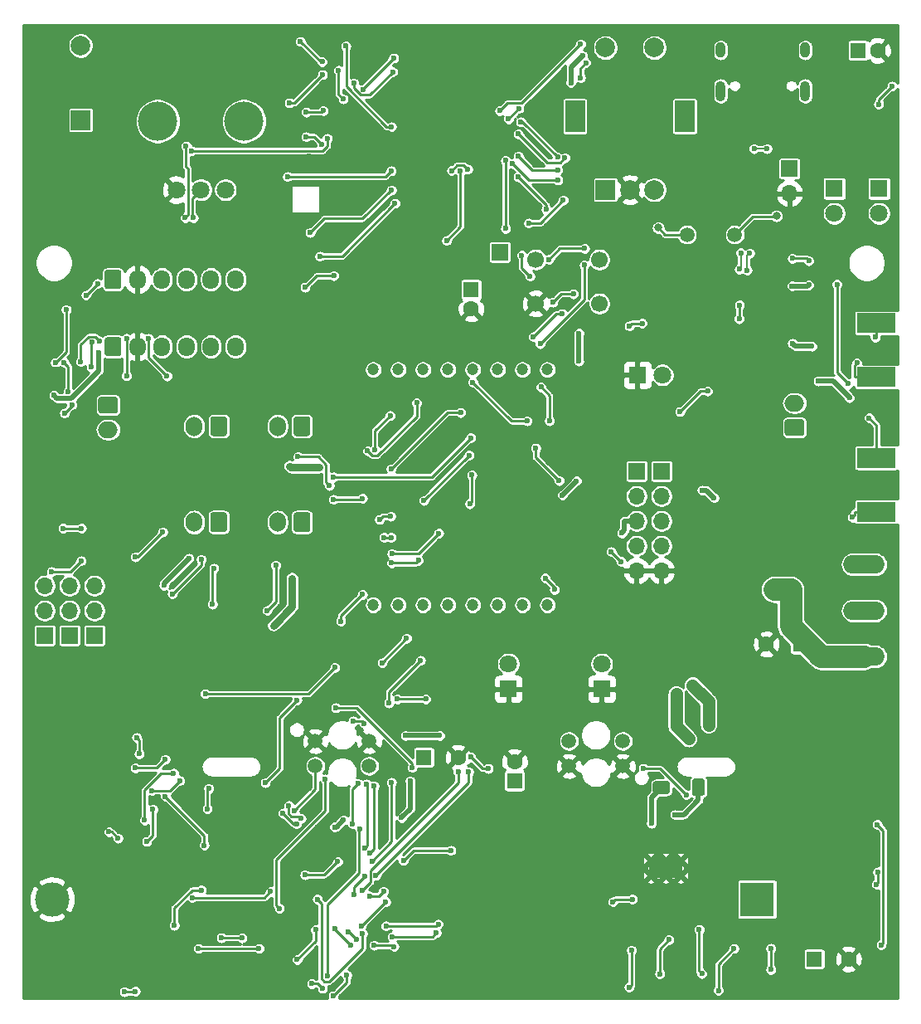
<source format=gbr>
%TF.GenerationSoftware,KiCad,Pcbnew,(5.1.10)-1*%
%TF.CreationDate,2021-06-15T00:02:20+02:00*%
%TF.ProjectId,TrackJet_H01,54726163-6b4a-4657-945f-4830312e6b69,rev?*%
%TF.SameCoordinates,Original*%
%TF.FileFunction,Copper,L2,Bot*%
%TF.FilePolarity,Positive*%
%FSLAX46Y46*%
G04 Gerber Fmt 4.6, Leading zero omitted, Abs format (unit mm)*
G04 Created by KiCad (PCBNEW (5.1.10)-1) date 2021-06-15 00:02:20*
%MOMM*%
%LPD*%
G01*
G04 APERTURE LIST*
%TA.AperFunction,SMDPad,CuDef*%
%ADD10R,3.500000X2.000000*%
%TD*%
%TA.AperFunction,ComponentPad*%
%ADD11C,0.500000*%
%TD*%
%TA.AperFunction,ComponentPad*%
%ADD12C,1.800000*%
%TD*%
%TA.AperFunction,ComponentPad*%
%ADD13R,1.800000X1.800000*%
%TD*%
%TA.AperFunction,ComponentPad*%
%ADD14R,3.500000X3.500000*%
%TD*%
%TA.AperFunction,ComponentPad*%
%ADD15C,3.500000*%
%TD*%
%TA.AperFunction,ComponentPad*%
%ADD16O,1.700000X1.700000*%
%TD*%
%TA.AperFunction,ComponentPad*%
%ADD17R,1.700000X1.700000*%
%TD*%
%TA.AperFunction,ComponentPad*%
%ADD18C,1.500000*%
%TD*%
%TA.AperFunction,SMDPad,CuDef*%
%ADD19R,4.000000X2.000000*%
%TD*%
%TA.AperFunction,ComponentPad*%
%ADD20C,1.200000*%
%TD*%
%TA.AperFunction,ComponentPad*%
%ADD21O,1.000000X2.100000*%
%TD*%
%TA.AperFunction,ComponentPad*%
%ADD22O,1.000000X1.600000*%
%TD*%
%TA.AperFunction,ComponentPad*%
%ADD23C,0.300000*%
%TD*%
%TA.AperFunction,ComponentPad*%
%ADD24O,4.200000X1.900000*%
%TD*%
%TA.AperFunction,ComponentPad*%
%ADD25C,2.000000*%
%TD*%
%TA.AperFunction,ComponentPad*%
%ADD26R,2.000000X2.000000*%
%TD*%
%TA.AperFunction,ComponentPad*%
%ADD27C,1.600000*%
%TD*%
%TA.AperFunction,ComponentPad*%
%ADD28R,1.600000X1.600000*%
%TD*%
%TA.AperFunction,ComponentPad*%
%ADD29O,1.700000X1.950000*%
%TD*%
%TA.AperFunction,SMDPad,CuDef*%
%ADD30R,2.500000X1.900000*%
%TD*%
%TA.AperFunction,ComponentPad*%
%ADD31O,1.700000X2.000000*%
%TD*%
%TA.AperFunction,ComponentPad*%
%ADD32O,2.000000X1.700000*%
%TD*%
%TA.AperFunction,WasherPad*%
%ADD33C,4.000000*%
%TD*%
%TA.AperFunction,ComponentPad*%
%ADD34R,2.000000X3.200000*%
%TD*%
%TA.AperFunction,ComponentPad*%
%ADD35C,1.700000*%
%TD*%
%TA.AperFunction,ViaPad*%
%ADD36C,0.600000*%
%TD*%
%TA.AperFunction,ViaPad*%
%ADD37C,1.000000*%
%TD*%
%TA.AperFunction,ViaPad*%
%ADD38C,1.400000*%
%TD*%
%TA.AperFunction,ViaPad*%
%ADD39C,0.800000*%
%TD*%
%TA.AperFunction,Conductor*%
%ADD40C,0.508000*%
%TD*%
%TA.AperFunction,Conductor*%
%ADD41C,0.762000*%
%TD*%
%TA.AperFunction,Conductor*%
%ADD42C,2.286000*%
%TD*%
%TA.AperFunction,Conductor*%
%ADD43C,0.254000*%
%TD*%
%TA.AperFunction,Conductor*%
%ADD44C,0.203200*%
%TD*%
%TA.AperFunction,Conductor*%
%ADD45C,1.270000*%
%TD*%
%TA.AperFunction,Conductor*%
%ADD46C,0.100000*%
%TD*%
G04 APERTURE END LIST*
%TO.P,R76,2*%
%TO.N,GND*%
%TA.AperFunction,SMDPad,CuDef*%
G36*
G01*
X71766000Y-78730001D02*
X71766000Y-77479999D01*
G75*
G02*
X72015999Y-77230000I249999J0D01*
G01*
X72816001Y-77230000D01*
G75*
G02*
X73066000Y-77479999I0J-249999D01*
G01*
X73066000Y-78730001D01*
G75*
G02*
X72816001Y-78980000I-249999J0D01*
G01*
X72015999Y-78980000D01*
G75*
G02*
X71766000Y-78730001I0J249999D01*
G01*
G37*
%TD.AperFunction*%
%TO.P,R76,1*%
%TO.N,Net-(R76-Pad1)*%
%TA.AperFunction,SMDPad,CuDef*%
G36*
G01*
X68666000Y-78730001D02*
X68666000Y-77479999D01*
G75*
G02*
X68915999Y-77230000I249999J0D01*
G01*
X69716001Y-77230000D01*
G75*
G02*
X69966000Y-77479999I0J-249999D01*
G01*
X69966000Y-78730001D01*
G75*
G02*
X69716001Y-78980000I-249999J0D01*
G01*
X68915999Y-78980000D01*
G75*
G02*
X68666000Y-78730001I0J249999D01*
G01*
G37*
%TD.AperFunction*%
%TD*%
D10*
%TO.P,U22,17*%
%TO.N,GND*%
X65968000Y-86360000D03*
D11*
X64468000Y-87110000D03*
X64468000Y-85610000D03*
X65968000Y-87110000D03*
X65968000Y-85610000D03*
X67468000Y-87110000D03*
X67468000Y-85610000D03*
%TD*%
%TO.P,R77,2*%
%TO.N,GND*%
%TA.AperFunction,SMDPad,CuDef*%
G36*
G01*
X66157001Y-75681000D02*
X64906999Y-75681000D01*
G75*
G02*
X64657000Y-75431001I0J249999D01*
G01*
X64657000Y-74630999D01*
G75*
G02*
X64906999Y-74381000I249999J0D01*
G01*
X66157001Y-74381000D01*
G75*
G02*
X66407000Y-74630999I0J-249999D01*
G01*
X66407000Y-75431001D01*
G75*
G02*
X66157001Y-75681000I-249999J0D01*
G01*
G37*
%TD.AperFunction*%
%TO.P,R77,1*%
%TO.N,Net-(R77-Pad1)*%
%TA.AperFunction,SMDPad,CuDef*%
G36*
G01*
X66157001Y-78781000D02*
X64906999Y-78781000D01*
G75*
G02*
X64657000Y-78531001I0J249999D01*
G01*
X64657000Y-77730999D01*
G75*
G02*
X64906999Y-77481000I249999J0D01*
G01*
X66157001Y-77481000D01*
G75*
G02*
X66407000Y-77730999I0J-249999D01*
G01*
X66407000Y-78531001D01*
G75*
G02*
X66157001Y-78781000I-249999J0D01*
G01*
G37*
%TD.AperFunction*%
%TD*%
D12*
%TO.P,D14,2*%
%TO.N,Net-(D14-Pad2)*%
X65635000Y-36042000D03*
D13*
%TO.P,D14,1*%
%TO.N,GND*%
X63095000Y-36042000D03*
%TD*%
D14*
%TO.P,BT1,1*%
%TO.N,Net-(BT1-Pad1)*%
X75311000Y-89535000D03*
D15*
%TO.P,BT1,2*%
%TO.N,GND*%
X3311000Y-89535000D03*
%TD*%
D16*
%TO.P,J16,2*%
%TO.N,GND*%
X78613000Y-17526000D03*
D17*
%TO.P,J16,1*%
%TO.N,+5VP*%
X78613000Y-14986000D03*
%TD*%
%TO.P,J6,1*%
%TO.N,Net-(J6-Pad1)*%
X49022000Y-23495000D03*
%TD*%
D18*
%TO.P,U8,3*%
%TO.N,Net-(R32-Pad2)*%
X61598000Y-73406000D03*
%TO.P,U8,4*%
%TO.N,GND*%
X61598000Y-75946000D03*
%TO.P,U8,1*%
%TO.N,Net-(R31-Pad2)*%
X56098000Y-73406000D03*
%TO.P,U8,2*%
%TO.N,GND*%
X56098000Y-75946000D03*
%TD*%
%TO.P,U7,3*%
%TO.N,Net-(R30-Pad2)*%
X30190000Y-75946000D03*
%TO.P,U7,4*%
%TO.N,GND*%
X30190000Y-73406000D03*
%TO.P,U7,1*%
%TO.N,Net-(R29-Pad2)*%
X35690000Y-75946000D03*
%TO.P,U7,2*%
%TO.N,GND*%
X35690000Y-73406000D03*
%TD*%
D19*
%TO.P,U12,3*%
%TO.N,Net-(R40-Pad2)*%
X87500000Y-44500000D03*
%TO.P,U12,1*%
%TO.N,Net-(R39-Pad2)*%
X87500000Y-50000000D03*
%TD*%
%TO.P,U11,3*%
%TO.N,Net-(R38-Pad2)*%
X87500000Y-30750000D03*
%TO.P,U11,1*%
%TO.N,Net-(R37-Pad2)*%
X87500000Y-36250000D03*
%TD*%
%TO.P,U10,4*%
%TO.N,GND*%
X2500000Y-44500000D03*
%TO.P,U10,2*%
X2500000Y-50000000D03*
%TD*%
%TO.P,U9,4*%
%TO.N,GND*%
X2500000Y-30750000D03*
%TO.P,U9,2*%
X2500000Y-36250000D03*
%TD*%
D20*
%TO.P,D5,15*%
%TO.N,Net-(D5-Pad15)*%
X51350000Y-59500000D03*
%TO.P,D5,16*%
%TO.N,Net-(D5-Pad16)*%
X53890000Y-59500000D03*
%TO.P,D5,13*%
%TO.N,Net-(D5-Pad13)*%
X46270000Y-59500000D03*
%TO.P,D5,12*%
%TO.N,Net-(D5-Pad12)*%
X43730000Y-59500000D03*
%TO.P,D5,10*%
%TO.N,Net-(D5-Pad10)*%
X38650000Y-59500000D03*
%TO.P,D5,9*%
%TO.N,Net-(D5-Pad9)*%
X36110000Y-59500000D03*
%TO.P,D5,14*%
%TO.N,Net-(D5-Pad14)*%
X48810000Y-59500000D03*
%TO.P,D5,11*%
%TO.N,Net-(D5-Pad11)*%
X41190000Y-59500000D03*
%TO.P,D5,8*%
%TO.N,Net-(D5-Pad8)*%
X36110000Y-35500000D03*
%TO.P,D5,7*%
%TO.N,Net-(D5-Pad7)*%
X38650000Y-35500000D03*
%TO.P,D5,6*%
%TO.N,Net-(D5-Pad6)*%
X41190000Y-35500000D03*
%TO.P,D5,5*%
%TO.N,Net-(D5-Pad5)*%
X43730000Y-35500000D03*
%TO.P,D5,4*%
%TO.N,Net-(D5-Pad4)*%
X46270000Y-35500000D03*
%TO.P,D5,3*%
%TO.N,Net-(D5-Pad3)*%
X48810000Y-35500000D03*
%TO.P,D5,2*%
%TO.N,Net-(D5-Pad2)*%
X51350000Y-35500000D03*
%TO.P,D5,1*%
%TO.N,Net-(D5-Pad1)*%
X53890000Y-35500000D03*
%TD*%
D21*
%TO.P,J5,S1*%
%TO.N,Net-(J5-PadS1)*%
X71593000Y-7067000D03*
X80233000Y-7067000D03*
D22*
X80233000Y-2887000D03*
X71593000Y-2887000D03*
%TD*%
D23*
%TO.P,U5,27*%
%TO.N,GND*%
X84057000Y-83693000D03*
%TO.P,U5,26*%
X84057000Y-82918000D03*
%TO.P,U5,28*%
X84057000Y-84468000D03*
%TO.P,U5,24*%
X85107000Y-83693000D03*
%TO.P,U5,23*%
X85107000Y-82918000D03*
%TO.P,U5,25*%
X85107000Y-84468000D03*
%TO.P,U5,29*%
X83307000Y-83693000D03*
%TO.P,U5,22*%
X85857000Y-83693000D03*
%TD*%
D24*
%TO.P,SW3,1*%
%TO.N,+BATT*%
X86233000Y-64770000D03*
%TO.P,SW3,2*%
%TO.N,Net-(D15-Pad1)*%
X86233000Y-60071000D03*
%TO.P,SW3,3*%
%TO.N,N/C*%
X86233000Y-55372000D03*
%TD*%
D16*
%TO.P,J8,3*%
%TO.N,/Motors/SERVO1_CTRL*%
X7620000Y-57531000D03*
%TO.P,J8,2*%
%TO.N,+5V*%
X7620000Y-60071000D03*
D17*
%TO.P,J8,1*%
%TO.N,Net-(J8-Pad1)*%
X7620000Y-62611000D03*
%TD*%
D25*
%TO.P,BZ1,2*%
%TO.N,Net-(BZ1-Pad2)*%
X6223000Y-2433000D03*
D26*
%TO.P,BZ1,1*%
%TO.N,+5V*%
X6223000Y-10033000D03*
%TD*%
D27*
%TO.P,C54,2*%
%TO.N,GND*%
X50546000Y-75470000D03*
D28*
%TO.P,C54,1*%
%TO.N,+BATT*%
X50546000Y-77470000D03*
%TD*%
D27*
%TO.P,C49,2*%
%TO.N,GND*%
X84653000Y-95631000D03*
D28*
%TO.P,C49,1*%
%TO.N,+12V*%
X81153000Y-95631000D03*
%TD*%
D27*
%TO.P,C45,2*%
%TO.N,GND*%
X46101000Y-29305000D03*
D28*
%TO.P,C45,1*%
%TO.N,+3V3*%
X46101000Y-27305000D03*
%TD*%
D27*
%TO.P,C57,2*%
%TO.N,GND*%
X44775000Y-75057000D03*
D28*
%TO.P,C57,1*%
%TO.N,+5V*%
X41275000Y-75057000D03*
%TD*%
D27*
%TO.P,C51,2*%
%TO.N,GND*%
X87630000Y-2921000D03*
D28*
%TO.P,C51,1*%
%TO.N,+5VP*%
X85630000Y-2921000D03*
%TD*%
D27*
%TO.P,C52,2*%
%TO.N,GND*%
X76256000Y-63500000D03*
D28*
%TO.P,C52,1*%
%TO.N,+BATT*%
X79756000Y-63500000D03*
%TD*%
D29*
%TO.P,J1,6*%
%TO.N,Net-(J1-Pad6)*%
X22025000Y-26289000D03*
%TO.P,J1,5*%
%TO.N,N/C*%
X19525000Y-26289000D03*
%TO.P,J1,4*%
%TO.N,SDA*%
X17025000Y-26289000D03*
%TO.P,J1,3*%
%TO.N,SCL*%
X14525000Y-26289000D03*
%TO.P,J1,2*%
%TO.N,GND*%
X12025000Y-26289000D03*
%TO.P,J1,1*%
%TO.N,+3V3*%
%TA.AperFunction,ComponentPad*%
G36*
G01*
X8675000Y-27014000D02*
X8675000Y-25564000D01*
G75*
G02*
X8925000Y-25314000I250000J0D01*
G01*
X10125000Y-25314000D01*
G75*
G02*
X10375000Y-25564000I0J-250000D01*
G01*
X10375000Y-27014000D01*
G75*
G02*
X10125000Y-27264000I-250000J0D01*
G01*
X8925000Y-27264000D01*
G75*
G02*
X8675000Y-27014000I0J250000D01*
G01*
G37*
%TD.AperFunction*%
%TD*%
D12*
%TO.P,D2,2*%
%TO.N,Net-(D2-Pad2)*%
X49911000Y-65532000D03*
D13*
%TO.P,D2,1*%
%TO.N,GND*%
X49911000Y-68072000D03*
%TD*%
D12*
%TO.P,D4,2*%
%TO.N,Net-(D4-Pad2)*%
X87757000Y-19558000D03*
D13*
%TO.P,D4,1*%
%TO.N,Net-(D4-Pad1)*%
X87757000Y-17018000D03*
%TD*%
D12*
%TO.P,D3,2*%
%TO.N,Net-(D3-Pad2)*%
X83185000Y-19558000D03*
D13*
%TO.P,D3,1*%
%TO.N,Net-(D3-Pad1)*%
X83185000Y-17018000D03*
%TD*%
D12*
%TO.P,D1,2*%
%TO.N,Net-(D1-Pad2)*%
X59436000Y-65532000D03*
D13*
%TO.P,D1,1*%
%TO.N,GND*%
X59436000Y-68072000D03*
%TD*%
D30*
%TO.P,IC1,9*%
%TO.N,GND*%
X84112000Y-11044000D03*
D11*
X83112000Y-11744000D03*
X83112000Y-10344000D03*
X84112000Y-11744000D03*
X84112000Y-10344000D03*
X85112000Y-11744000D03*
X85112000Y-10344000D03*
%TD*%
D16*
%TO.P,J4,5*%
%TO.N,GND*%
X62992000Y-56007000D03*
%TO.P,J4,4*%
%TO.N,+3V3*%
X62992000Y-53467000D03*
%TO.P,J4,3*%
%TO.N,+5V*%
X62992000Y-50927000D03*
%TO.P,J4,2*%
%TO.N,SCL*%
X62992000Y-48387000D03*
D17*
%TO.P,J4,1*%
%TO.N,SDA*%
X62992000Y-45847000D03*
%TD*%
D16*
%TO.P,J3,5*%
%TO.N,GND*%
X65532000Y-56007000D03*
%TO.P,J3,4*%
%TO.N,+3V3*%
X65532000Y-53467000D03*
%TO.P,J3,3*%
%TO.N,+5V*%
X65532000Y-50927000D03*
%TO.P,J3,2*%
%TO.N,SCL*%
X65532000Y-48387000D03*
D17*
%TO.P,J3,1*%
%TO.N,SDA*%
X65532000Y-45847000D03*
%TD*%
D31*
%TO.P,J10,2*%
%TO.N,Net-(D8-Pad2)*%
X26329000Y-51054000D03*
%TO.P,J10,1*%
%TO.N,+12V*%
%TA.AperFunction,ComponentPad*%
G36*
G01*
X29679000Y-50304000D02*
X29679000Y-51804000D01*
G75*
G02*
X29429000Y-52054000I-250000J0D01*
G01*
X28229000Y-52054000D01*
G75*
G02*
X27979000Y-51804000I0J250000D01*
G01*
X27979000Y-50304000D01*
G75*
G02*
X28229000Y-50054000I250000J0D01*
G01*
X29429000Y-50054000D01*
G75*
G02*
X29679000Y-50304000I0J-250000D01*
G01*
G37*
%TD.AperFunction*%
%TD*%
%TO.P,J13,2*%
%TO.N,Net-(D10-Pad2)*%
X17820000Y-51054000D03*
%TO.P,J13,1*%
%TO.N,+5V*%
%TA.AperFunction,ComponentPad*%
G36*
G01*
X21170000Y-50304000D02*
X21170000Y-51804000D01*
G75*
G02*
X20920000Y-52054000I-250000J0D01*
G01*
X19720000Y-52054000D01*
G75*
G02*
X19470000Y-51804000I0J250000D01*
G01*
X19470000Y-50304000D01*
G75*
G02*
X19720000Y-50054000I250000J0D01*
G01*
X20920000Y-50054000D01*
G75*
G02*
X21170000Y-50304000I0J-250000D01*
G01*
G37*
%TD.AperFunction*%
%TD*%
%TO.P,J14,2*%
%TO.N,Net-(D11-Pad2)*%
X17820000Y-41275000D03*
%TO.P,J14,1*%
%TO.N,+5V*%
%TA.AperFunction,ComponentPad*%
G36*
G01*
X21170000Y-40525000D02*
X21170000Y-42025000D01*
G75*
G02*
X20920000Y-42275000I-250000J0D01*
G01*
X19720000Y-42275000D01*
G75*
G02*
X19470000Y-42025000I0J250000D01*
G01*
X19470000Y-40525000D01*
G75*
G02*
X19720000Y-40275000I250000J0D01*
G01*
X20920000Y-40275000D01*
G75*
G02*
X21170000Y-40525000I0J-250000D01*
G01*
G37*
%TD.AperFunction*%
%TD*%
D16*
%TO.P,J15,3*%
%TO.N,/Motors/SERVO3_CTRL*%
X2540000Y-57531000D03*
%TO.P,J15,2*%
%TO.N,+5V*%
X2540000Y-60071000D03*
D17*
%TO.P,J15,1*%
%TO.N,Net-(J15-Pad1)*%
X2540000Y-62611000D03*
%TD*%
D31*
%TO.P,J11,2*%
%TO.N,Net-(D9-Pad2)*%
X26329000Y-41275000D03*
%TO.P,J11,1*%
%TO.N,+12V*%
%TA.AperFunction,ComponentPad*%
G36*
G01*
X29679000Y-40525000D02*
X29679000Y-42025000D01*
G75*
G02*
X29429000Y-42275000I-250000J0D01*
G01*
X28229000Y-42275000D01*
G75*
G02*
X27979000Y-42025000I0J250000D01*
G01*
X27979000Y-40525000D01*
G75*
G02*
X28229000Y-40275000I250000J0D01*
G01*
X29429000Y-40275000D01*
G75*
G02*
X29679000Y-40525000I0J-250000D01*
G01*
G37*
%TD.AperFunction*%
%TD*%
D32*
%TO.P,J9,2*%
%TO.N,Net-(J9-Pad2)*%
X79121000Y-38902000D03*
%TO.P,J9,1*%
%TO.N,Net-(J9-Pad1)*%
%TA.AperFunction,ComponentPad*%
G36*
G01*
X79871000Y-42252000D02*
X78371000Y-42252000D01*
G75*
G02*
X78121000Y-42002000I0J250000D01*
G01*
X78121000Y-40802000D01*
G75*
G02*
X78371000Y-40552000I250000J0D01*
G01*
X79871000Y-40552000D01*
G75*
G02*
X80121000Y-40802000I0J-250000D01*
G01*
X80121000Y-42002000D01*
G75*
G02*
X79871000Y-42252000I-250000J0D01*
G01*
G37*
%TD.AperFunction*%
%TD*%
D16*
%TO.P,J12,3*%
%TO.N,/Motors/SERVO2_CTRL*%
X5080000Y-57531000D03*
%TO.P,J12,2*%
%TO.N,+5V*%
X5080000Y-60071000D03*
D17*
%TO.P,J12,1*%
%TO.N,Net-(J12-Pad1)*%
X5080000Y-62611000D03*
%TD*%
D29*
%TO.P,J2,6*%
%TO.N,/Mux Demux Matrix/REG_OUT_11*%
X22034500Y-33147000D03*
%TO.P,J2,5*%
%TO.N,N/C*%
X19534500Y-33147000D03*
%TO.P,J2,4*%
%TO.N,SDA*%
X17034500Y-33147000D03*
%TO.P,J2,3*%
%TO.N,SCL*%
X14534500Y-33147000D03*
%TO.P,J2,2*%
%TO.N,GND*%
X12034500Y-33147000D03*
%TO.P,J2,1*%
%TO.N,+3V3*%
%TA.AperFunction,ComponentPad*%
G36*
G01*
X8684500Y-33872000D02*
X8684500Y-32422000D01*
G75*
G02*
X8934500Y-32172000I250000J0D01*
G01*
X10134500Y-32172000D01*
G75*
G02*
X10384500Y-32422000I0J-250000D01*
G01*
X10384500Y-33872000D01*
G75*
G02*
X10134500Y-34122000I-250000J0D01*
G01*
X8934500Y-34122000D01*
G75*
G02*
X8684500Y-33872000I0J250000D01*
G01*
G37*
%TD.AperFunction*%
%TD*%
D32*
%TO.P,J7,2*%
%TO.N,Net-(J7-Pad2)*%
X9017000Y-41616000D03*
%TO.P,J7,1*%
%TO.N,Net-(J7-Pad1)*%
%TA.AperFunction,ComponentPad*%
G36*
G01*
X8267000Y-38266000D02*
X9767000Y-38266000D01*
G75*
G02*
X10017000Y-38516000I0J-250000D01*
G01*
X10017000Y-39716000D01*
G75*
G02*
X9767000Y-39966000I-250000J0D01*
G01*
X8267000Y-39966000D01*
G75*
G02*
X8017000Y-39716000I0J250000D01*
G01*
X8017000Y-38516000D01*
G75*
G02*
X8267000Y-38266000I250000J0D01*
G01*
G37*
%TD.AperFunction*%
%TD*%
D33*
%TO.P,RV1,*%
%TO.N,*%
X22900000Y-10145000D03*
X14100000Y-10145000D03*
D12*
%TO.P,RV1,1*%
%TO.N,+3V3*%
X21000000Y-17145000D03*
%TO.P,RV1,2*%
%TO.N,POT*%
X18500000Y-17145000D03*
%TO.P,RV1,3*%
%TO.N,GND*%
X16000000Y-17145000D03*
%TD*%
D26*
%TO.P,SW1,A*%
%TO.N,ENC_A*%
X59817000Y-17145000D03*
D25*
%TO.P,SW1,C*%
%TO.N,GND*%
X62317000Y-17145000D03*
%TO.P,SW1,B*%
%TO.N,ENC_B*%
X64817000Y-17145000D03*
D34*
%TO.P,SW1,MP*%
%TO.N,N/C*%
X56717000Y-9645000D03*
X67917000Y-9645000D03*
D25*
%TO.P,SW1,S2*%
%TO.N,+3V3*%
X59817000Y-2645000D03*
%TO.P,SW1,S1*%
%TO.N,ENC_SW*%
X64817000Y-2645000D03*
%TD*%
D35*
%TO.P,SW2,1*%
%TO.N,N/C*%
X52705000Y-24257000D03*
%TO.P,SW2,2*%
%TO.N,BUTTON*%
X59205000Y-24257000D03*
%TO.P,SW2,3*%
%TO.N,GND*%
X52705000Y-28757000D03*
%TO.P,SW2,4*%
%TO.N,N/C*%
X59205000Y-28757000D03*
%TD*%
D18*
%TO.P,Y1,2*%
%TO.N,Net-(C13-Pad1)*%
X68145000Y-21717000D03*
%TO.P,Y1,1*%
%TO.N,Net-(C12-Pad1)*%
X73025000Y-21717000D03*
%TD*%
D36*
%TO.N,GND*%
X23241000Y-59436000D03*
X38756300Y-95569500D03*
X25874200Y-95934700D03*
X85025800Y-30657100D03*
X85061700Y-44631500D03*
X58430000Y-50422200D03*
X17337000Y-65879400D03*
X10749500Y-60825300D03*
X1130000Y-74819000D03*
X14732000Y-66331000D03*
X87500000Y-51477100D03*
X87500000Y-37730400D03*
X39373000Y-50296000D03*
X7239000Y-71465300D03*
X8204700Y-82740300D03*
X77470000Y-23595700D03*
X3289900Y-70985400D03*
X31405300Y-36703000D03*
X7718600Y-80961000D03*
X27051000Y-86233000D03*
X8001000Y-15621000D03*
X7874000Y-17780000D03*
X68707000Y-50546000D03*
X20828000Y-37973000D03*
X15621000Y-47498000D03*
X18669000Y-48641000D03*
X16002000Y-37719000D03*
X27178000Y-48260000D03*
X24130000Y-47752000D03*
X24765000Y-37719000D03*
X60452000Y-23114000D03*
X48641000Y-40767000D03*
X47117000Y-38989000D03*
D37*
X9144000Y-67818000D03*
D36*
X14605000Y-93218000D03*
X27432000Y-93218000D03*
X9906000Y-85979000D03*
X9906000Y-88519000D03*
X9906000Y-87249000D03*
D38*
X41910000Y-23114000D03*
D37*
X32639000Y-21336000D03*
D36*
X44577000Y-83693000D03*
X42926000Y-86741000D03*
X46609000Y-91440000D03*
X44831000Y-88773000D03*
X25761500Y-14750600D03*
X32004000Y-19431000D03*
X26162000Y-19304000D03*
X25654000Y-21971000D03*
X29591000Y-13728700D03*
D39*
X62547500Y-22606000D03*
D36*
X39370000Y-16764000D03*
X50927000Y-1778000D03*
X39052500Y-1714500D03*
X29718000Y-2032000D03*
X64389000Y-25781000D03*
X75184000Y-28702000D03*
X76962000Y-29464000D03*
D39*
X80264000Y-11811000D03*
X80264000Y-10287000D03*
X71501000Y-11811000D03*
X71501000Y-10287000D03*
D36*
X79121000Y-83312000D03*
X80264000Y-86487000D03*
X88900000Y-95758000D03*
X87122000Y-91694000D03*
X89154000Y-91440000D03*
X89154000Y-84836000D03*
X77851000Y-71247000D03*
D39*
X89408000Y-8890000D03*
D36*
X42100500Y-7302500D03*
X42735500Y-7302500D03*
X43370500Y-7302500D03*
X44005500Y-7302500D03*
X44640500Y-7302500D03*
X45275500Y-7302500D03*
X45910500Y-7302500D03*
X42100500Y-7937500D03*
X42735500Y-7937500D03*
X43370500Y-7937500D03*
X44005500Y-7937500D03*
X44640500Y-7937500D03*
X45275500Y-7937500D03*
X45910500Y-7937500D03*
X45275500Y-8572500D03*
X45910500Y-8572500D03*
X44005500Y-8572500D03*
X42735500Y-8572500D03*
X44640500Y-8572500D03*
X43370500Y-8572500D03*
X42100500Y-8572500D03*
X45275500Y-9207500D03*
X45910500Y-9207500D03*
X44005500Y-9207500D03*
X42735500Y-9207500D03*
X44640500Y-9207500D03*
X43370500Y-9207500D03*
X42100500Y-9207500D03*
X45275500Y-9842500D03*
X45910500Y-9842500D03*
X44005500Y-9842500D03*
X42735500Y-9842500D03*
X44640500Y-9842500D03*
X43370500Y-9842500D03*
X42100500Y-9842500D03*
X45275500Y-10477500D03*
X45910500Y-10477500D03*
X44005500Y-10477500D03*
X42735500Y-10477500D03*
X44640500Y-10477500D03*
X43370500Y-10477500D03*
X42100500Y-10477500D03*
X45275500Y-11112500D03*
X45910500Y-11112500D03*
X44005500Y-11112500D03*
X42735500Y-11112500D03*
X44640500Y-11112500D03*
X43370500Y-11112500D03*
X42100500Y-11112500D03*
X71882000Y-9017000D03*
X80772000Y-8636000D03*
X702800Y-46276100D03*
X82219100Y-30021000D03*
X85825000Y-38678000D03*
X66544000Y-41928100D03*
X78918500Y-25006100D03*
X18161000Y-78232000D03*
X3429003Y-32258003D03*
X30409000Y-82215051D03*
%TO.N,+5V*%
X14727100Y-57504000D03*
X17272000Y-54737000D03*
X78918500Y-32810700D03*
X80908600Y-33115900D03*
X70911500Y-48567000D03*
X69684900Y-47792900D03*
X61493800Y-52171500D03*
X27559000Y-45339000D03*
X30607000Y-45466000D03*
X57115400Y-31789300D03*
X57108190Y-34633410D03*
%TO.N,+3V3*%
X39878000Y-77470000D03*
X56287900Y-6217500D03*
X57491000Y-3469800D03*
X55432700Y-48287600D03*
X56870900Y-46849400D03*
X32164100Y-82160000D03*
X33069600Y-81442100D03*
X38997100Y-81209800D03*
X39394800Y-72836100D03*
X42890600Y-72836100D03*
X78881100Y-26955600D03*
X80584700Y-26860900D03*
X81551400Y-36662600D03*
X84740200Y-38366500D03*
X8050400Y-33736500D03*
X3491000Y-38109300D03*
D38*
%TO.N,+BATT*%
X77089000Y-57912000D03*
X78740000Y-57912000D03*
D36*
%TO.N,+12V*%
X27813000Y-56769000D03*
X25908000Y-61595000D03*
%TO.N,ENC_A*%
X54052400Y-24241000D03*
X57686700Y-23129400D03*
%TO.N,Net-(J1-Pad6)*%
X30658200Y-23929700D03*
X38328900Y-18526300D03*
X50907100Y-15831600D03*
X53764000Y-19157700D03*
%TO.N,SDA*%
X52454200Y-32137100D03*
X32078800Y-25911200D03*
X29147200Y-27081900D03*
X55401500Y-29788600D03*
%TO.N,SCL*%
X45746600Y-15038000D03*
X44110400Y-15181900D03*
X37964000Y-17184300D03*
X29658700Y-21509100D03*
%TO.N,/Motors/SERVO1_CTRL*%
X7355100Y-32685900D03*
X7306900Y-35213000D03*
X29239600Y-11730800D03*
X30844500Y-12486300D03*
%TO.N,/Motors/SERVO2_CTRL*%
X33313800Y-2470000D03*
X54962400Y-16154000D03*
X50345000Y-14469300D03*
X37976600Y-10711800D03*
%TO.N,/Motors/SERVO3_CTRL*%
X11811000Y-54610000D03*
X14605000Y-52070000D03*
X30927600Y-5400000D03*
X27535000Y-8285700D03*
X16995200Y-12684200D03*
X16895900Y-19997900D03*
X10906000Y-32312700D03*
X10906000Y-36129500D03*
X6275600Y-54994600D03*
X3258100Y-56096600D03*
%TO.N,/USB/D+*%
X76322400Y-12954000D03*
X74996800Y-12950200D03*
%TO.N,BUZZER*%
X54942300Y-15138900D03*
X50917000Y-13717000D03*
X49923000Y-9929200D03*
X50986200Y-8851900D03*
X38198800Y-3713500D03*
X30987400Y-9074300D03*
X29263200Y-9219100D03*
X35047700Y-6904000D03*
%TO.N,/USB/ESP_RST*%
X54943000Y-13810000D03*
X51159300Y-10213400D03*
%TO.N,/Motors/DC_MOT1_12V*%
X25273000Y-60071000D03*
X26140500Y-55450700D03*
X36195000Y-94234000D03*
X38227000Y-94361000D03*
%TO.N,/Motors/DC_MOT2_5V*%
X42545000Y-92964000D03*
X38057200Y-93346700D03*
X40079200Y-76089800D03*
X32285200Y-69996500D03*
X31627300Y-47329600D03*
X28411300Y-44370900D03*
%TO.N,/Motors/DC_MOT3_12V*%
X27480300Y-79980000D03*
X28321000Y-69215000D03*
X17616100Y-89365600D03*
X25631700Y-88738500D03*
X28740500Y-81288800D03*
X25085100Y-77631900D03*
%TO.N,/Motors/DC_MOT4_5V*%
X19828600Y-55753000D03*
X19685000Y-59436000D03*
X15779900Y-92200900D03*
X18555200Y-88589100D03*
X19156500Y-80304400D03*
X19304000Y-78232000D03*
%TO.N,Net-(R15-Pad2)*%
X87503000Y-88011000D03*
X87630000Y-86749000D03*
%TO.N,/USB/ESP_RX*%
X57268900Y-5717200D03*
X57814900Y-4176300D03*
%TO.N,Net-(R37-Pad2)*%
X85498600Y-34821200D03*
%TO.N,POT*%
X18542000Y-54864000D03*
X15587700Y-58364600D03*
X12748600Y-81468700D03*
X15717800Y-76667400D03*
X15039300Y-36153900D03*
X13161100Y-32313000D03*
X17731700Y-20000500D03*
%TO.N,/Gyro/MPU-6050_INT*%
X27355900Y-15797900D03*
X37930400Y-15218200D03*
%TO.N,/Motors/MOTA_IN1*%
X42735600Y-92077200D03*
X37403100Y-92259900D03*
X34997500Y-93023800D03*
X30397400Y-89530000D03*
X60578996Y-89789000D03*
X62576023Y-89528108D03*
%TO.N,/Motors/MOTA_IN2*%
X29821012Y-98147012D03*
X30921988Y-98612988D03*
X62484000Y-94742000D03*
X62230000Y-98505979D03*
%TO.N,/Motors/MOTB_IN1*%
X66306100Y-93661900D03*
X65368300Y-97148000D03*
%TO.N,/Motors/MOTB_IN2*%
X69399800Y-92609200D03*
X69671600Y-97124900D03*
%TO.N,/Power/12V_ENABLE*%
X87581500Y-81908100D03*
X87986300Y-94187900D03*
X32024307Y-99379211D03*
X33401000Y-97282004D03*
%TO.N,/Power/12V_MODE*%
X76711600Y-94544700D03*
X76711600Y-96709400D03*
D39*
%TO.N,Net-(C12-Pad1)*%
X77279500Y-19812000D03*
%TO.N,Net-(C13-Pad1)*%
X65214500Y-21018500D03*
D37*
%TO.N,Net-(J9-Pad2)*%
X67056000Y-68580000D03*
X68326000Y-73152000D03*
%TO.N,Net-(J9-Pad1)*%
X68707000Y-67691000D03*
X70358000Y-71755000D03*
D36*
%TO.N,Net-(R7-Pad2)*%
X74282800Y-25355400D03*
X74549000Y-23622000D03*
%TO.N,Net-(R8-Pad2)*%
X73488300Y-25248500D03*
X73642900Y-23572500D03*
%TO.N,Net-(R39-Pad2)*%
X85046700Y-50564700D03*
%TO.N,Net-(R42-Pad2)*%
X34772100Y-82382700D03*
X39191100Y-85586200D03*
X44039700Y-84549900D03*
X47849100Y-76191700D03*
X46041300Y-74994200D03*
X31397300Y-97354200D03*
%TO.N,Net-(R43-Pad2)*%
X44768900Y-76502500D03*
X34994100Y-88588900D03*
X30215600Y-92643100D03*
X28340800Y-95693600D03*
%TO.N,Net-(U13-Pad9)*%
X34878500Y-92261000D03*
X20598500Y-93461700D03*
X37384000Y-89801900D03*
X22708800Y-93484400D03*
%TO.N,Net-(U14-Pad7)*%
X24435100Y-94558500D03*
X18252500Y-94558500D03*
%TO.N,/Mux Demux Matrix/Analog_IN_7*%
X72944000Y-94553300D03*
X71355900Y-98839600D03*
X63689800Y-76190600D03*
X68072000Y-78867000D03*
%TO.N,/Mux Demux Matrix/REG_OUT_11*%
X11807700Y-98916700D03*
X10687700Y-98968000D03*
X4422400Y-51674500D03*
X6293900Y-51674500D03*
%TO.N,/Mux Demux Matrix/REG_OE*%
X34544000Y-77724000D03*
X32202000Y-92511200D03*
X33795300Y-94208800D03*
X34005500Y-81839200D03*
X35165100Y-71569800D03*
X34056400Y-71352100D03*
X32790600Y-61161100D03*
X34996600Y-58435500D03*
X35523700Y-43780200D03*
X40535500Y-38880900D03*
X51824300Y-40732400D03*
X46280700Y-36790700D03*
X43610500Y-22319100D03*
X45000400Y-15242400D03*
%TO.N,/Mux Demux Matrix/Analog_IN_3*%
X26894500Y-80760500D03*
X28256600Y-81841600D03*
%TO.N,/Mux Demux Matrix/Analog_IN_4*%
X11938000Y-73025000D03*
X12205900Y-74695300D03*
X14878700Y-79034700D03*
X18844300Y-84021800D03*
%TO.N,/Mux Demux Matrix/Analog_IN_6*%
X14846100Y-75269000D03*
X11808900Y-76133700D03*
X13597600Y-80353200D03*
X12978700Y-83634400D03*
%TO.N,/Mux Demux Matrix/REG_DAT*%
X35403100Y-77775400D03*
X34168600Y-89090600D03*
X35262300Y-87226200D03*
X35226200Y-84346600D03*
X37019000Y-65404500D03*
X39516300Y-62907200D03*
X37191500Y-52609900D03*
X37941400Y-52609900D03*
X37931100Y-45631300D03*
X45021700Y-39868700D03*
%TO.N,/Mux Demux Matrix/REG_LAT*%
X36195000Y-77978000D03*
X33588000Y-92838900D03*
X34393800Y-93600800D03*
X35763500Y-84838000D03*
X37694900Y-69508100D03*
X40941300Y-65156100D03*
X38030400Y-54275100D03*
X42798500Y-52187000D03*
%TO.N,/Mux Demux Matrix/REG_CLK*%
X37973000Y-77597000D03*
X35714900Y-89209100D03*
X35985300Y-85645000D03*
X38552700Y-69107900D03*
X41474900Y-69107900D03*
X61412300Y-55064600D03*
X60407500Y-54059800D03*
X53244300Y-37275000D03*
X54101200Y-40714900D03*
X37158700Y-88726300D03*
%TO.N,/Mux Demux Matrix/Analog_MUX*%
X35000900Y-48631300D03*
X32044800Y-48736900D03*
X32190500Y-65895100D03*
X18945900Y-68562900D03*
X16341900Y-77436900D03*
X13502800Y-78440600D03*
X10035400Y-83306800D03*
X53157800Y-32840600D03*
X57660200Y-24816900D03*
X55682800Y-13880100D03*
X50923200Y-11453700D03*
X38098000Y-5108000D03*
X34119600Y-6265200D03*
X9113500Y-82651000D03*
%TO.N,Net-(U14-Pad9)*%
X31194400Y-77263600D03*
X46069600Y-42454600D03*
X32061600Y-46449600D03*
X26521700Y-90466000D03*
%TO.N,Net-(U20-Pad9)*%
X46168900Y-46244000D03*
X45965900Y-49181400D03*
%TO.N,Net-(D5-Pad13)*%
X52699800Y-43502800D03*
X55085200Y-46821200D03*
X54620600Y-57924900D03*
X53671800Y-56765000D03*
%TO.N,Net-(D5-Pad9)*%
X37989100Y-55218200D03*
X40712900Y-54974400D03*
X41277000Y-48844600D03*
X45892200Y-44229400D03*
%TO.N,Net-(D5-Pad14)*%
X37892700Y-50460200D03*
X36745000Y-50780400D03*
X36264900Y-43688300D03*
X37831300Y-40193800D03*
%TO.N,Net-(J6-Pad1)*%
X51977800Y-20545100D03*
X55507600Y-18204400D03*
%TO.N,Net-(R30-Pad2)*%
X28002500Y-80502200D03*
%TO.N,Net-(R32-Pad2)*%
X45839400Y-76534400D03*
X36371000Y-87109100D03*
X32477000Y-85691900D03*
X29126700Y-87040900D03*
%TO.N,Net-(R34-Pad2)*%
X4524300Y-34739500D03*
X4953001Y-37719000D03*
%TO.N,Net-(R38-Pad2)*%
X87376900Y-32196500D03*
%TO.N,Net-(R40-Pad2)*%
X86748200Y-40415000D03*
%TO.N,/Encoders/ENCODER2*%
X6237000Y-34680600D03*
X8142100Y-32563400D03*
X7948600Y-26716500D03*
X6769100Y-27896000D03*
X17549600Y-13164400D03*
X31408800Y-11893400D03*
X4583059Y-39926403D03*
X5338549Y-39078494D03*
%TO.N,/Encoders/ENCODER4*%
X80593200Y-24389700D03*
X78918500Y-24147900D03*
X73515000Y-28898800D03*
X73479600Y-30305500D03*
X63569900Y-30768200D03*
X62254800Y-31046900D03*
X56546600Y-27760500D03*
X54458800Y-28616500D03*
X52116900Y-25964900D03*
X51285500Y-23823100D03*
X49618500Y-21104200D03*
X49618500Y-14161400D03*
%TO.N,/Encoders/ENCODER5*%
X33036700Y-7868000D03*
X32570700Y-4963900D03*
X30885100Y-4082700D03*
X28658600Y-2013300D03*
X4754400Y-29373900D03*
X3649100Y-34777700D03*
%TO.N,/Encoders/ENCODER6*%
X49034500Y-9079700D03*
X57296200Y-2281500D03*
X89096600Y-6562900D03*
X87728000Y-8415100D03*
X83468300Y-26783000D03*
X84643100Y-36934100D03*
%TO.N,Net-(Q3-Pad2)*%
X70254100Y-37688800D03*
X67426800Y-39777500D03*
%TO.N,Net-(R76-Pad1)*%
X66911990Y-80899000D03*
%TO.N,Net-(R77-Pad1)*%
X64516000Y-81788000D03*
%TD*%
D40*
%TO.N,+5V*%
X17272000Y-54737000D02*
X14727100Y-57281900D01*
X14727100Y-57281900D02*
X14727100Y-57504000D01*
X69684900Y-47792900D02*
X70137400Y-47792900D01*
X70137400Y-47792900D02*
X70911500Y-48567000D01*
X80908600Y-33115900D02*
X79223700Y-33115900D01*
X79223700Y-33115900D02*
X78918500Y-32810700D01*
X61493800Y-52171500D02*
X61760700Y-51904600D01*
X61760700Y-51904600D02*
X61760700Y-50927000D01*
X61760700Y-50927000D02*
X62992000Y-50927000D01*
D41*
X30607000Y-45466000D02*
X27686000Y-45466000D01*
X27686000Y-45466000D02*
X27559000Y-45339000D01*
D40*
X57115400Y-31789300D02*
X57115400Y-34626200D01*
X57115400Y-34626200D02*
X57108190Y-34633410D01*
%TO.N,+3V3*%
X38997100Y-81209800D02*
X39878000Y-80328900D01*
X39878000Y-80328900D02*
X39878000Y-77470000D01*
X57491000Y-3469800D02*
X56287900Y-4672900D01*
X56287900Y-4672900D02*
X56287900Y-6217500D01*
X56870900Y-46849400D02*
X55432700Y-48287600D01*
X42890600Y-72836100D02*
X39394800Y-72836100D01*
X33069600Y-81442100D02*
X32351700Y-82160000D01*
X32351700Y-82160000D02*
X32164100Y-82160000D01*
X78881100Y-26955600D02*
X80490000Y-26955600D01*
X80490000Y-26955600D02*
X80584700Y-26860900D01*
X81551400Y-36662600D02*
X83036300Y-36662600D01*
X83036300Y-36662600D02*
X84740200Y-38366500D01*
X8050400Y-35629520D02*
X5279900Y-38400020D01*
X8050400Y-33736500D02*
X8050400Y-35629520D01*
X3781720Y-38400020D02*
X3491000Y-38109300D01*
X5279900Y-38400020D02*
X3781720Y-38400020D01*
D42*
%TO.N,+BATT*%
X78740000Y-57912000D02*
X77089000Y-57912000D01*
X86233000Y-64770000D02*
X81847000Y-64770000D01*
X81847000Y-64770000D02*
X78740000Y-61663000D01*
X78740000Y-61663000D02*
X78740000Y-57912000D01*
D41*
%TO.N,+12V*%
X25908000Y-61595000D02*
X27813000Y-59690000D01*
X27813000Y-59690000D02*
X27813000Y-56769000D01*
D43*
%TO.N,ENC_A*%
X54052400Y-24241000D02*
X55164000Y-23129400D01*
X55164000Y-23129400D02*
X57686700Y-23129400D01*
%TO.N,Net-(J1-Pad6)*%
X30658200Y-23929700D02*
X32925500Y-23929700D01*
X32925500Y-23929700D02*
X38328900Y-18526300D01*
X53764000Y-19157700D02*
X53764000Y-18688500D01*
X53764000Y-18688500D02*
X50907100Y-15831600D01*
%TO.N,SDA*%
X29147200Y-27081900D02*
X30317900Y-25911200D01*
X30317900Y-25911200D02*
X32078800Y-25911200D01*
X17034500Y-33384500D02*
X17034500Y-33147000D01*
X52454200Y-32137100D02*
X54802700Y-29788600D01*
X54802700Y-29788600D02*
X55401500Y-29788600D01*
%TO.N,SCL*%
X37964000Y-17184300D02*
X37910400Y-17184300D01*
X37910400Y-17184300D02*
X35018000Y-20076700D01*
X35018000Y-20076700D02*
X31091100Y-20076700D01*
X31091100Y-20076700D02*
X29658700Y-21509100D01*
X44110400Y-15181900D02*
X44648000Y-14644300D01*
X44648000Y-14644300D02*
X45352900Y-14644300D01*
X45352900Y-14644300D02*
X45746600Y-15038000D01*
%TO.N,/Motors/SERVO1_CTRL*%
X7306900Y-35213000D02*
X7306900Y-32734100D01*
X7306900Y-32734100D02*
X7355100Y-32685900D01*
X30844500Y-12486300D02*
X30089000Y-11730800D01*
X30089000Y-11730800D02*
X29239600Y-11730800D01*
%TO.N,/Motors/SERVO2_CTRL*%
X37976600Y-10711800D02*
X37446800Y-10711800D01*
X37446800Y-10711800D02*
X33361600Y-6626600D01*
X33361600Y-6626600D02*
X33361600Y-2517800D01*
X33361600Y-2517800D02*
X33313800Y-2470000D01*
X54962400Y-16154000D02*
X52029700Y-16154000D01*
X52029700Y-16154000D02*
X50345000Y-14469300D01*
%TO.N,/Motors/SERVO3_CTRL*%
X14605000Y-52070000D02*
X12065000Y-54610000D01*
X12065000Y-54610000D02*
X11811000Y-54610000D01*
X6275600Y-54994600D02*
X5173600Y-56096600D01*
X5173600Y-56096600D02*
X3258100Y-56096600D01*
X10906000Y-32312700D02*
X10906000Y-36129500D01*
X16995200Y-12684200D02*
X16995200Y-14760000D01*
X16995200Y-14760000D02*
X17177300Y-14942100D01*
X17177300Y-14942100D02*
X17177300Y-19716500D01*
X17177300Y-19716500D02*
X16895900Y-19997900D01*
X30927600Y-5400000D02*
X28041900Y-8285700D01*
X28041900Y-8285700D02*
X27535000Y-8285700D01*
D44*
%TO.N,/USB/D+*%
X74996800Y-12950200D02*
X76318600Y-12950200D01*
X76318600Y-12950200D02*
X76322400Y-12954000D01*
D43*
%TO.N,BUZZER*%
X49923000Y-9929200D02*
X50986200Y-8866000D01*
X50986200Y-8866000D02*
X50986200Y-8851900D01*
X29263200Y-9219100D02*
X30842600Y-9219100D01*
X30842600Y-9219100D02*
X30987400Y-9074300D01*
X50917000Y-13717000D02*
X52338900Y-15138900D01*
X52338900Y-15138900D02*
X54942300Y-15138900D01*
X38198800Y-3713500D02*
X35047700Y-6864600D01*
X35047700Y-6864600D02*
X35047700Y-6904000D01*
%TO.N,/USB/ESP_RST*%
X54943000Y-13810000D02*
X51346400Y-10213400D01*
X51346400Y-10213400D02*
X51159300Y-10213400D01*
%TO.N,/Motors/DC_MOT1_12V*%
X26140500Y-55450700D02*
X26140500Y-59203500D01*
X26140500Y-59203500D02*
X25273000Y-60071000D01*
X38100000Y-94234000D02*
X38227000Y-94361000D01*
X36195000Y-94234000D02*
X38100000Y-94234000D01*
%TO.N,/Motors/DC_MOT2_5V*%
X38057200Y-93346700D02*
X42162300Y-93346700D01*
X42162300Y-93346700D02*
X42545000Y-92964000D01*
X32285200Y-69996500D02*
X34432300Y-69996500D01*
X34432300Y-69996500D02*
X40079200Y-75643400D01*
X40079200Y-75643400D02*
X40079200Y-76089800D01*
X28411300Y-44370900D02*
X30496500Y-44370900D01*
X30496500Y-44370900D02*
X31301700Y-45176100D01*
X31301700Y-45176100D02*
X31301700Y-47004000D01*
X31301700Y-47004000D02*
X31627300Y-47329600D01*
%TO.N,/Motors/DC_MOT3_12V*%
X28740500Y-81288800D02*
X28507900Y-81056200D01*
X28507900Y-81056200D02*
X27736600Y-81056200D01*
X27736600Y-81056200D02*
X27448500Y-80768100D01*
X27448500Y-80768100D02*
X27448500Y-80011800D01*
X27448500Y-80011800D02*
X27480300Y-79980000D01*
X25631700Y-88738500D02*
X25004600Y-89365600D01*
X25004600Y-89365600D02*
X17616100Y-89365600D01*
X26543000Y-70993000D02*
X28321000Y-69215000D01*
X26543000Y-76174000D02*
X26543000Y-70993000D01*
X25085100Y-77631900D02*
X26543000Y-76174000D01*
%TO.N,/Motors/DC_MOT4_5V*%
X19685000Y-59436000D02*
X19685000Y-55896600D01*
X19685000Y-55896600D02*
X19828600Y-55753000D01*
X18555200Y-88589100D02*
X17608800Y-88589100D01*
X17608800Y-88589100D02*
X15779900Y-90418000D01*
X15779900Y-90418000D02*
X15779900Y-92200900D01*
X19156500Y-78379500D02*
X19304000Y-78232000D01*
X19156500Y-80304400D02*
X19156500Y-78379500D01*
%TO.N,Net-(R15-Pad2)*%
X87630000Y-86749000D02*
X87630000Y-87884000D01*
X87630000Y-87884000D02*
X87503000Y-88011000D01*
%TO.N,/USB/ESP_RX*%
X57814900Y-4176300D02*
X57268900Y-4722300D01*
X57268900Y-4722300D02*
X57268900Y-5717200D01*
%TO.N,Net-(R37-Pad2)*%
X87500000Y-36250000D02*
X85245700Y-36250000D01*
X85245700Y-36250000D02*
X85245700Y-35074100D01*
X85245700Y-35074100D02*
X85498600Y-34821200D01*
%TO.N,POT*%
X15587700Y-58364600D02*
X18542000Y-55410300D01*
X18542000Y-55410300D02*
X18542000Y-54864000D01*
X18500000Y-17145000D02*
X17603100Y-18041900D01*
X17603100Y-18041900D02*
X17603100Y-19871900D01*
X17603100Y-19871900D02*
X17731700Y-20000500D01*
X13161100Y-32313000D02*
X13161100Y-34275700D01*
X13161100Y-34275700D02*
X15039300Y-36153900D01*
X15717800Y-76667400D02*
X14447900Y-76667400D01*
X14447900Y-76667400D02*
X12748600Y-78366700D01*
X12748600Y-78366700D02*
X12748600Y-81468700D01*
%TO.N,/Gyro/MPU-6050_INT*%
X27355900Y-15797900D02*
X37350700Y-15797900D01*
X37350700Y-15797900D02*
X37930400Y-15218200D01*
%TO.N,/Motors/MOTA_IN1*%
X30397400Y-89530000D02*
X30815100Y-89947700D01*
X30815100Y-89947700D02*
X30815100Y-97616700D01*
X30815100Y-97616700D02*
X31107000Y-97908600D01*
X31107000Y-97908600D02*
X31631900Y-97908600D01*
X31631900Y-97908600D02*
X34997500Y-94543000D01*
X34997500Y-94543000D02*
X34997500Y-93023800D01*
X37403100Y-92259900D02*
X42552900Y-92259900D01*
X42552900Y-92259900D02*
X42735600Y-92077200D01*
X62576023Y-89528108D02*
X60839888Y-89528108D01*
X60839888Y-89528108D02*
X60578996Y-89789000D01*
%TO.N,/Motors/MOTA_IN2*%
X30456012Y-98147012D02*
X30921988Y-98612988D01*
X29821012Y-98147012D02*
X30456012Y-98147012D01*
X62484000Y-94742000D02*
X62484000Y-98251979D01*
X62484000Y-98251979D02*
X62230000Y-98505979D01*
%TO.N,/Motors/MOTB_IN1*%
X65368300Y-97148000D02*
X65368300Y-94599700D01*
X65368300Y-94599700D02*
X66306100Y-93661900D01*
%TO.N,/Motors/MOTB_IN2*%
X69671600Y-97124900D02*
X69399800Y-96853100D01*
X69399800Y-96853100D02*
X69399800Y-92609200D01*
%TO.N,/Power/12V_ENABLE*%
X87986300Y-94187900D02*
X88187000Y-93987200D01*
X88187000Y-93987200D02*
X88187000Y-82513600D01*
X88187000Y-82513600D02*
X87581500Y-81908100D01*
X32024307Y-99379211D02*
X33401000Y-98002518D01*
X33401000Y-98002518D02*
X33401000Y-97282004D01*
%TO.N,/Power/12V_MODE*%
X76711600Y-96709400D02*
X76711600Y-94544700D01*
%TO.N,Net-(C12-Pad1)*%
X73025000Y-21717000D02*
X74866500Y-19875500D01*
X74866500Y-19875500D02*
X77216000Y-19875500D01*
X77216000Y-19875500D02*
X77279500Y-19812000D01*
%TO.N,Net-(C13-Pad1)*%
X68145000Y-21717000D02*
X65913000Y-21717000D01*
X65913000Y-21717000D02*
X65214500Y-21018500D01*
D45*
%TO.N,Net-(J9-Pad2)*%
X67056000Y-68580000D02*
X67056000Y-71882000D01*
X67056000Y-71882000D02*
X68326000Y-73152000D01*
%TO.N,Net-(J9-Pad1)*%
X70358000Y-69342000D02*
X70358000Y-71755000D01*
X68707000Y-67691000D02*
X70358000Y-69342000D01*
D44*
%TO.N,Net-(R7-Pad2)*%
X74282800Y-25355400D02*
X74282800Y-23888200D01*
X74282800Y-23888200D02*
X74549000Y-23622000D01*
%TO.N,Net-(R8-Pad2)*%
X73642900Y-23572500D02*
X73642900Y-25093800D01*
X73642900Y-25093800D02*
X73488300Y-25248500D01*
D43*
%TO.N,Net-(R39-Pad2)*%
X87500000Y-50000000D02*
X85245700Y-50000000D01*
X85245700Y-50000000D02*
X85245700Y-50365700D01*
X85245700Y-50365700D02*
X85046700Y-50564700D01*
%TO.N,Net-(R42-Pad2)*%
X34772100Y-82382700D02*
X34671900Y-82482900D01*
X34671900Y-82482900D02*
X34671900Y-86819300D01*
X34671900Y-86819300D02*
X31397300Y-90093900D01*
X31397300Y-90093900D02*
X31397300Y-97354200D01*
X47849100Y-76191700D02*
X47238800Y-76191700D01*
X47238800Y-76191700D02*
X46041300Y-74994200D01*
X44039700Y-84549900D02*
X40227400Y-84549900D01*
X40227400Y-84549900D02*
X39191100Y-85586200D01*
%TO.N,Net-(R43-Pad2)*%
X44768900Y-76502500D02*
X44768900Y-77645300D01*
X44768900Y-77645300D02*
X35816700Y-86597500D01*
X35816700Y-86597500D02*
X35816700Y-87766300D01*
X35816700Y-87766300D02*
X34994100Y-88588900D01*
X28340800Y-95693600D02*
X30215600Y-93818800D01*
X30215600Y-93818800D02*
X30215600Y-92643100D01*
%TO.N,Net-(U13-Pad9)*%
X34878500Y-92261000D02*
X37337600Y-89801900D01*
X37337600Y-89801900D02*
X37384000Y-89801900D01*
X20598500Y-93461700D02*
X22686100Y-93461700D01*
X22686100Y-93461700D02*
X22708800Y-93484400D01*
%TO.N,Net-(U14-Pad7)*%
X18252500Y-94558500D02*
X24435100Y-94558500D01*
%TO.N,/Mux Demux Matrix/Analog_IN_7*%
X71355900Y-98839600D02*
X71355900Y-96141400D01*
X71355900Y-96141400D02*
X72944000Y-94553300D01*
X65395600Y-76190600D02*
X68072000Y-78867000D01*
X63689800Y-76190600D02*
X65395600Y-76190600D01*
%TO.N,/Mux Demux Matrix/REG_OUT_11*%
X6293900Y-51674500D02*
X4422400Y-51674500D01*
X10687700Y-98968000D02*
X11756400Y-98968000D01*
X11756400Y-98968000D02*
X11807700Y-98916700D01*
%TO.N,/Mux Demux Matrix/REG_OE*%
X34005500Y-81839200D02*
X34005500Y-78262500D01*
X34005500Y-78262500D02*
X34544000Y-77724000D01*
X40535500Y-38880900D02*
X40535500Y-40254100D01*
X40535500Y-40254100D02*
X36546900Y-44242700D01*
X36546900Y-44242700D02*
X35986200Y-44242700D01*
X35986200Y-44242700D02*
X35523700Y-43780200D01*
X34996600Y-58435500D02*
X32790600Y-60641500D01*
X32790600Y-60641500D02*
X32790600Y-61161100D01*
X33795300Y-94208800D02*
X32202000Y-92615500D01*
X32202000Y-92615500D02*
X32202000Y-92511200D01*
X35165100Y-71569800D02*
X34947400Y-71352100D01*
X34947400Y-71352100D02*
X34056400Y-71352100D01*
X45000400Y-15242400D02*
X45000400Y-20929200D01*
X45000400Y-20929200D02*
X43610500Y-22319100D01*
X51824300Y-40732400D02*
X50222400Y-40732400D01*
X50222400Y-40732400D02*
X46280700Y-36790700D01*
%TO.N,/Mux Demux Matrix/Analog_IN_3*%
X28256600Y-81841600D02*
X27975600Y-81841600D01*
X27975600Y-81841600D02*
X26894500Y-80760500D01*
%TO.N,/Mux Demux Matrix/Analog_IN_4*%
X12205900Y-74695300D02*
X12205900Y-73292900D01*
X12205900Y-73292900D02*
X11938000Y-73025000D01*
X14878700Y-79034700D02*
X18844300Y-83000300D01*
X18844300Y-83000300D02*
X18844300Y-84021800D01*
%TO.N,/Mux Demux Matrix/Analog_IN_6*%
X13597600Y-80353200D02*
X13597600Y-83015500D01*
X13597600Y-83015500D02*
X12978700Y-83634400D01*
X14846100Y-75269000D02*
X13981400Y-76133700D01*
X13981400Y-76133700D02*
X11808900Y-76133700D01*
%TO.N,/Mux Demux Matrix/REG_DAT*%
X35226200Y-84346600D02*
X35526200Y-84046600D01*
X35526200Y-84046600D02*
X35526200Y-77898500D01*
X35526200Y-77898500D02*
X35403100Y-77775400D01*
X34168600Y-89090600D02*
X34168600Y-88319900D01*
X34168600Y-88319900D02*
X35262300Y-87226200D01*
X39516300Y-62907200D02*
X37019000Y-65404500D01*
X37191500Y-52609900D02*
X37941400Y-52609900D01*
X45021700Y-39868700D02*
X43693700Y-39868700D01*
X43693700Y-39868700D02*
X37931100Y-45631300D01*
%TO.N,/Mux Demux Matrix/REG_LAT*%
X35763500Y-84838000D02*
X36195000Y-84406500D01*
X36195000Y-84406500D02*
X36195000Y-77978000D01*
X38030400Y-54275100D02*
X40710400Y-54275100D01*
X40710400Y-54275100D02*
X42798500Y-52187000D01*
X34393800Y-93600800D02*
X33632000Y-92839000D01*
X33632000Y-92839000D02*
X33588000Y-92839000D01*
X33588000Y-92839000D02*
X33588000Y-92838900D01*
X40941300Y-65156100D02*
X37694900Y-68402500D01*
X37694900Y-68402500D02*
X37694900Y-69508100D01*
%TO.N,/Mux Demux Matrix/REG_CLK*%
X35985300Y-85645000D02*
X37973000Y-83657300D01*
X37973000Y-83657300D02*
X37973000Y-77597000D01*
X54101200Y-40714900D02*
X54101200Y-38131900D01*
X54101200Y-38131900D02*
X53244300Y-37275000D01*
X41474900Y-69107900D02*
X38552700Y-69107900D01*
X60407500Y-54059800D02*
X61412300Y-55064600D01*
X35714900Y-89209100D02*
X36675900Y-89209100D01*
X36675900Y-89209100D02*
X37158700Y-88726300D01*
%TO.N,/Mux Demux Matrix/Analog_MUX*%
X53157800Y-32840600D02*
X57660200Y-28338200D01*
X57660200Y-28338200D02*
X57660200Y-24816900D01*
X13502800Y-78440600D02*
X15338200Y-78440600D01*
X15338200Y-78440600D02*
X16341900Y-77436900D01*
X18945900Y-68562900D02*
X29522700Y-68562900D01*
X29522700Y-68562900D02*
X32190500Y-65895100D01*
X50923200Y-11453700D02*
X53833900Y-14364400D01*
X53833900Y-14364400D02*
X55198500Y-14364400D01*
X55198500Y-14364400D02*
X55682800Y-13880100D01*
X32044800Y-48736900D02*
X34895300Y-48736900D01*
X34895300Y-48736900D02*
X35000900Y-48631300D01*
X34119600Y-6265200D02*
X34119600Y-6795800D01*
X34119600Y-6795800D02*
X34781800Y-7458000D01*
X34781800Y-7458000D02*
X35748000Y-7458000D01*
X35748000Y-7458000D02*
X38098000Y-5108000D01*
X10035400Y-83306800D02*
X9379600Y-82651000D01*
X9379600Y-82651000D02*
X9113500Y-82651000D01*
%TO.N,Net-(U14-Pad9)*%
X26521700Y-90466000D02*
X26221700Y-90166000D01*
X26221700Y-90166000D02*
X26221700Y-85514500D01*
X26221700Y-85514500D02*
X31194400Y-80541800D01*
X31194400Y-80541800D02*
X31194400Y-77263600D01*
X32061600Y-46449600D02*
X42074600Y-46449600D01*
X42074600Y-46449600D02*
X46069600Y-42454600D01*
%TO.N,Net-(U20-Pad9)*%
X45965900Y-49181400D02*
X46168900Y-48978400D01*
X46168900Y-48978400D02*
X46168900Y-46244000D01*
%TO.N,Net-(D5-Pad13)*%
X54620600Y-57924900D02*
X54620600Y-57713800D01*
X54620600Y-57713800D02*
X53671800Y-56765000D01*
X55085200Y-46821200D02*
X52699800Y-44435800D01*
X52699800Y-44435800D02*
X52699800Y-43502800D01*
%TO.N,Net-(D5-Pad9)*%
X45892200Y-44229400D02*
X41277000Y-48844600D01*
X40712900Y-54974400D02*
X40469100Y-55218200D01*
X40469100Y-55218200D02*
X37989100Y-55218200D01*
%TO.N,Net-(D5-Pad14)*%
X37831300Y-40193800D02*
X36264900Y-41760200D01*
X36264900Y-41760200D02*
X36264900Y-43688300D01*
X36745000Y-50780400D02*
X37065200Y-50460200D01*
X37065200Y-50460200D02*
X37892700Y-50460200D01*
%TO.N,Net-(J6-Pad1)*%
X55507600Y-18204400D02*
X53166900Y-20545100D01*
X53166900Y-20545100D02*
X51977800Y-20545100D01*
%TO.N,Net-(R30-Pad2)*%
X30190000Y-75946000D02*
X30190000Y-78314700D01*
X30190000Y-78314700D02*
X28002500Y-80502200D01*
%TO.N,Net-(R32-Pad2)*%
X45839400Y-76534400D02*
X45839400Y-77640700D01*
X45839400Y-77640700D02*
X36371000Y-87109100D01*
X29126700Y-87040900D02*
X31128000Y-87040900D01*
X31128000Y-87040900D02*
X32477000Y-85691900D01*
%TO.N,Net-(R34-Pad2)*%
X4524300Y-34739500D02*
X4953001Y-35168201D01*
X4953001Y-35168201D02*
X4953001Y-37719000D01*
%TO.N,Net-(R38-Pad2)*%
X87376900Y-32196500D02*
X87500000Y-32073400D01*
X87500000Y-32073400D02*
X87500000Y-30750000D01*
%TO.N,Net-(R40-Pad2)*%
X86748200Y-40415000D02*
X87500000Y-41166800D01*
X87500000Y-41166800D02*
X87500000Y-44500000D01*
%TO.N,/Encoders/ENCODER2*%
X17549600Y-13164400D02*
X30954700Y-13164400D01*
X30954700Y-13164400D02*
X31408800Y-12710300D01*
X31408800Y-12710300D02*
X31408800Y-11893400D01*
X7948600Y-26716500D02*
X6769100Y-27896000D01*
X6237000Y-34680600D02*
X6237000Y-32956200D01*
X6237000Y-32956200D02*
X7061700Y-32131500D01*
X7061700Y-32131500D02*
X7710200Y-32131500D01*
X7710200Y-32131500D02*
X8142100Y-32563400D01*
X4583059Y-39926403D02*
X5338549Y-39170913D01*
X5338549Y-39170913D02*
X5338549Y-39078494D01*
%TO.N,/Encoders/ENCODER4*%
X52116900Y-25964900D02*
X51285500Y-25133500D01*
X51285500Y-25133500D02*
X51285500Y-23823100D01*
X56546600Y-27760500D02*
X55314800Y-27760500D01*
X55314800Y-27760500D02*
X54458800Y-28616500D01*
X63569900Y-30768200D02*
X62533500Y-30768200D01*
X62533500Y-30768200D02*
X62254800Y-31046900D01*
X73515000Y-28898800D02*
X73479600Y-28934200D01*
X73479600Y-28934200D02*
X73479600Y-30305500D01*
X80593200Y-24389700D02*
X80351400Y-24147900D01*
X80351400Y-24147900D02*
X78918500Y-24147900D01*
X49618500Y-21104200D02*
X49618500Y-14161400D01*
%TO.N,/Encoders/ENCODER5*%
X4754400Y-29373900D02*
X4754400Y-33672400D01*
X4754400Y-33672400D02*
X3649100Y-34777700D01*
X30885100Y-4082700D02*
X30728000Y-4082700D01*
X30728000Y-4082700D02*
X28658600Y-2013300D01*
X33036700Y-7868000D02*
X32570700Y-7402000D01*
X32570700Y-7402000D02*
X32570700Y-4963900D01*
%TO.N,/Encoders/ENCODER6*%
X83468300Y-26783000D02*
X83468300Y-35759300D01*
X83468300Y-35759300D02*
X84643100Y-36934100D01*
X89096600Y-6562900D02*
X87728000Y-7931500D01*
X87728000Y-7931500D02*
X87728000Y-8415100D01*
X49034500Y-9079700D02*
X49816700Y-8297500D01*
X49816700Y-8297500D02*
X51280200Y-8297500D01*
X51280200Y-8297500D02*
X57296200Y-2281500D01*
%TO.N,Net-(Q3-Pad2)*%
X70254100Y-37688800D02*
X69515500Y-37688800D01*
X69515500Y-37688800D02*
X67426800Y-39777500D01*
D40*
%TO.N,Net-(R76-Pad1)*%
X69316000Y-79401000D02*
X69316000Y-78105000D01*
X67818000Y-80899000D02*
X69316000Y-79401000D01*
X66911990Y-80899000D02*
X67818000Y-80899000D01*
%TO.N,Net-(R77-Pad1)*%
X64516000Y-79147000D02*
X65532000Y-78131000D01*
X64516000Y-81788000D02*
X64516000Y-79147000D01*
%TD*%
D43*
%TO.N,GND*%
X89644801Y-6249010D02*
X89586108Y-6161171D01*
X89498329Y-6073392D01*
X89395112Y-6004424D01*
X89280422Y-5956918D01*
X89158669Y-5932700D01*
X89034531Y-5932700D01*
X88912778Y-5956918D01*
X88798088Y-6004424D01*
X88694871Y-6073392D01*
X88607092Y-6161171D01*
X88538124Y-6264388D01*
X88490618Y-6379078D01*
X88466400Y-6500831D01*
X88466400Y-6546521D01*
X87420597Y-7592326D01*
X87403147Y-7606647D01*
X87346013Y-7676265D01*
X87303559Y-7755692D01*
X87277415Y-7841874D01*
X87270800Y-7909041D01*
X87270800Y-7909050D01*
X87268589Y-7931500D01*
X87270800Y-7953951D01*
X87270800Y-7981063D01*
X87238492Y-8013371D01*
X87169524Y-8116588D01*
X87122018Y-8231278D01*
X87097800Y-8353031D01*
X87097800Y-8477169D01*
X87122018Y-8598922D01*
X87169524Y-8713612D01*
X87238492Y-8816829D01*
X87326271Y-8904608D01*
X87429488Y-8973576D01*
X87544178Y-9021082D01*
X87665931Y-9045300D01*
X87790069Y-9045300D01*
X87911822Y-9021082D01*
X88026512Y-8973576D01*
X88129729Y-8904608D01*
X88217508Y-8816829D01*
X88286476Y-8713612D01*
X88333982Y-8598922D01*
X88358200Y-8477169D01*
X88358200Y-8353031D01*
X88333982Y-8231278D01*
X88286476Y-8116588D01*
X88247628Y-8058449D01*
X89112979Y-7193100D01*
X89158669Y-7193100D01*
X89280422Y-7168882D01*
X89395112Y-7121376D01*
X89498329Y-7052408D01*
X89586108Y-6964629D01*
X89644801Y-6876790D01*
X89644801Y-29452989D01*
X89626973Y-29443460D01*
X89564730Y-29424578D01*
X89500000Y-29418203D01*
X85500000Y-29418203D01*
X85435270Y-29424578D01*
X85373027Y-29443460D01*
X85315663Y-29474121D01*
X85265384Y-29515384D01*
X85224121Y-29565663D01*
X85193460Y-29623027D01*
X85174578Y-29685270D01*
X85168203Y-29750000D01*
X85168203Y-31750000D01*
X85174578Y-31814730D01*
X85193460Y-31876973D01*
X85224121Y-31934337D01*
X85265384Y-31984616D01*
X85315663Y-32025879D01*
X85373027Y-32056540D01*
X85435270Y-32075422D01*
X85500000Y-32081797D01*
X86757169Y-32081797D01*
X86746700Y-32134431D01*
X86746700Y-32258569D01*
X86770918Y-32380322D01*
X86818424Y-32495012D01*
X86887392Y-32598229D01*
X86975171Y-32686008D01*
X87078388Y-32754976D01*
X87193078Y-32802482D01*
X87314831Y-32826700D01*
X87438969Y-32826700D01*
X87560722Y-32802482D01*
X87675412Y-32754976D01*
X87778629Y-32686008D01*
X87866408Y-32598229D01*
X87935376Y-32495012D01*
X87982882Y-32380322D01*
X88007100Y-32258569D01*
X88007100Y-32134431D01*
X87996631Y-32081797D01*
X89500000Y-32081797D01*
X89564730Y-32075422D01*
X89626973Y-32056540D01*
X89644801Y-32047011D01*
X89644801Y-34952989D01*
X89626973Y-34943460D01*
X89564730Y-34924578D01*
X89500000Y-34918203D01*
X86121851Y-34918203D01*
X86128800Y-34883269D01*
X86128800Y-34759131D01*
X86104582Y-34637378D01*
X86057076Y-34522688D01*
X85988108Y-34419471D01*
X85900329Y-34331692D01*
X85797112Y-34262724D01*
X85682422Y-34215218D01*
X85560669Y-34191000D01*
X85436531Y-34191000D01*
X85314778Y-34215218D01*
X85200088Y-34262724D01*
X85096871Y-34331692D01*
X85009092Y-34419471D01*
X84940124Y-34522688D01*
X84892618Y-34637378D01*
X84868400Y-34759131D01*
X84868400Y-34813154D01*
X84863713Y-34818865D01*
X84841303Y-34860793D01*
X84821260Y-34898291D01*
X84796743Y-34979112D01*
X84795116Y-34984474D01*
X84786289Y-35074100D01*
X84788501Y-35096559D01*
X84788500Y-36227540D01*
X84786288Y-36250000D01*
X84793323Y-36321435D01*
X84705169Y-36303900D01*
X84659478Y-36303900D01*
X83925500Y-35569923D01*
X83925500Y-27217037D01*
X83957808Y-27184729D01*
X84026776Y-27081512D01*
X84074282Y-26966822D01*
X84098500Y-26845069D01*
X84098500Y-26720931D01*
X84074282Y-26599178D01*
X84026776Y-26484488D01*
X83957808Y-26381271D01*
X83870029Y-26293492D01*
X83766812Y-26224524D01*
X83652122Y-26177018D01*
X83530369Y-26152800D01*
X83406231Y-26152800D01*
X83284478Y-26177018D01*
X83169788Y-26224524D01*
X83066571Y-26293492D01*
X82978792Y-26381271D01*
X82909824Y-26484488D01*
X82862318Y-26599178D01*
X82838100Y-26720931D01*
X82838100Y-26845069D01*
X82862318Y-26966822D01*
X82909824Y-27081512D01*
X82978792Y-27184729D01*
X83011100Y-27217037D01*
X83011101Y-35736840D01*
X83008889Y-35759300D01*
X83017716Y-35848926D01*
X83043860Y-35935109D01*
X83086313Y-36014535D01*
X83127133Y-36064273D01*
X83143448Y-36084153D01*
X83146182Y-36086397D01*
X83064992Y-36078400D01*
X83064984Y-36078400D01*
X83036300Y-36075575D01*
X83007616Y-36078400D01*
X81787809Y-36078400D01*
X81735222Y-36056618D01*
X81613469Y-36032400D01*
X81489331Y-36032400D01*
X81367578Y-36056618D01*
X81252888Y-36104124D01*
X81149671Y-36173092D01*
X81061892Y-36260871D01*
X80992924Y-36364088D01*
X80945418Y-36478778D01*
X80921200Y-36600531D01*
X80921200Y-36724669D01*
X80945418Y-36846422D01*
X80992924Y-36961112D01*
X81061892Y-37064329D01*
X81149671Y-37152108D01*
X81252888Y-37221076D01*
X81367578Y-37268582D01*
X81489331Y-37292800D01*
X81613469Y-37292800D01*
X81735222Y-37268582D01*
X81787809Y-37246800D01*
X82794317Y-37246800D01*
X84159942Y-38612425D01*
X84181724Y-38665012D01*
X84250692Y-38768229D01*
X84338471Y-38856008D01*
X84441688Y-38924976D01*
X84556378Y-38972482D01*
X84678131Y-38996700D01*
X84802269Y-38996700D01*
X84924022Y-38972482D01*
X85038712Y-38924976D01*
X85141929Y-38856008D01*
X85229708Y-38768229D01*
X85298676Y-38665012D01*
X85346182Y-38550322D01*
X85370400Y-38428569D01*
X85370400Y-38304431D01*
X85346182Y-38182678D01*
X85298676Y-38067988D01*
X85229708Y-37964771D01*
X85141929Y-37876992D01*
X85038712Y-37808024D01*
X84986125Y-37786242D01*
X84754392Y-37554509D01*
X84826922Y-37540082D01*
X84941612Y-37492576D01*
X85044829Y-37423608D01*
X85132608Y-37335829D01*
X85170998Y-37278375D01*
X85174578Y-37314730D01*
X85193460Y-37376973D01*
X85224121Y-37434337D01*
X85265384Y-37484616D01*
X85315663Y-37525879D01*
X85373027Y-37556540D01*
X85435270Y-37575422D01*
X85500000Y-37581797D01*
X89500000Y-37581797D01*
X89564730Y-37575422D01*
X89626973Y-37556540D01*
X89644801Y-37547011D01*
X89644801Y-43202989D01*
X89626973Y-43193460D01*
X89564730Y-43174578D01*
X89500000Y-43168203D01*
X87957200Y-43168203D01*
X87957200Y-41189250D01*
X87959411Y-41166800D01*
X87957200Y-41144350D01*
X87957200Y-41144340D01*
X87950585Y-41077173D01*
X87930526Y-41011049D01*
X87924441Y-40990990D01*
X87881987Y-40911564D01*
X87839171Y-40859392D01*
X87839165Y-40859386D01*
X87824853Y-40841947D01*
X87807415Y-40827636D01*
X87378400Y-40398622D01*
X87378400Y-40352931D01*
X87354182Y-40231178D01*
X87306676Y-40116488D01*
X87237708Y-40013271D01*
X87149929Y-39925492D01*
X87046712Y-39856524D01*
X86932022Y-39809018D01*
X86810269Y-39784800D01*
X86686131Y-39784800D01*
X86564378Y-39809018D01*
X86449688Y-39856524D01*
X86346471Y-39925492D01*
X86258692Y-40013271D01*
X86189724Y-40116488D01*
X86142218Y-40231178D01*
X86118000Y-40352931D01*
X86118000Y-40477069D01*
X86142218Y-40598822D01*
X86189724Y-40713512D01*
X86258692Y-40816729D01*
X86346471Y-40904508D01*
X86449688Y-40973476D01*
X86564378Y-41020982D01*
X86686131Y-41045200D01*
X86731822Y-41045200D01*
X87042800Y-41356179D01*
X87042801Y-43168203D01*
X85500000Y-43168203D01*
X85435270Y-43174578D01*
X85373027Y-43193460D01*
X85315663Y-43224121D01*
X85265384Y-43265384D01*
X85224121Y-43315663D01*
X85193460Y-43373027D01*
X85174578Y-43435270D01*
X85168203Y-43500000D01*
X85168203Y-45500000D01*
X85174578Y-45564730D01*
X85193460Y-45626973D01*
X85224121Y-45684337D01*
X85265384Y-45734616D01*
X85315663Y-45775879D01*
X85373027Y-45806540D01*
X85435270Y-45825422D01*
X85500000Y-45831797D01*
X89500000Y-45831797D01*
X89564730Y-45825422D01*
X89626973Y-45806540D01*
X89644801Y-45797011D01*
X89644801Y-48702989D01*
X89626973Y-48693460D01*
X89564730Y-48674578D01*
X89500000Y-48668203D01*
X85500000Y-48668203D01*
X85435270Y-48674578D01*
X85373027Y-48693460D01*
X85315663Y-48724121D01*
X85265384Y-48765384D01*
X85224121Y-48815663D01*
X85193460Y-48873027D01*
X85174578Y-48935270D01*
X85168203Y-49000000D01*
X85168203Y-49548220D01*
X85156073Y-49549415D01*
X85069891Y-49575559D01*
X84990464Y-49618013D01*
X84920847Y-49675147D01*
X84863713Y-49744764D01*
X84821259Y-49824191D01*
X84795115Y-49910373D01*
X84787269Y-49990036D01*
X84748188Y-50006224D01*
X84644971Y-50075192D01*
X84557192Y-50162971D01*
X84488224Y-50266188D01*
X84440718Y-50380878D01*
X84416500Y-50502631D01*
X84416500Y-50626769D01*
X84440718Y-50748522D01*
X84488224Y-50863212D01*
X84557192Y-50966429D01*
X84644971Y-51054208D01*
X84748188Y-51123176D01*
X84862878Y-51170682D01*
X84984631Y-51194900D01*
X85108769Y-51194900D01*
X85218139Y-51173145D01*
X85224121Y-51184337D01*
X85265384Y-51234616D01*
X85315663Y-51275879D01*
X85373027Y-51306540D01*
X85435270Y-51325422D01*
X85500000Y-51331797D01*
X89500000Y-51331797D01*
X89564730Y-51325422D01*
X89626973Y-51306540D01*
X89644800Y-51297011D01*
X89644800Y-99644800D01*
X32596420Y-99644800D01*
X32630289Y-99563033D01*
X32654507Y-99441280D01*
X32654507Y-99395588D01*
X33606185Y-98443910D01*
X61599800Y-98443910D01*
X61599800Y-98568048D01*
X61624018Y-98689801D01*
X61671524Y-98804491D01*
X61740492Y-98907708D01*
X61828271Y-98995487D01*
X61931488Y-99064455D01*
X62046178Y-99111961D01*
X62167931Y-99136179D01*
X62292069Y-99136179D01*
X62413822Y-99111961D01*
X62528512Y-99064455D01*
X62631729Y-98995487D01*
X62719508Y-98907708D01*
X62788476Y-98804491D01*
X62799643Y-98777531D01*
X70725700Y-98777531D01*
X70725700Y-98901669D01*
X70749918Y-99023422D01*
X70797424Y-99138112D01*
X70866392Y-99241329D01*
X70954171Y-99329108D01*
X71057388Y-99398076D01*
X71172078Y-99445582D01*
X71293831Y-99469800D01*
X71417969Y-99469800D01*
X71539722Y-99445582D01*
X71654412Y-99398076D01*
X71757629Y-99329108D01*
X71845408Y-99241329D01*
X71914376Y-99138112D01*
X71961882Y-99023422D01*
X71986100Y-98901669D01*
X71986100Y-98777531D01*
X71961882Y-98655778D01*
X71914376Y-98541088D01*
X71845408Y-98437871D01*
X71813100Y-98405563D01*
X71813100Y-96330777D01*
X72960379Y-95183500D01*
X73006069Y-95183500D01*
X73127822Y-95159282D01*
X73242512Y-95111776D01*
X73345729Y-95042808D01*
X73433508Y-94955029D01*
X73502476Y-94851812D01*
X73549982Y-94737122D01*
X73574200Y-94615369D01*
X73574200Y-94491231D01*
X73572490Y-94482631D01*
X76081400Y-94482631D01*
X76081400Y-94606769D01*
X76105618Y-94728522D01*
X76153124Y-94843212D01*
X76222092Y-94946429D01*
X76254401Y-94978738D01*
X76254400Y-96275363D01*
X76222092Y-96307671D01*
X76153124Y-96410888D01*
X76105618Y-96525578D01*
X76081400Y-96647331D01*
X76081400Y-96771469D01*
X76105618Y-96893222D01*
X76153124Y-97007912D01*
X76222092Y-97111129D01*
X76309871Y-97198908D01*
X76413088Y-97267876D01*
X76527778Y-97315382D01*
X76649531Y-97339600D01*
X76773669Y-97339600D01*
X76895422Y-97315382D01*
X77010112Y-97267876D01*
X77113329Y-97198908D01*
X77201108Y-97111129D01*
X77270076Y-97007912D01*
X77317582Y-96893222D01*
X77341800Y-96771469D01*
X77341800Y-96647331D01*
X77317582Y-96525578D01*
X77270076Y-96410888D01*
X77201108Y-96307671D01*
X77168800Y-96275363D01*
X77168800Y-94978737D01*
X77201108Y-94946429D01*
X77270076Y-94843212D01*
X77275134Y-94831000D01*
X80021203Y-94831000D01*
X80021203Y-96431000D01*
X80027578Y-96495730D01*
X80046460Y-96557973D01*
X80077121Y-96615337D01*
X80118384Y-96665616D01*
X80168663Y-96706879D01*
X80226027Y-96737540D01*
X80288270Y-96756422D01*
X80353000Y-96762797D01*
X81953000Y-96762797D01*
X82017730Y-96756422D01*
X82079973Y-96737540D01*
X82137337Y-96706879D01*
X82187616Y-96665616D01*
X82222014Y-96623702D01*
X83839903Y-96623702D01*
X83911486Y-96867671D01*
X84166996Y-96988571D01*
X84441184Y-97057300D01*
X84723512Y-97071217D01*
X85003130Y-97029787D01*
X85269292Y-96934603D01*
X85394514Y-96867671D01*
X85466097Y-96623702D01*
X84653000Y-95810605D01*
X83839903Y-96623702D01*
X82222014Y-96623702D01*
X82228879Y-96615337D01*
X82259540Y-96557973D01*
X82278422Y-96495730D01*
X82284797Y-96431000D01*
X82284797Y-95701512D01*
X83212783Y-95701512D01*
X83254213Y-95981130D01*
X83349397Y-96247292D01*
X83416329Y-96372514D01*
X83660298Y-96444097D01*
X84473395Y-95631000D01*
X84832605Y-95631000D01*
X85645702Y-96444097D01*
X85889671Y-96372514D01*
X86010571Y-96117004D01*
X86079300Y-95842816D01*
X86093217Y-95560488D01*
X86051787Y-95280870D01*
X85956603Y-95014708D01*
X85889671Y-94889486D01*
X85645702Y-94817903D01*
X84832605Y-95631000D01*
X84473395Y-95631000D01*
X83660298Y-94817903D01*
X83416329Y-94889486D01*
X83295429Y-95144996D01*
X83226700Y-95419184D01*
X83212783Y-95701512D01*
X82284797Y-95701512D01*
X82284797Y-94831000D01*
X82278422Y-94766270D01*
X82259540Y-94704027D01*
X82228879Y-94646663D01*
X82222015Y-94638298D01*
X83839903Y-94638298D01*
X84653000Y-95451395D01*
X85466097Y-94638298D01*
X85394514Y-94394329D01*
X85139004Y-94273429D01*
X84864816Y-94204700D01*
X84582488Y-94190783D01*
X84302870Y-94232213D01*
X84036708Y-94327397D01*
X83911486Y-94394329D01*
X83839903Y-94638298D01*
X82222015Y-94638298D01*
X82187616Y-94596384D01*
X82137337Y-94555121D01*
X82079973Y-94524460D01*
X82017730Y-94505578D01*
X81953000Y-94499203D01*
X80353000Y-94499203D01*
X80288270Y-94505578D01*
X80226027Y-94524460D01*
X80168663Y-94555121D01*
X80118384Y-94596384D01*
X80077121Y-94646663D01*
X80046460Y-94704027D01*
X80027578Y-94766270D01*
X80021203Y-94831000D01*
X77275134Y-94831000D01*
X77317582Y-94728522D01*
X77341800Y-94606769D01*
X77341800Y-94482631D01*
X77317582Y-94360878D01*
X77270076Y-94246188D01*
X77201108Y-94142971D01*
X77113329Y-94055192D01*
X77010112Y-93986224D01*
X76895422Y-93938718D01*
X76773669Y-93914500D01*
X76649531Y-93914500D01*
X76527778Y-93938718D01*
X76413088Y-93986224D01*
X76309871Y-94055192D01*
X76222092Y-94142971D01*
X76153124Y-94246188D01*
X76105618Y-94360878D01*
X76081400Y-94482631D01*
X73572490Y-94482631D01*
X73549982Y-94369478D01*
X73502476Y-94254788D01*
X73433508Y-94151571D01*
X73345729Y-94063792D01*
X73242512Y-93994824D01*
X73127822Y-93947318D01*
X73006069Y-93923100D01*
X72881931Y-93923100D01*
X72760178Y-93947318D01*
X72645488Y-93994824D01*
X72542271Y-94063792D01*
X72454492Y-94151571D01*
X72385524Y-94254788D01*
X72338018Y-94369478D01*
X72313800Y-94491231D01*
X72313800Y-94536921D01*
X71048492Y-95802230D01*
X71031048Y-95816547D01*
X71016731Y-95833992D01*
X71016730Y-95833993D01*
X70973913Y-95886165D01*
X70931460Y-95965591D01*
X70905316Y-96051774D01*
X70896489Y-96141400D01*
X70898701Y-96163860D01*
X70898700Y-98405563D01*
X70866392Y-98437871D01*
X70797424Y-98541088D01*
X70749918Y-98655778D01*
X70725700Y-98777531D01*
X62799643Y-98777531D01*
X62835982Y-98689801D01*
X62860200Y-98568048D01*
X62860200Y-98514266D01*
X62865987Y-98507215D01*
X62908441Y-98427788D01*
X62934585Y-98341606D01*
X62941200Y-98274439D01*
X62941200Y-98274430D01*
X62943411Y-98251980D01*
X62941200Y-98229530D01*
X62941200Y-97085931D01*
X64738100Y-97085931D01*
X64738100Y-97210069D01*
X64762318Y-97331822D01*
X64809824Y-97446512D01*
X64878792Y-97549729D01*
X64966571Y-97637508D01*
X65069788Y-97706476D01*
X65184478Y-97753982D01*
X65306231Y-97778200D01*
X65430369Y-97778200D01*
X65552122Y-97753982D01*
X65666812Y-97706476D01*
X65770029Y-97637508D01*
X65857808Y-97549729D01*
X65926776Y-97446512D01*
X65974282Y-97331822D01*
X65998500Y-97210069D01*
X65998500Y-97085931D01*
X65974282Y-96964178D01*
X65926776Y-96849488D01*
X65857808Y-96746271D01*
X65825500Y-96713963D01*
X65825500Y-94789077D01*
X66322478Y-94292100D01*
X66368169Y-94292100D01*
X66489922Y-94267882D01*
X66604612Y-94220376D01*
X66707829Y-94151408D01*
X66795608Y-94063629D01*
X66864576Y-93960412D01*
X66912082Y-93845722D01*
X66936300Y-93723969D01*
X66936300Y-93599831D01*
X66912082Y-93478078D01*
X66864576Y-93363388D01*
X66795608Y-93260171D01*
X66707829Y-93172392D01*
X66604612Y-93103424D01*
X66489922Y-93055918D01*
X66368169Y-93031700D01*
X66244031Y-93031700D01*
X66122278Y-93055918D01*
X66007588Y-93103424D01*
X65904371Y-93172392D01*
X65816592Y-93260171D01*
X65747624Y-93363388D01*
X65700118Y-93478078D01*
X65675900Y-93599831D01*
X65675900Y-93645522D01*
X65060893Y-94260530D01*
X65043448Y-94274847D01*
X65029131Y-94292292D01*
X65029130Y-94292293D01*
X64986313Y-94344465D01*
X64964856Y-94384609D01*
X64943860Y-94423891D01*
X64921855Y-94496431D01*
X64917716Y-94510074D01*
X64908889Y-94599700D01*
X64911101Y-94622160D01*
X64911100Y-96713963D01*
X64878792Y-96746271D01*
X64809824Y-96849488D01*
X64762318Y-96964178D01*
X64738100Y-97085931D01*
X62941200Y-97085931D01*
X62941200Y-95176037D01*
X62973508Y-95143729D01*
X63042476Y-95040512D01*
X63089982Y-94925822D01*
X63114200Y-94804069D01*
X63114200Y-94679931D01*
X63089982Y-94558178D01*
X63042476Y-94443488D01*
X62973508Y-94340271D01*
X62885729Y-94252492D01*
X62782512Y-94183524D01*
X62667822Y-94136018D01*
X62546069Y-94111800D01*
X62421931Y-94111800D01*
X62300178Y-94136018D01*
X62185488Y-94183524D01*
X62082271Y-94252492D01*
X61994492Y-94340271D01*
X61925524Y-94443488D01*
X61878018Y-94558178D01*
X61853800Y-94679931D01*
X61853800Y-94804069D01*
X61878018Y-94925822D01*
X61925524Y-95040512D01*
X61994492Y-95143729D01*
X62026800Y-95176037D01*
X62026801Y-97908023D01*
X61931488Y-97947503D01*
X61828271Y-98016471D01*
X61740492Y-98104250D01*
X61671524Y-98207467D01*
X61624018Y-98322157D01*
X61599800Y-98443910D01*
X33606185Y-98443910D01*
X33708409Y-98341687D01*
X33725853Y-98327371D01*
X33782987Y-98257754D01*
X33825441Y-98178327D01*
X33851585Y-98092145D01*
X33858200Y-98024978D01*
X33858200Y-98024968D01*
X33860411Y-98002518D01*
X33858200Y-97980068D01*
X33858200Y-97716041D01*
X33890508Y-97683733D01*
X33959476Y-97580516D01*
X34006982Y-97465826D01*
X34031200Y-97344073D01*
X34031200Y-97219935D01*
X34006982Y-97098182D01*
X33959476Y-96983492D01*
X33890508Y-96880275D01*
X33802729Y-96792496D01*
X33699512Y-96723528D01*
X33584822Y-96676022D01*
X33523294Y-96663783D01*
X35304909Y-94882169D01*
X35322353Y-94867853D01*
X35345227Y-94839982D01*
X35379487Y-94798236D01*
X35382566Y-94792476D01*
X35421941Y-94718809D01*
X35448085Y-94632627D01*
X35454700Y-94565460D01*
X35454700Y-94565451D01*
X35456911Y-94543001D01*
X35454700Y-94520551D01*
X35454700Y-94171931D01*
X35564800Y-94171931D01*
X35564800Y-94296069D01*
X35589018Y-94417822D01*
X35636524Y-94532512D01*
X35705492Y-94635729D01*
X35793271Y-94723508D01*
X35896488Y-94792476D01*
X36011178Y-94839982D01*
X36132931Y-94864200D01*
X36257069Y-94864200D01*
X36378822Y-94839982D01*
X36493512Y-94792476D01*
X36596729Y-94723508D01*
X36629037Y-94691200D01*
X37689697Y-94691200D01*
X37737492Y-94762729D01*
X37825271Y-94850508D01*
X37928488Y-94919476D01*
X38043178Y-94966982D01*
X38164931Y-94991200D01*
X38289069Y-94991200D01*
X38410822Y-94966982D01*
X38525512Y-94919476D01*
X38628729Y-94850508D01*
X38716508Y-94762729D01*
X38785476Y-94659512D01*
X38832982Y-94544822D01*
X38857200Y-94423069D01*
X38857200Y-94298931D01*
X38832982Y-94177178D01*
X38785476Y-94062488D01*
X38716508Y-93959271D01*
X38628729Y-93871492D01*
X38527571Y-93803900D01*
X42139850Y-93803900D01*
X42162300Y-93806111D01*
X42184750Y-93803900D01*
X42184760Y-93803900D01*
X42251927Y-93797285D01*
X42338109Y-93771141D01*
X42417536Y-93728687D01*
X42487153Y-93671553D01*
X42501474Y-93654104D01*
X42561377Y-93594200D01*
X42607069Y-93594200D01*
X42728822Y-93569982D01*
X42843512Y-93522476D01*
X42946729Y-93453508D01*
X43034508Y-93365729D01*
X43103476Y-93262512D01*
X43150982Y-93147822D01*
X43175200Y-93026069D01*
X43175200Y-92901931D01*
X43150982Y-92780178D01*
X43103476Y-92665488D01*
X43068295Y-92612836D01*
X43137329Y-92566708D01*
X43156906Y-92547131D01*
X68769600Y-92547131D01*
X68769600Y-92671269D01*
X68793818Y-92793022D01*
X68841324Y-92907712D01*
X68910292Y-93010929D01*
X68942601Y-93043238D01*
X68942600Y-96830650D01*
X68940389Y-96853100D01*
X68942600Y-96875550D01*
X68942600Y-96875559D01*
X68949215Y-96942726D01*
X68975359Y-97028908D01*
X69017813Y-97108335D01*
X69041400Y-97137076D01*
X69041400Y-97186969D01*
X69065618Y-97308722D01*
X69113124Y-97423412D01*
X69182092Y-97526629D01*
X69269871Y-97614408D01*
X69373088Y-97683376D01*
X69487778Y-97730882D01*
X69609531Y-97755100D01*
X69733669Y-97755100D01*
X69855422Y-97730882D01*
X69970112Y-97683376D01*
X70073329Y-97614408D01*
X70161108Y-97526629D01*
X70230076Y-97423412D01*
X70277582Y-97308722D01*
X70301800Y-97186969D01*
X70301800Y-97062831D01*
X70277582Y-96941078D01*
X70230076Y-96826388D01*
X70161108Y-96723171D01*
X70073329Y-96635392D01*
X69970112Y-96566424D01*
X69857000Y-96519572D01*
X69857000Y-93043237D01*
X69889308Y-93010929D01*
X69958276Y-92907712D01*
X70005782Y-92793022D01*
X70030000Y-92671269D01*
X70030000Y-92547131D01*
X70005782Y-92425378D01*
X69958276Y-92310688D01*
X69889308Y-92207471D01*
X69801529Y-92119692D01*
X69698312Y-92050724D01*
X69583622Y-92003218D01*
X69461869Y-91979000D01*
X69337731Y-91979000D01*
X69215978Y-92003218D01*
X69101288Y-92050724D01*
X68998071Y-92119692D01*
X68910292Y-92207471D01*
X68841324Y-92310688D01*
X68793818Y-92425378D01*
X68769600Y-92547131D01*
X43156906Y-92547131D01*
X43225108Y-92478929D01*
X43294076Y-92375712D01*
X43341582Y-92261022D01*
X43365800Y-92139269D01*
X43365800Y-92015131D01*
X43341582Y-91893378D01*
X43294076Y-91778688D01*
X43225108Y-91675471D01*
X43137329Y-91587692D01*
X43034112Y-91518724D01*
X42919422Y-91471218D01*
X42797669Y-91447000D01*
X42673531Y-91447000D01*
X42551778Y-91471218D01*
X42437088Y-91518724D01*
X42333871Y-91587692D01*
X42246092Y-91675471D01*
X42177124Y-91778688D01*
X42167178Y-91802700D01*
X37837137Y-91802700D01*
X37804829Y-91770392D01*
X37701612Y-91701424D01*
X37586922Y-91653918D01*
X37465169Y-91629700D01*
X37341031Y-91629700D01*
X37219278Y-91653918D01*
X37104588Y-91701424D01*
X37001371Y-91770392D01*
X36913592Y-91858171D01*
X36844624Y-91961388D01*
X36797118Y-92076078D01*
X36772900Y-92197831D01*
X36772900Y-92321969D01*
X36797118Y-92443722D01*
X36844624Y-92558412D01*
X36913592Y-92661629D01*
X37001371Y-92749408D01*
X37104588Y-92818376D01*
X37219278Y-92865882D01*
X37341031Y-92890100D01*
X37465169Y-92890100D01*
X37586922Y-92865882D01*
X37701612Y-92818376D01*
X37804829Y-92749408D01*
X37837137Y-92717100D01*
X37992115Y-92717100D01*
X37873378Y-92740718D01*
X37758688Y-92788224D01*
X37655471Y-92857192D01*
X37567692Y-92944971D01*
X37498724Y-93048188D01*
X37451218Y-93162878D01*
X37427000Y-93284631D01*
X37427000Y-93408769D01*
X37451218Y-93530522D01*
X37498724Y-93645212D01*
X37567692Y-93748429D01*
X37596063Y-93776800D01*
X36629037Y-93776800D01*
X36596729Y-93744492D01*
X36493512Y-93675524D01*
X36378822Y-93628018D01*
X36257069Y-93603800D01*
X36132931Y-93603800D01*
X36011178Y-93628018D01*
X35896488Y-93675524D01*
X35793271Y-93744492D01*
X35705492Y-93832271D01*
X35636524Y-93935488D01*
X35589018Y-94050178D01*
X35564800Y-94171931D01*
X35454700Y-94171931D01*
X35454700Y-93457837D01*
X35487008Y-93425529D01*
X35555976Y-93322312D01*
X35603482Y-93207622D01*
X35627700Y-93085869D01*
X35627700Y-92961731D01*
X35603482Y-92839978D01*
X35555976Y-92725288D01*
X35487008Y-92622071D01*
X35431958Y-92567021D01*
X35436976Y-92559512D01*
X35484482Y-92444822D01*
X35508700Y-92323069D01*
X35508700Y-92277377D01*
X37353979Y-90432100D01*
X37446069Y-90432100D01*
X37567822Y-90407882D01*
X37682512Y-90360376D01*
X37785729Y-90291408D01*
X37873508Y-90203629D01*
X37942476Y-90100412D01*
X37989982Y-89985722D01*
X38014200Y-89863969D01*
X38014200Y-89739831D01*
X38011635Y-89726931D01*
X59948796Y-89726931D01*
X59948796Y-89851069D01*
X59973014Y-89972822D01*
X60020520Y-90087512D01*
X60089488Y-90190729D01*
X60177267Y-90278508D01*
X60280484Y-90347476D01*
X60395174Y-90394982D01*
X60516927Y-90419200D01*
X60641065Y-90419200D01*
X60762818Y-90394982D01*
X60877508Y-90347476D01*
X60980725Y-90278508D01*
X61068504Y-90190729D01*
X61137472Y-90087512D01*
X61179806Y-89985308D01*
X62141986Y-89985308D01*
X62174294Y-90017616D01*
X62277511Y-90086584D01*
X62392201Y-90134090D01*
X62513954Y-90158308D01*
X62638092Y-90158308D01*
X62759845Y-90134090D01*
X62874535Y-90086584D01*
X62977752Y-90017616D01*
X63065531Y-89929837D01*
X63134499Y-89826620D01*
X63182005Y-89711930D01*
X63206223Y-89590177D01*
X63206223Y-89466039D01*
X63182005Y-89344286D01*
X63134499Y-89229596D01*
X63065531Y-89126379D01*
X62977752Y-89038600D01*
X62874535Y-88969632D01*
X62759845Y-88922126D01*
X62638092Y-88897908D01*
X62513954Y-88897908D01*
X62392201Y-88922126D01*
X62277511Y-88969632D01*
X62174294Y-89038600D01*
X62141986Y-89070908D01*
X60862337Y-89070908D01*
X60839887Y-89068697D01*
X60817437Y-89070908D01*
X60817428Y-89070908D01*
X60750261Y-89077523D01*
X60664079Y-89103667D01*
X60584652Y-89146121D01*
X60569203Y-89158800D01*
X60516927Y-89158800D01*
X60395174Y-89183018D01*
X60280484Y-89230524D01*
X60177267Y-89299492D01*
X60089488Y-89387271D01*
X60020520Y-89490488D01*
X59973014Y-89605178D01*
X59948796Y-89726931D01*
X38011635Y-89726931D01*
X37989982Y-89618078D01*
X37942476Y-89503388D01*
X37873508Y-89400171D01*
X37785729Y-89312392D01*
X37682512Y-89243424D01*
X37576659Y-89199578D01*
X37648208Y-89128029D01*
X37717176Y-89024812D01*
X37764682Y-88910122D01*
X37788900Y-88788369D01*
X37788900Y-88664231D01*
X37764682Y-88542478D01*
X37717176Y-88427788D01*
X37648208Y-88324571D01*
X37560429Y-88236792D01*
X37457212Y-88167824D01*
X37342522Y-88120318D01*
X37220769Y-88096100D01*
X37096631Y-88096100D01*
X36974878Y-88120318D01*
X36860188Y-88167824D01*
X36756971Y-88236792D01*
X36669192Y-88324571D01*
X36600224Y-88427788D01*
X36552718Y-88542478D01*
X36528500Y-88664231D01*
X36528500Y-88709923D01*
X36486523Y-88751900D01*
X36148937Y-88751900D01*
X36116629Y-88719592D01*
X36013412Y-88650624D01*
X35898722Y-88603118D01*
X35776969Y-88578900D01*
X35652831Y-88578900D01*
X35650143Y-88579435D01*
X36124108Y-88105470D01*
X36141553Y-88091153D01*
X36198687Y-88021536D01*
X36241141Y-87942109D01*
X36267285Y-87855927D01*
X36273900Y-87788760D01*
X36273900Y-87788751D01*
X36276111Y-87766301D01*
X36273900Y-87743851D01*
X36273900Y-87732332D01*
X36308931Y-87739300D01*
X36433069Y-87739300D01*
X36554822Y-87715082D01*
X36576352Y-87706164D01*
X64045784Y-87706164D01*
X64049826Y-87894827D01*
X64210974Y-87961328D01*
X64381998Y-87995113D01*
X64556328Y-87994884D01*
X64727264Y-87960649D01*
X64886174Y-87894827D01*
X64890216Y-87706164D01*
X65545784Y-87706164D01*
X65549826Y-87894827D01*
X65710974Y-87961328D01*
X65881998Y-87995113D01*
X66056328Y-87994884D01*
X66227264Y-87960649D01*
X66386174Y-87894827D01*
X66390216Y-87706164D01*
X67045784Y-87706164D01*
X67049826Y-87894827D01*
X67210974Y-87961328D01*
X67381998Y-87995113D01*
X67556328Y-87994884D01*
X67727264Y-87960649D01*
X67886174Y-87894827D01*
X67888526Y-87785000D01*
X73229203Y-87785000D01*
X73229203Y-91285000D01*
X73235578Y-91349730D01*
X73254460Y-91411973D01*
X73285121Y-91469337D01*
X73326384Y-91519616D01*
X73376663Y-91560879D01*
X73434027Y-91591540D01*
X73496270Y-91610422D01*
X73561000Y-91616797D01*
X77061000Y-91616797D01*
X77125730Y-91610422D01*
X77187973Y-91591540D01*
X77245337Y-91560879D01*
X77295616Y-91519616D01*
X77336879Y-91469337D01*
X77367540Y-91411973D01*
X77386422Y-91349730D01*
X77392797Y-91285000D01*
X77392797Y-87948931D01*
X86872800Y-87948931D01*
X86872800Y-88073069D01*
X86897018Y-88194822D01*
X86944524Y-88309512D01*
X87013492Y-88412729D01*
X87101271Y-88500508D01*
X87204488Y-88569476D01*
X87319178Y-88616982D01*
X87440931Y-88641200D01*
X87565069Y-88641200D01*
X87686822Y-88616982D01*
X87729800Y-88599180D01*
X87729800Y-93612022D01*
X87687788Y-93629424D01*
X87584571Y-93698392D01*
X87496792Y-93786171D01*
X87427824Y-93889388D01*
X87380318Y-94004078D01*
X87356100Y-94125831D01*
X87356100Y-94249969D01*
X87380318Y-94371722D01*
X87427824Y-94486412D01*
X87496792Y-94589629D01*
X87584571Y-94677408D01*
X87687788Y-94746376D01*
X87802478Y-94793882D01*
X87924231Y-94818100D01*
X88048369Y-94818100D01*
X88170122Y-94793882D01*
X88284812Y-94746376D01*
X88388029Y-94677408D01*
X88475808Y-94589629D01*
X88544776Y-94486412D01*
X88592282Y-94371722D01*
X88616500Y-94249969D01*
X88616500Y-94146333D01*
X88620223Y-94134059D01*
X88637585Y-94076827D01*
X88644200Y-94009660D01*
X88644200Y-94009650D01*
X88646411Y-93987200D01*
X88644200Y-93964750D01*
X88644200Y-82536049D01*
X88646411Y-82513599D01*
X88644200Y-82491149D01*
X88644200Y-82491140D01*
X88637585Y-82423973D01*
X88611441Y-82337791D01*
X88587540Y-82293074D01*
X88568987Y-82258363D01*
X88526170Y-82206192D01*
X88511853Y-82188747D01*
X88494408Y-82174430D01*
X88211700Y-81891722D01*
X88211700Y-81846031D01*
X88187482Y-81724278D01*
X88139976Y-81609588D01*
X88071008Y-81506371D01*
X87983229Y-81418592D01*
X87880012Y-81349624D01*
X87765322Y-81302118D01*
X87643569Y-81277900D01*
X87519431Y-81277900D01*
X87397678Y-81302118D01*
X87282988Y-81349624D01*
X87179771Y-81418592D01*
X87091992Y-81506371D01*
X87023024Y-81609588D01*
X86975518Y-81724278D01*
X86951300Y-81846031D01*
X86951300Y-81970169D01*
X86975518Y-82091922D01*
X87023024Y-82206612D01*
X87091992Y-82309829D01*
X87179771Y-82397608D01*
X87282988Y-82466576D01*
X87397678Y-82514082D01*
X87519431Y-82538300D01*
X87565122Y-82538300D01*
X87729801Y-82702979D01*
X87729801Y-86126305D01*
X87692069Y-86118800D01*
X87567931Y-86118800D01*
X87446178Y-86143018D01*
X87331488Y-86190524D01*
X87228271Y-86259492D01*
X87140492Y-86347271D01*
X87071524Y-86450488D01*
X87024018Y-86565178D01*
X86999800Y-86686931D01*
X86999800Y-86811069D01*
X87024018Y-86932822D01*
X87071524Y-87047512D01*
X87140492Y-87150729D01*
X87172800Y-87183037D01*
X87172801Y-87473697D01*
X87101271Y-87521492D01*
X87013492Y-87609271D01*
X86944524Y-87712488D01*
X86897018Y-87827178D01*
X86872800Y-87948931D01*
X77392797Y-87948931D01*
X77392797Y-87785000D01*
X77386422Y-87720270D01*
X77367540Y-87658027D01*
X77336879Y-87600663D01*
X77295616Y-87550384D01*
X77245337Y-87509121D01*
X77187973Y-87478460D01*
X77125730Y-87459578D01*
X77061000Y-87453203D01*
X73561000Y-87453203D01*
X73496270Y-87459578D01*
X73434027Y-87478460D01*
X73376663Y-87509121D01*
X73326384Y-87550384D01*
X73285121Y-87600663D01*
X73254460Y-87658027D01*
X73235578Y-87720270D01*
X73229203Y-87785000D01*
X67888526Y-87785000D01*
X67890216Y-87706164D01*
X67468000Y-87283948D01*
X67045784Y-87706164D01*
X66390216Y-87706164D01*
X65968000Y-87283948D01*
X65545784Y-87706164D01*
X64890216Y-87706164D01*
X64468000Y-87283948D01*
X64045784Y-87706164D01*
X36576352Y-87706164D01*
X36669512Y-87667576D01*
X36772729Y-87598608D01*
X36860508Y-87510829D01*
X36929476Y-87407612D01*
X36976982Y-87292922D01*
X37001200Y-87171169D01*
X37001200Y-87125477D01*
X37102679Y-87023998D01*
X63582887Y-87023998D01*
X63583116Y-87198328D01*
X63617351Y-87369264D01*
X63683173Y-87528174D01*
X63871836Y-87532216D01*
X64294052Y-87110000D01*
X64641948Y-87110000D01*
X65064164Y-87532216D01*
X65218000Y-87528920D01*
X65371836Y-87532216D01*
X65794052Y-87110000D01*
X66141948Y-87110000D01*
X66564164Y-87532216D01*
X66718000Y-87528920D01*
X66871836Y-87532216D01*
X67294052Y-87110000D01*
X67641948Y-87110000D01*
X68064164Y-87532216D01*
X68252827Y-87528174D01*
X68319328Y-87367026D01*
X68353113Y-87196002D01*
X68352884Y-87021672D01*
X68318649Y-86850736D01*
X68252827Y-86691826D01*
X68064164Y-86687784D01*
X67641948Y-87110000D01*
X67294052Y-87110000D01*
X66871836Y-86687784D01*
X66718000Y-86691080D01*
X66564164Y-86687784D01*
X66141948Y-87110000D01*
X65794052Y-87110000D01*
X65371836Y-86687784D01*
X65218000Y-86691080D01*
X65064164Y-86687784D01*
X64641948Y-87110000D01*
X64294052Y-87110000D01*
X63871836Y-86687784D01*
X63683173Y-86691826D01*
X63616672Y-86852974D01*
X63582887Y-87023998D01*
X37102679Y-87023998D01*
X38560900Y-85565777D01*
X38560900Y-85648269D01*
X38585118Y-85770022D01*
X38632624Y-85884712D01*
X38701592Y-85987929D01*
X38789371Y-86075708D01*
X38892588Y-86144676D01*
X39007278Y-86192182D01*
X39129031Y-86216400D01*
X39253169Y-86216400D01*
X39304629Y-86206164D01*
X64045784Y-86206164D01*
X64049080Y-86360000D01*
X64045784Y-86513836D01*
X64468000Y-86936052D01*
X64890216Y-86513836D01*
X64886920Y-86360000D01*
X64890216Y-86206164D01*
X65545784Y-86206164D01*
X65549080Y-86360000D01*
X65545784Y-86513836D01*
X65968000Y-86936052D01*
X66390216Y-86513836D01*
X66386920Y-86360000D01*
X66390216Y-86206164D01*
X67045784Y-86206164D01*
X67049080Y-86360000D01*
X67045784Y-86513836D01*
X67468000Y-86936052D01*
X67890216Y-86513836D01*
X67886920Y-86360000D01*
X67890216Y-86206164D01*
X67468000Y-85783948D01*
X67045784Y-86206164D01*
X66390216Y-86206164D01*
X65968000Y-85783948D01*
X65545784Y-86206164D01*
X64890216Y-86206164D01*
X64468000Y-85783948D01*
X64045784Y-86206164D01*
X39304629Y-86206164D01*
X39374922Y-86192182D01*
X39489612Y-86144676D01*
X39592829Y-86075708D01*
X39680608Y-85987929D01*
X39749576Y-85884712D01*
X39797082Y-85770022D01*
X39821300Y-85648269D01*
X39821300Y-85602578D01*
X39899880Y-85523998D01*
X63582887Y-85523998D01*
X63583116Y-85698328D01*
X63617351Y-85869264D01*
X63683173Y-86028174D01*
X63871836Y-86032216D01*
X64294052Y-85610000D01*
X64641948Y-85610000D01*
X65064164Y-86032216D01*
X65218000Y-86028920D01*
X65371836Y-86032216D01*
X65794052Y-85610000D01*
X66141948Y-85610000D01*
X66564164Y-86032216D01*
X66718000Y-86028920D01*
X66871836Y-86032216D01*
X67294052Y-85610000D01*
X67641948Y-85610000D01*
X68064164Y-86032216D01*
X68252827Y-86028174D01*
X68319328Y-85867026D01*
X68353113Y-85696002D01*
X68352884Y-85521672D01*
X68318649Y-85350736D01*
X68252827Y-85191826D01*
X68064164Y-85187784D01*
X67641948Y-85610000D01*
X67294052Y-85610000D01*
X66871836Y-85187784D01*
X66718000Y-85191080D01*
X66564164Y-85187784D01*
X66141948Y-85610000D01*
X65794052Y-85610000D01*
X65371836Y-85187784D01*
X65218000Y-85191080D01*
X65064164Y-85187784D01*
X64641948Y-85610000D01*
X64294052Y-85610000D01*
X63871836Y-85187784D01*
X63683173Y-85191826D01*
X63616672Y-85352974D01*
X63582887Y-85523998D01*
X39899880Y-85523998D01*
X40416779Y-85007100D01*
X43605663Y-85007100D01*
X43637971Y-85039408D01*
X43741188Y-85108376D01*
X43855878Y-85155882D01*
X43977631Y-85180100D01*
X44101769Y-85180100D01*
X44223522Y-85155882D01*
X44338212Y-85108376D01*
X44441429Y-85039408D01*
X44467001Y-85013836D01*
X64045784Y-85013836D01*
X64468000Y-85436052D01*
X64890216Y-85013836D01*
X65545784Y-85013836D01*
X65968000Y-85436052D01*
X66390216Y-85013836D01*
X67045784Y-85013836D01*
X67468000Y-85436052D01*
X67890216Y-85013836D01*
X67886174Y-84825173D01*
X67725026Y-84758672D01*
X67554002Y-84724887D01*
X67379672Y-84725116D01*
X67208736Y-84759351D01*
X67049826Y-84825173D01*
X67045784Y-85013836D01*
X66390216Y-85013836D01*
X66386174Y-84825173D01*
X66225026Y-84758672D01*
X66054002Y-84724887D01*
X65879672Y-84725116D01*
X65708736Y-84759351D01*
X65549826Y-84825173D01*
X65545784Y-85013836D01*
X64890216Y-85013836D01*
X64886174Y-84825173D01*
X64725026Y-84758672D01*
X64554002Y-84724887D01*
X64379672Y-84725116D01*
X64208736Y-84759351D01*
X64049826Y-84825173D01*
X64045784Y-85013836D01*
X44467001Y-85013836D01*
X44529208Y-84951629D01*
X44598176Y-84848412D01*
X44645682Y-84733722D01*
X44669900Y-84611969D01*
X44669900Y-84487831D01*
X44645682Y-84366078D01*
X44598176Y-84251388D01*
X44529208Y-84148171D01*
X44441429Y-84060392D01*
X44338212Y-83991424D01*
X44223522Y-83943918D01*
X44101769Y-83919700D01*
X43977631Y-83919700D01*
X43855878Y-83943918D01*
X43741188Y-83991424D01*
X43637971Y-84060392D01*
X43605663Y-84092700D01*
X40249852Y-84092700D01*
X40227400Y-84090489D01*
X40204948Y-84092700D01*
X40204940Y-84092700D01*
X40137773Y-84099315D01*
X40051590Y-84125459D01*
X39972164Y-84167913D01*
X39919992Y-84210729D01*
X39919986Y-84210735D01*
X39902547Y-84225047D01*
X39888235Y-84242486D01*
X39174722Y-84956000D01*
X39170678Y-84956000D01*
X40441651Y-83685027D01*
X82518241Y-83685027D01*
X82531842Y-83839059D01*
X82575231Y-83987479D01*
X82646741Y-84124582D01*
X82655601Y-84137839D01*
X82845522Y-84121951D01*
X83269394Y-83698079D01*
X83274672Y-83757855D01*
X82878049Y-84154478D01*
X82862161Y-84344399D01*
X82997789Y-84418667D01*
X83145302Y-84465047D01*
X83269880Y-84478590D01*
X83281842Y-84614059D01*
X83325231Y-84762479D01*
X83396741Y-84899582D01*
X83405601Y-84912839D01*
X83595522Y-84896951D01*
X84014471Y-84478002D01*
X84049027Y-84481759D01*
X84098884Y-84477357D01*
X84371606Y-84750079D01*
X84375231Y-84762479D01*
X84436587Y-84880114D01*
X84057000Y-84500527D01*
X83628049Y-84929478D01*
X83612161Y-85119399D01*
X83747789Y-85193667D01*
X83895302Y-85240047D01*
X84049027Y-85256759D01*
X84203059Y-85243158D01*
X84351479Y-85199769D01*
X84488582Y-85128259D01*
X84501839Y-85119399D01*
X84485951Y-84929478D01*
X84468254Y-84911781D01*
X84582000Y-84902265D01*
X84695746Y-84911781D01*
X84678049Y-84929478D01*
X84662161Y-85119399D01*
X84797789Y-85193667D01*
X84945302Y-85240047D01*
X85099027Y-85256759D01*
X85253059Y-85243158D01*
X85401479Y-85199769D01*
X85538582Y-85128259D01*
X85551839Y-85119399D01*
X85535951Y-84929478D01*
X85107000Y-84500527D01*
X84724994Y-84882533D01*
X84782667Y-84777211D01*
X84790649Y-84751824D01*
X85064471Y-84478002D01*
X85099027Y-84481759D01*
X85148884Y-84477357D01*
X85568478Y-84896951D01*
X85758399Y-84912839D01*
X85832667Y-84777211D01*
X85879047Y-84629698D01*
X85895577Y-84477649D01*
X86003059Y-84468158D01*
X86151479Y-84424769D01*
X86288582Y-84353259D01*
X86301839Y-84344399D01*
X86285951Y-84154478D01*
X85889551Y-83758078D01*
X85895759Y-83700973D01*
X85895590Y-83699063D01*
X86318478Y-84121951D01*
X86508399Y-84137839D01*
X86582667Y-84002211D01*
X86629047Y-83854698D01*
X86645759Y-83700973D01*
X86632158Y-83546941D01*
X86588769Y-83398521D01*
X86517259Y-83261418D01*
X86508399Y-83248161D01*
X86318478Y-83264049D01*
X85894606Y-83687921D01*
X85889328Y-83628145D01*
X86285951Y-83231522D01*
X86301839Y-83041601D01*
X86166211Y-82967333D01*
X86018698Y-82920953D01*
X85894120Y-82907410D01*
X85882158Y-82771941D01*
X85838769Y-82623521D01*
X85767259Y-82486418D01*
X85758399Y-82473161D01*
X85568478Y-82489049D01*
X85149529Y-82907998D01*
X85114973Y-82904241D01*
X85065116Y-82908643D01*
X84792394Y-82635921D01*
X84788769Y-82623521D01*
X84727413Y-82505886D01*
X85107000Y-82885473D01*
X85535951Y-82456522D01*
X85551839Y-82266601D01*
X85416211Y-82192333D01*
X85268698Y-82145953D01*
X85114973Y-82129241D01*
X84960941Y-82142842D01*
X84812521Y-82186231D01*
X84675418Y-82257741D01*
X84662161Y-82266601D01*
X84678049Y-82456522D01*
X84695746Y-82474219D01*
X84582000Y-82483735D01*
X84468254Y-82474219D01*
X84485951Y-82456522D01*
X84501839Y-82266601D01*
X84366211Y-82192333D01*
X84218698Y-82145953D01*
X84064973Y-82129241D01*
X83910941Y-82142842D01*
X83762521Y-82186231D01*
X83625418Y-82257741D01*
X83612161Y-82266601D01*
X83628049Y-82456522D01*
X84057000Y-82885473D01*
X84439006Y-82503467D01*
X84381333Y-82608789D01*
X84373351Y-82634176D01*
X84099529Y-82907998D01*
X84064973Y-82904241D01*
X84015116Y-82908643D01*
X83595522Y-82489049D01*
X83405601Y-82473161D01*
X83331333Y-82608789D01*
X83284953Y-82756302D01*
X83268423Y-82908351D01*
X83160941Y-82917842D01*
X83012521Y-82961231D01*
X82875418Y-83032741D01*
X82862161Y-83041601D01*
X82878049Y-83231522D01*
X83274449Y-83627922D01*
X83268241Y-83685027D01*
X83268410Y-83686937D01*
X82845522Y-83264049D01*
X82655601Y-83248161D01*
X82581333Y-83383789D01*
X82534953Y-83531302D01*
X82518241Y-83685027D01*
X40441651Y-83685027D01*
X46146814Y-77979865D01*
X46164253Y-77965553D01*
X46178565Y-77948114D01*
X46178571Y-77948108D01*
X46221387Y-77895936D01*
X46263841Y-77816510D01*
X46275260Y-77778866D01*
X46289985Y-77730327D01*
X46296600Y-77663160D01*
X46296600Y-77663150D01*
X46298811Y-77640700D01*
X46296600Y-77618250D01*
X46296600Y-76968437D01*
X46328908Y-76936129D01*
X46397876Y-76832912D01*
X46445382Y-76718222D01*
X46469600Y-76596469D01*
X46469600Y-76472331D01*
X46445382Y-76350578D01*
X46397876Y-76235888D01*
X46328908Y-76132671D01*
X46241129Y-76044892D01*
X46137912Y-75975924D01*
X46023222Y-75928418D01*
X45901469Y-75904200D01*
X45801807Y-75904200D01*
X45767704Y-75870097D01*
X46011671Y-75798514D01*
X46071851Y-75671329D01*
X46899635Y-76499114D01*
X46913947Y-76516553D01*
X46931386Y-76530865D01*
X46931392Y-76530871D01*
X46983564Y-76573687D01*
X47062990Y-76616141D01*
X47083049Y-76622226D01*
X47149173Y-76642285D01*
X47216340Y-76648900D01*
X47216350Y-76648900D01*
X47238800Y-76651111D01*
X47261250Y-76648900D01*
X47415063Y-76648900D01*
X47447371Y-76681208D01*
X47550588Y-76750176D01*
X47665278Y-76797682D01*
X47787031Y-76821900D01*
X47911169Y-76821900D01*
X48032922Y-76797682D01*
X48147612Y-76750176D01*
X48250829Y-76681208D01*
X48338608Y-76593429D01*
X48407576Y-76490212D01*
X48455082Y-76375522D01*
X48479300Y-76253769D01*
X48479300Y-76129631D01*
X48455082Y-76007878D01*
X48407576Y-75893188D01*
X48338608Y-75789971D01*
X48250829Y-75702192D01*
X48147612Y-75633224D01*
X48032922Y-75585718D01*
X47911169Y-75561500D01*
X47787031Y-75561500D01*
X47665278Y-75585718D01*
X47550588Y-75633224D01*
X47447371Y-75702192D01*
X47421621Y-75727942D01*
X47234191Y-75540512D01*
X49105783Y-75540512D01*
X49147213Y-75820130D01*
X49242397Y-76086292D01*
X49309329Y-76211514D01*
X49553296Y-76283097D01*
X49437023Y-76399370D01*
X49494099Y-76456446D01*
X49470121Y-76485663D01*
X49439460Y-76543027D01*
X49420578Y-76605270D01*
X49414203Y-76670000D01*
X49414203Y-78270000D01*
X49420578Y-78334730D01*
X49439460Y-78396973D01*
X49470121Y-78454337D01*
X49511384Y-78504616D01*
X49561663Y-78545879D01*
X49619027Y-78576540D01*
X49681270Y-78595422D01*
X49746000Y-78601797D01*
X51346000Y-78601797D01*
X51410730Y-78595422D01*
X51472973Y-78576540D01*
X51530337Y-78545879D01*
X51580616Y-78504616D01*
X51621879Y-78454337D01*
X51652540Y-78396973D01*
X51671422Y-78334730D01*
X51677797Y-78270000D01*
X51677797Y-76902993D01*
X55320612Y-76902993D01*
X55386137Y-77141860D01*
X55633116Y-77257760D01*
X55897960Y-77323250D01*
X56170492Y-77335812D01*
X56440238Y-77294965D01*
X56696832Y-77202277D01*
X56809863Y-77141860D01*
X56875388Y-76902993D01*
X56098000Y-76125605D01*
X55320612Y-76902993D01*
X51677797Y-76902993D01*
X51677797Y-76670000D01*
X51671422Y-76605270D01*
X51652540Y-76543027D01*
X51621879Y-76485663D01*
X51597901Y-76456446D01*
X51654977Y-76399370D01*
X51538704Y-76283097D01*
X51782671Y-76211514D01*
X51874003Y-76018492D01*
X54708188Y-76018492D01*
X54749035Y-76288238D01*
X54841723Y-76544832D01*
X54902140Y-76657863D01*
X55141007Y-76723388D01*
X55918395Y-75946000D01*
X56277605Y-75946000D01*
X57054993Y-76723388D01*
X57267800Y-76665012D01*
X57267800Y-76731636D01*
X57328526Y-77036927D01*
X57447645Y-77324505D01*
X57620578Y-77583319D01*
X57840681Y-77803422D01*
X58099495Y-77976355D01*
X58387073Y-78095474D01*
X58692364Y-78156200D01*
X59003636Y-78156200D01*
X59308927Y-78095474D01*
X59596505Y-77976355D01*
X59855319Y-77803422D01*
X60075422Y-77583319D01*
X60248355Y-77324505D01*
X60367474Y-77036927D01*
X60394115Y-76902993D01*
X60820612Y-76902993D01*
X60886137Y-77141860D01*
X61133116Y-77257760D01*
X61397960Y-77323250D01*
X61670492Y-77335812D01*
X61940238Y-77294965D01*
X62196832Y-77202277D01*
X62309863Y-77141860D01*
X62336643Y-77044232D01*
X62667800Y-77044232D01*
X62667800Y-77207768D01*
X62699704Y-77368160D01*
X62762286Y-77519247D01*
X62853142Y-77655222D01*
X62968778Y-77770858D01*
X63104753Y-77861714D01*
X63255840Y-77924296D01*
X63416232Y-77956200D01*
X63579768Y-77956200D01*
X63740160Y-77924296D01*
X63891247Y-77861714D01*
X64027222Y-77770858D01*
X64142858Y-77655222D01*
X64233714Y-77519247D01*
X64296296Y-77368160D01*
X64328200Y-77207768D01*
X64328200Y-77044232D01*
X64296296Y-76883840D01*
X64233714Y-76732753D01*
X64176950Y-76647800D01*
X65206223Y-76647800D01*
X65707626Y-77149203D01*
X64906999Y-77149203D01*
X64793496Y-77160382D01*
X64684355Y-77193490D01*
X64583770Y-77247253D01*
X64495607Y-77319607D01*
X64423253Y-77407770D01*
X64369490Y-77508355D01*
X64336382Y-77617496D01*
X64325203Y-77730999D01*
X64325203Y-78511614D01*
X64123194Y-78713623D01*
X64100911Y-78731910D01*
X64082623Y-78754194D01*
X64082620Y-78754197D01*
X64073521Y-78765285D01*
X64027907Y-78820866D01*
X64018262Y-78838911D01*
X63973659Y-78922356D01*
X63940254Y-79032477D01*
X63928975Y-79147000D01*
X63931801Y-79175694D01*
X63931800Y-81551591D01*
X63910018Y-81604178D01*
X63885800Y-81725931D01*
X63885800Y-81850069D01*
X63910018Y-81971822D01*
X63957524Y-82086512D01*
X64026492Y-82189729D01*
X64114271Y-82277508D01*
X64217488Y-82346476D01*
X64332178Y-82393982D01*
X64453931Y-82418200D01*
X64578069Y-82418200D01*
X64699822Y-82393982D01*
X64814512Y-82346476D01*
X64917729Y-82277508D01*
X65005508Y-82189729D01*
X65074476Y-82086512D01*
X65121982Y-81971822D01*
X65146200Y-81850069D01*
X65146200Y-81725931D01*
X65121982Y-81604178D01*
X65100200Y-81551591D01*
X65100200Y-79388983D01*
X65376386Y-79112797D01*
X66157001Y-79112797D01*
X66270504Y-79101618D01*
X66379645Y-79068510D01*
X66480230Y-79014747D01*
X66568393Y-78942393D01*
X66640747Y-78854230D01*
X66694510Y-78753645D01*
X66727618Y-78644504D01*
X66738797Y-78531001D01*
X66738797Y-78180375D01*
X67441800Y-78883378D01*
X67441800Y-78929069D01*
X67466018Y-79050822D01*
X67513524Y-79165512D01*
X67582492Y-79268729D01*
X67670271Y-79356508D01*
X67773488Y-79425476D01*
X67888178Y-79472982D01*
X68009931Y-79497200D01*
X68134069Y-79497200D01*
X68255822Y-79472982D01*
X68370512Y-79425476D01*
X68473729Y-79356508D01*
X68561508Y-79268729D01*
X68596805Y-79215904D01*
X68647706Y-79243110D01*
X67576017Y-80314800D01*
X67148399Y-80314800D01*
X67095812Y-80293018D01*
X66974059Y-80268800D01*
X66849921Y-80268800D01*
X66728168Y-80293018D01*
X66613478Y-80340524D01*
X66510261Y-80409492D01*
X66422482Y-80497271D01*
X66353514Y-80600488D01*
X66306008Y-80715178D01*
X66281790Y-80836931D01*
X66281790Y-80961069D01*
X66306008Y-81082822D01*
X66353514Y-81197512D01*
X66422482Y-81300729D01*
X66510261Y-81388508D01*
X66613478Y-81457476D01*
X66728168Y-81504982D01*
X66849921Y-81529200D01*
X66974059Y-81529200D01*
X67095812Y-81504982D01*
X67148399Y-81483200D01*
X67789316Y-81483200D01*
X67818000Y-81486025D01*
X67846684Y-81483200D01*
X67846692Y-81483200D01*
X67932523Y-81474746D01*
X68042645Y-81441341D01*
X68144134Y-81387094D01*
X68233090Y-81314090D01*
X68251382Y-81291801D01*
X69708807Y-79834377D01*
X69731090Y-79816090D01*
X69755326Y-79786559D01*
X69765785Y-79773813D01*
X69804094Y-79727134D01*
X69858341Y-79625645D01*
X69891746Y-79515523D01*
X69900200Y-79429692D01*
X69900200Y-79429684D01*
X69903025Y-79401000D01*
X69900200Y-79372316D01*
X69900200Y-79279172D01*
X69938645Y-79267510D01*
X70039230Y-79213747D01*
X70127393Y-79141393D01*
X70199747Y-79053230D01*
X70253510Y-78952645D01*
X70286618Y-78843504D01*
X70297797Y-78730001D01*
X70297797Y-77479999D01*
X70286618Y-77366496D01*
X70253510Y-77257355D01*
X70199747Y-77156770D01*
X70136907Y-77080200D01*
X72153061Y-77080200D01*
X72311756Y-77064570D01*
X72515375Y-77002803D01*
X72703030Y-76902499D01*
X72867512Y-76767512D01*
X73002499Y-76603030D01*
X73102803Y-76415375D01*
X73164570Y-76211756D01*
X73185426Y-76000000D01*
X73164570Y-75788244D01*
X73102803Y-75584625D01*
X73002499Y-75396970D01*
X72867512Y-75232488D01*
X72703030Y-75097501D01*
X72515375Y-74997197D01*
X72311756Y-74935430D01*
X72153061Y-74919800D01*
X68046939Y-74919800D01*
X67888244Y-74935430D01*
X67684625Y-74997197D01*
X67496970Y-75097501D01*
X67332488Y-75232488D01*
X67197501Y-75396970D01*
X67097197Y-75584625D01*
X67035430Y-75788244D01*
X67014574Y-76000000D01*
X67035430Y-76211756D01*
X67097197Y-76415375D01*
X67197501Y-76603030D01*
X67332488Y-76767512D01*
X67496970Y-76902499D01*
X67684625Y-77002803D01*
X67888244Y-77064570D01*
X68046939Y-77080200D01*
X68495093Y-77080200D01*
X68432253Y-77156770D01*
X68378490Y-77257355D01*
X68345382Y-77366496D01*
X68334203Y-77479999D01*
X68334203Y-78293484D01*
X68255822Y-78261018D01*
X68134069Y-78236800D01*
X68088378Y-78236800D01*
X65734774Y-75883197D01*
X65720453Y-75865747D01*
X65650836Y-75808613D01*
X65571409Y-75766159D01*
X65485227Y-75740015D01*
X65418060Y-75733400D01*
X65418050Y-75733400D01*
X65395600Y-75731189D01*
X65373150Y-75733400D01*
X64123837Y-75733400D01*
X64091529Y-75701092D01*
X63988312Y-75632124D01*
X63873622Y-75584618D01*
X63751869Y-75560400D01*
X63627731Y-75560400D01*
X63505978Y-75584618D01*
X63391288Y-75632124D01*
X63288071Y-75701092D01*
X63200292Y-75788871D01*
X63131324Y-75892088D01*
X63083818Y-76006778D01*
X63059600Y-76128531D01*
X63059600Y-76252669D01*
X63083818Y-76374422D01*
X63093503Y-76397803D01*
X62968778Y-76481142D01*
X62853142Y-76596778D01*
X62762286Y-76732753D01*
X62699704Y-76883840D01*
X62667800Y-77044232D01*
X62336643Y-77044232D01*
X62375388Y-76902993D01*
X61598000Y-76125605D01*
X60820612Y-76902993D01*
X60394115Y-76902993D01*
X60428200Y-76731636D01*
X60428200Y-76665012D01*
X60641007Y-76723388D01*
X61418395Y-75946000D01*
X61777605Y-75946000D01*
X62554993Y-76723388D01*
X62793860Y-76657863D01*
X62909760Y-76410884D01*
X62975250Y-76146040D01*
X62987812Y-75873508D01*
X62946965Y-75603762D01*
X62854277Y-75347168D01*
X62793860Y-75234137D01*
X62554993Y-75168612D01*
X61777605Y-75946000D01*
X61418395Y-75946000D01*
X60641007Y-75168612D01*
X60402140Y-75234137D01*
X60286240Y-75481116D01*
X60220750Y-75745960D01*
X60219016Y-75783585D01*
X60075422Y-75568681D01*
X59855319Y-75348578D01*
X59596505Y-75175645D01*
X59308927Y-75056526D01*
X59003636Y-74995800D01*
X58692364Y-74995800D01*
X58387073Y-75056526D01*
X58099495Y-75175645D01*
X57840681Y-75348578D01*
X57620578Y-75568681D01*
X57474711Y-75786988D01*
X57446965Y-75603762D01*
X57354277Y-75347168D01*
X57293860Y-75234137D01*
X57054993Y-75168612D01*
X56277605Y-75946000D01*
X55918395Y-75946000D01*
X55141007Y-75168612D01*
X54902140Y-75234137D01*
X54786240Y-75481116D01*
X54720750Y-75745960D01*
X54708188Y-76018492D01*
X51874003Y-76018492D01*
X51903571Y-75956004D01*
X51972300Y-75681816D01*
X51986217Y-75399488D01*
X51944787Y-75119870D01*
X51897989Y-74989007D01*
X55320612Y-74989007D01*
X56098000Y-75766395D01*
X56875388Y-74989007D01*
X60820612Y-74989007D01*
X61598000Y-75766395D01*
X62375388Y-74989007D01*
X62309863Y-74750140D01*
X62062884Y-74634240D01*
X61798040Y-74568750D01*
X61525508Y-74556188D01*
X61255762Y-74597035D01*
X60999168Y-74689723D01*
X60886137Y-74750140D01*
X60820612Y-74989007D01*
X56875388Y-74989007D01*
X56809863Y-74750140D01*
X56562884Y-74634240D01*
X56298040Y-74568750D01*
X56025508Y-74556188D01*
X55755762Y-74597035D01*
X55499168Y-74689723D01*
X55386137Y-74750140D01*
X55320612Y-74989007D01*
X51897989Y-74989007D01*
X51849603Y-74853708D01*
X51782671Y-74728486D01*
X51538702Y-74656903D01*
X50725605Y-75470000D01*
X50739748Y-75484143D01*
X50560143Y-75663748D01*
X50546000Y-75649605D01*
X50531858Y-75663748D01*
X50352253Y-75484143D01*
X50366395Y-75470000D01*
X49553298Y-74656903D01*
X49309329Y-74728486D01*
X49188429Y-74983996D01*
X49119700Y-75258184D01*
X49105783Y-75540512D01*
X47234191Y-75540512D01*
X46671500Y-74977822D01*
X46671500Y-74932131D01*
X46647282Y-74810378D01*
X46599776Y-74695688D01*
X46530808Y-74592471D01*
X46443029Y-74504692D01*
X46402032Y-74477298D01*
X49732903Y-74477298D01*
X50546000Y-75290395D01*
X51359097Y-74477298D01*
X51287514Y-74233329D01*
X51032004Y-74112429D01*
X50757816Y-74043700D01*
X50475488Y-74029783D01*
X50195870Y-74071213D01*
X49929708Y-74166397D01*
X49804486Y-74233329D01*
X49732903Y-74477298D01*
X46402032Y-74477298D01*
X46339812Y-74435724D01*
X46225122Y-74388218D01*
X46103369Y-74364000D01*
X46037602Y-74364000D01*
X46011671Y-74315486D01*
X45767702Y-74243903D01*
X44954605Y-75057000D01*
X44968748Y-75071143D01*
X44789143Y-75250748D01*
X44775000Y-75236605D01*
X43961903Y-76049702D01*
X44033486Y-76293671D01*
X44156330Y-76351797D01*
X44138700Y-76440431D01*
X44138700Y-76564569D01*
X44162918Y-76686322D01*
X44210424Y-76801012D01*
X44279392Y-76904229D01*
X44311700Y-76936537D01*
X44311701Y-77455920D01*
X38430200Y-83337422D01*
X38430200Y-81487975D01*
X38438624Y-81508312D01*
X38507592Y-81611529D01*
X38595371Y-81699308D01*
X38698588Y-81768276D01*
X38813278Y-81815782D01*
X38935031Y-81840000D01*
X39059169Y-81840000D01*
X39180922Y-81815782D01*
X39295612Y-81768276D01*
X39398829Y-81699308D01*
X39486608Y-81611529D01*
X39555576Y-81508312D01*
X39577358Y-81455725D01*
X40270807Y-80762277D01*
X40293090Y-80743990D01*
X40312539Y-80720292D01*
X40366094Y-80655034D01*
X40420341Y-80553545D01*
X40453746Y-80443423D01*
X40454512Y-80435647D01*
X40462200Y-80357592D01*
X40462200Y-80357591D01*
X40465026Y-80328900D01*
X40462200Y-80300208D01*
X40462200Y-77706409D01*
X40483982Y-77653822D01*
X40508200Y-77532069D01*
X40508200Y-77407931D01*
X40483982Y-77286178D01*
X40436476Y-77171488D01*
X40367508Y-77068271D01*
X40279729Y-76980492D01*
X40176512Y-76911524D01*
X40061822Y-76864018D01*
X39940069Y-76839800D01*
X39815931Y-76839800D01*
X39694178Y-76864018D01*
X39579488Y-76911524D01*
X39476271Y-76980492D01*
X39388492Y-77068271D01*
X39319524Y-77171488D01*
X39272018Y-77286178D01*
X39247800Y-77407931D01*
X39247800Y-77532069D01*
X39272018Y-77653822D01*
X39293801Y-77706411D01*
X39293800Y-80086916D01*
X38751175Y-80629542D01*
X38698588Y-80651324D01*
X38595371Y-80720292D01*
X38507592Y-80808071D01*
X38438624Y-80911288D01*
X38430200Y-80931625D01*
X38430200Y-78031037D01*
X38462508Y-77998729D01*
X38531476Y-77895512D01*
X38578982Y-77780822D01*
X38603200Y-77659069D01*
X38603200Y-77534931D01*
X38578982Y-77413178D01*
X38531476Y-77298488D01*
X38462508Y-77195271D01*
X38374729Y-77107492D01*
X38271512Y-77038524D01*
X38156822Y-76991018D01*
X38035069Y-76966800D01*
X37910931Y-76966800D01*
X37789178Y-76991018D01*
X37674488Y-77038524D01*
X37571271Y-77107492D01*
X37483492Y-77195271D01*
X37414524Y-77298488D01*
X37367018Y-77413178D01*
X37342800Y-77534931D01*
X37342800Y-77659069D01*
X37367018Y-77780822D01*
X37414524Y-77895512D01*
X37483492Y-77998729D01*
X37515801Y-78031038D01*
X37515800Y-83467922D01*
X36652200Y-84331523D01*
X36652200Y-78412037D01*
X36684508Y-78379729D01*
X36753476Y-78276512D01*
X36800982Y-78161822D01*
X36825200Y-78040069D01*
X36825200Y-77915931D01*
X36800982Y-77794178D01*
X36753476Y-77679488D01*
X36684508Y-77576271D01*
X36596729Y-77488492D01*
X36493512Y-77419524D01*
X36378822Y-77372018D01*
X36257069Y-77347800D01*
X36132931Y-77347800D01*
X36011178Y-77372018D01*
X35917446Y-77410843D01*
X35892608Y-77373671D01*
X35804829Y-77285892D01*
X35701612Y-77216924D01*
X35586922Y-77169418D01*
X35465169Y-77145200D01*
X35341031Y-77145200D01*
X35219278Y-77169418D01*
X35104588Y-77216924D01*
X35001371Y-77285892D01*
X34999250Y-77288013D01*
X34945729Y-77234492D01*
X34842512Y-77165524D01*
X34727822Y-77118018D01*
X34606069Y-77093800D01*
X34481931Y-77093800D01*
X34431785Y-77103775D01*
X34459474Y-77036927D01*
X34520200Y-76731636D01*
X34520200Y-76420364D01*
X34459474Y-76115073D01*
X34345374Y-75839610D01*
X34609800Y-75839610D01*
X34609800Y-76052390D01*
X34651311Y-76261083D01*
X34732739Y-76457667D01*
X34850954Y-76634588D01*
X35001412Y-76785046D01*
X35178333Y-76903261D01*
X35374917Y-76984689D01*
X35583610Y-77026200D01*
X35796390Y-77026200D01*
X36005083Y-76984689D01*
X36201667Y-76903261D01*
X36378588Y-76785046D01*
X36529046Y-76634588D01*
X36647261Y-76457667D01*
X36728689Y-76261083D01*
X36770200Y-76052390D01*
X36770200Y-75839610D01*
X36728689Y-75630917D01*
X36647261Y-75434333D01*
X36529046Y-75257412D01*
X36378588Y-75106954D01*
X36201667Y-74988739D01*
X36005083Y-74907311D01*
X35796390Y-74865800D01*
X35583610Y-74865800D01*
X35374917Y-74907311D01*
X35178333Y-74988739D01*
X35001412Y-75106954D01*
X34850954Y-75257412D01*
X34732739Y-75434333D01*
X34651311Y-75630917D01*
X34609800Y-75839610D01*
X34345374Y-75839610D01*
X34340355Y-75827495D01*
X34167422Y-75568681D01*
X33947319Y-75348578D01*
X33688505Y-75175645D01*
X33400927Y-75056526D01*
X33095636Y-74995800D01*
X32784364Y-74995800D01*
X32479073Y-75056526D01*
X32191495Y-75175645D01*
X31932681Y-75348578D01*
X31712578Y-75568681D01*
X31539645Y-75827495D01*
X31420526Y-76115073D01*
X31359800Y-76420364D01*
X31359800Y-76653954D01*
X31256469Y-76633400D01*
X31132331Y-76633400D01*
X31010578Y-76657618D01*
X31002790Y-76660844D01*
X31029046Y-76634588D01*
X31147261Y-76457667D01*
X31228689Y-76261083D01*
X31270200Y-76052390D01*
X31270200Y-75839610D01*
X31228689Y-75630917D01*
X31147261Y-75434333D01*
X31029046Y-75257412D01*
X30878588Y-75106954D01*
X30701667Y-74988739D01*
X30505083Y-74907311D01*
X30296390Y-74865800D01*
X30083610Y-74865800D01*
X29874917Y-74907311D01*
X29678333Y-74988739D01*
X29501412Y-75106954D01*
X29350954Y-75257412D01*
X29232739Y-75434333D01*
X29151311Y-75630917D01*
X29109800Y-75839610D01*
X29109800Y-76052390D01*
X29151311Y-76261083D01*
X29232739Y-76457667D01*
X29350954Y-76634588D01*
X29501412Y-76785046D01*
X29678333Y-76903261D01*
X29732800Y-76925822D01*
X29732801Y-78125321D01*
X28079154Y-79778969D01*
X28038776Y-79681488D01*
X27969808Y-79578271D01*
X27882029Y-79490492D01*
X27778812Y-79421524D01*
X27664122Y-79374018D01*
X27542369Y-79349800D01*
X27418231Y-79349800D01*
X27296478Y-79374018D01*
X27181788Y-79421524D01*
X27078571Y-79490492D01*
X26990792Y-79578271D01*
X26921824Y-79681488D01*
X26874318Y-79796178D01*
X26850100Y-79917931D01*
X26850100Y-80042069D01*
X26867650Y-80130300D01*
X26832431Y-80130300D01*
X26710678Y-80154518D01*
X26595988Y-80202024D01*
X26492771Y-80270992D01*
X26404992Y-80358771D01*
X26336024Y-80461988D01*
X26288518Y-80576678D01*
X26264300Y-80698431D01*
X26264300Y-80822569D01*
X26288518Y-80944322D01*
X26336024Y-81059012D01*
X26404992Y-81162229D01*
X26492771Y-81250008D01*
X26595988Y-81318976D01*
X26710678Y-81366482D01*
X26832431Y-81390700D01*
X26878123Y-81390700D01*
X27636430Y-82149008D01*
X27650747Y-82166453D01*
X27668192Y-82180770D01*
X27720363Y-82223587D01*
X27752809Y-82240929D01*
X27778336Y-82254573D01*
X27854871Y-82331108D01*
X27958088Y-82400076D01*
X28072778Y-82447582D01*
X28194531Y-82471800D01*
X28318669Y-82471800D01*
X28440422Y-82447582D01*
X28555112Y-82400076D01*
X28658329Y-82331108D01*
X28746108Y-82243329D01*
X28815076Y-82140112D01*
X28862582Y-82025422D01*
X28886800Y-81903669D01*
X28886800Y-81902246D01*
X28924322Y-81894782D01*
X29039012Y-81847276D01*
X29142229Y-81778308D01*
X29230008Y-81690529D01*
X29298976Y-81587312D01*
X29346482Y-81472622D01*
X29370700Y-81350869D01*
X29370700Y-81226731D01*
X29346482Y-81104978D01*
X29298976Y-80990288D01*
X29230008Y-80887071D01*
X29142229Y-80799292D01*
X29039012Y-80730324D01*
X28924322Y-80682818D01*
X28802569Y-80658600D01*
X28733926Y-80658600D01*
X28683709Y-80631759D01*
X28622942Y-80613325D01*
X28632700Y-80564269D01*
X28632700Y-80518577D01*
X30497408Y-78653870D01*
X30514853Y-78639553D01*
X30538894Y-78610260D01*
X30571987Y-78569936D01*
X30579805Y-78555309D01*
X30614441Y-78490509D01*
X30640585Y-78404327D01*
X30647200Y-78337160D01*
X30647200Y-78337151D01*
X30649411Y-78314701D01*
X30647200Y-78292251D01*
X30647200Y-77578988D01*
X30704892Y-77665329D01*
X30737201Y-77697638D01*
X30737200Y-80352422D01*
X25914293Y-85175330D01*
X25896848Y-85189647D01*
X25882531Y-85207092D01*
X25882530Y-85207093D01*
X25839713Y-85259265D01*
X25824521Y-85287688D01*
X25797260Y-85338691D01*
X25771116Y-85424873D01*
X25766849Y-85468200D01*
X25762289Y-85514500D01*
X25764501Y-85536960D01*
X25764500Y-88122369D01*
X25693769Y-88108300D01*
X25569631Y-88108300D01*
X25447878Y-88132518D01*
X25333188Y-88180024D01*
X25229971Y-88248992D01*
X25142192Y-88336771D01*
X25073224Y-88439988D01*
X25025718Y-88554678D01*
X25001500Y-88676431D01*
X25001500Y-88722122D01*
X24815223Y-88908400D01*
X19099786Y-88908400D01*
X19113676Y-88887612D01*
X19161182Y-88772922D01*
X19185400Y-88651169D01*
X19185400Y-88527031D01*
X19161182Y-88405278D01*
X19113676Y-88290588D01*
X19044708Y-88187371D01*
X18956929Y-88099592D01*
X18853712Y-88030624D01*
X18739022Y-87983118D01*
X18617269Y-87958900D01*
X18493131Y-87958900D01*
X18371378Y-87983118D01*
X18256688Y-88030624D01*
X18153471Y-88099592D01*
X18121163Y-88131900D01*
X17631249Y-88131900D01*
X17608799Y-88129689D01*
X17586349Y-88131900D01*
X17586340Y-88131900D01*
X17519173Y-88138515D01*
X17432991Y-88164659D01*
X17376559Y-88194822D01*
X17353564Y-88207113D01*
X17317401Y-88236792D01*
X17283947Y-88264247D01*
X17269630Y-88281692D01*
X15472497Y-90078826D01*
X15455047Y-90093147D01*
X15397913Y-90162765D01*
X15355459Y-90242192D01*
X15329315Y-90328374D01*
X15322700Y-90395541D01*
X15322700Y-90395550D01*
X15320489Y-90418000D01*
X15322700Y-90440450D01*
X15322701Y-91766862D01*
X15290392Y-91799171D01*
X15221424Y-91902388D01*
X15173918Y-92017078D01*
X15149700Y-92138831D01*
X15149700Y-92262969D01*
X15173918Y-92384722D01*
X15221424Y-92499412D01*
X15290392Y-92602629D01*
X15378171Y-92690408D01*
X15481388Y-92759376D01*
X15596078Y-92806882D01*
X15717831Y-92831100D01*
X15841969Y-92831100D01*
X15963722Y-92806882D01*
X16078412Y-92759376D01*
X16181629Y-92690408D01*
X16269408Y-92602629D01*
X16338376Y-92499412D01*
X16385882Y-92384722D01*
X16410100Y-92262969D01*
X16410100Y-92138831D01*
X16385882Y-92017078D01*
X16338376Y-91902388D01*
X16269408Y-91799171D01*
X16237100Y-91766863D01*
X16237100Y-90607377D01*
X17106788Y-89737690D01*
X17126592Y-89767329D01*
X17214371Y-89855108D01*
X17317588Y-89924076D01*
X17432278Y-89971582D01*
X17554031Y-89995800D01*
X17678169Y-89995800D01*
X17799922Y-89971582D01*
X17914612Y-89924076D01*
X18017829Y-89855108D01*
X18050137Y-89822800D01*
X24982150Y-89822800D01*
X25004600Y-89825011D01*
X25027050Y-89822800D01*
X25027060Y-89822800D01*
X25094227Y-89816185D01*
X25180409Y-89790041D01*
X25259836Y-89747587D01*
X25329453Y-89690453D01*
X25343774Y-89673003D01*
X25648078Y-89368700D01*
X25693769Y-89368700D01*
X25764500Y-89354631D01*
X25764500Y-90143550D01*
X25762289Y-90166000D01*
X25764500Y-90188450D01*
X25764500Y-90188459D01*
X25771115Y-90255626D01*
X25797259Y-90341808D01*
X25839713Y-90421235D01*
X25891500Y-90484338D01*
X25891500Y-90528069D01*
X25915718Y-90649822D01*
X25963224Y-90764512D01*
X26032192Y-90867729D01*
X26119971Y-90955508D01*
X26223188Y-91024476D01*
X26337878Y-91071982D01*
X26459631Y-91096200D01*
X26583769Y-91096200D01*
X26705522Y-91071982D01*
X26820212Y-91024476D01*
X26923429Y-90955508D01*
X27011208Y-90867729D01*
X27080176Y-90764512D01*
X27127682Y-90649822D01*
X27151900Y-90528069D01*
X27151900Y-90403931D01*
X27127682Y-90282178D01*
X27080176Y-90167488D01*
X27011208Y-90064271D01*
X26923429Y-89976492D01*
X26820212Y-89907524D01*
X26705522Y-89860018D01*
X26678900Y-89854723D01*
X26678900Y-86978831D01*
X28496500Y-86978831D01*
X28496500Y-87102969D01*
X28520718Y-87224722D01*
X28568224Y-87339412D01*
X28637192Y-87442629D01*
X28724971Y-87530408D01*
X28828188Y-87599376D01*
X28942878Y-87646882D01*
X29064631Y-87671100D01*
X29188769Y-87671100D01*
X29310522Y-87646882D01*
X29425212Y-87599376D01*
X29528429Y-87530408D01*
X29560737Y-87498100D01*
X31105550Y-87498100D01*
X31128000Y-87500311D01*
X31150450Y-87498100D01*
X31150460Y-87498100D01*
X31217627Y-87491485D01*
X31303809Y-87465341D01*
X31383236Y-87422887D01*
X31452853Y-87365753D01*
X31467174Y-87348303D01*
X32493378Y-86322100D01*
X32539069Y-86322100D01*
X32660822Y-86297882D01*
X32775512Y-86250376D01*
X32878729Y-86181408D01*
X32966508Y-86093629D01*
X33035476Y-85990412D01*
X33082982Y-85875722D01*
X33107200Y-85753969D01*
X33107200Y-85629831D01*
X33082982Y-85508078D01*
X33035476Y-85393388D01*
X32966508Y-85290171D01*
X32878729Y-85202392D01*
X32775512Y-85133424D01*
X32660822Y-85085918D01*
X32539069Y-85061700D01*
X32414931Y-85061700D01*
X32293178Y-85085918D01*
X32178488Y-85133424D01*
X32075271Y-85202392D01*
X31987492Y-85290171D01*
X31918524Y-85393388D01*
X31871018Y-85508078D01*
X31846800Y-85629831D01*
X31846800Y-85675522D01*
X30938623Y-86583700D01*
X29560737Y-86583700D01*
X29528429Y-86551392D01*
X29425212Y-86482424D01*
X29310522Y-86434918D01*
X29188769Y-86410700D01*
X29064631Y-86410700D01*
X28942878Y-86434918D01*
X28828188Y-86482424D01*
X28724971Y-86551392D01*
X28637192Y-86639171D01*
X28568224Y-86742388D01*
X28520718Y-86857078D01*
X28496500Y-86978831D01*
X26678900Y-86978831D01*
X26678900Y-85703877D01*
X31501809Y-80880969D01*
X31519253Y-80866653D01*
X31576387Y-80797036D01*
X31618841Y-80717609D01*
X31644985Y-80631427D01*
X31651600Y-80564260D01*
X31651600Y-80564250D01*
X31653811Y-80541800D01*
X31651600Y-80519350D01*
X31651600Y-77697637D01*
X31683908Y-77665329D01*
X31728240Y-77598981D01*
X31932681Y-77803422D01*
X32191495Y-77976355D01*
X32479073Y-78095474D01*
X32784364Y-78156200D01*
X33095636Y-78156200D01*
X33400927Y-78095474D01*
X33628473Y-78001221D01*
X33623513Y-78007265D01*
X33591531Y-78067100D01*
X33581060Y-78086691D01*
X33554916Y-78172873D01*
X33553141Y-78190892D01*
X33546089Y-78262500D01*
X33548301Y-78284960D01*
X33548300Y-81029563D01*
X33471329Y-80952592D01*
X33368112Y-80883624D01*
X33253422Y-80836118D01*
X33131669Y-80811900D01*
X33007531Y-80811900D01*
X32885778Y-80836118D01*
X32771088Y-80883624D01*
X32667871Y-80952592D01*
X32580092Y-81040371D01*
X32511124Y-81143588D01*
X32489342Y-81196174D01*
X32155717Y-81529800D01*
X32102031Y-81529800D01*
X31980278Y-81554018D01*
X31865588Y-81601524D01*
X31762371Y-81670492D01*
X31674592Y-81758271D01*
X31605624Y-81861488D01*
X31558118Y-81976178D01*
X31533900Y-82097931D01*
X31533900Y-82222069D01*
X31558118Y-82343822D01*
X31605624Y-82458512D01*
X31674592Y-82561729D01*
X31762371Y-82649508D01*
X31865588Y-82718476D01*
X31980278Y-82765982D01*
X32102031Y-82790200D01*
X32226169Y-82790200D01*
X32347922Y-82765982D01*
X32406784Y-82741600D01*
X32466223Y-82735746D01*
X32576345Y-82702341D01*
X32677834Y-82648094D01*
X32766790Y-82575090D01*
X32785082Y-82552801D01*
X33315526Y-82022358D01*
X33368112Y-82000576D01*
X33391893Y-81984686D01*
X33399518Y-82023022D01*
X33447024Y-82137712D01*
X33515992Y-82240929D01*
X33603771Y-82328708D01*
X33706988Y-82397676D01*
X33821678Y-82445182D01*
X33943431Y-82469400D01*
X34067569Y-82469400D01*
X34143784Y-82454240D01*
X34166118Y-82566522D01*
X34213624Y-82681212D01*
X34214700Y-82682822D01*
X34214701Y-86629920D01*
X31176835Y-89667788D01*
X31139953Y-89622847D01*
X31122509Y-89608531D01*
X31027600Y-89513622D01*
X31027600Y-89467931D01*
X31003382Y-89346178D01*
X30955876Y-89231488D01*
X30886908Y-89128271D01*
X30799129Y-89040492D01*
X30695912Y-88971524D01*
X30581222Y-88924018D01*
X30459469Y-88899800D01*
X30335331Y-88899800D01*
X30213578Y-88924018D01*
X30098888Y-88971524D01*
X29995671Y-89040492D01*
X29907892Y-89128271D01*
X29838924Y-89231488D01*
X29791418Y-89346178D01*
X29767200Y-89467931D01*
X29767200Y-89592069D01*
X29791418Y-89713822D01*
X29838924Y-89828512D01*
X29907892Y-89931729D01*
X29995671Y-90019508D01*
X30098888Y-90088476D01*
X30213578Y-90135982D01*
X30335331Y-90160200D01*
X30357900Y-90160200D01*
X30357900Y-92028859D01*
X30277669Y-92012900D01*
X30153531Y-92012900D01*
X30031778Y-92037118D01*
X29917088Y-92084624D01*
X29813871Y-92153592D01*
X29726092Y-92241371D01*
X29657124Y-92344588D01*
X29609618Y-92459278D01*
X29585400Y-92581031D01*
X29585400Y-92705169D01*
X29609618Y-92826922D01*
X29657124Y-92941612D01*
X29726092Y-93044829D01*
X29758401Y-93077138D01*
X29758400Y-93629421D01*
X28324423Y-95063400D01*
X28278731Y-95063400D01*
X28156978Y-95087618D01*
X28042288Y-95135124D01*
X27939071Y-95204092D01*
X27851292Y-95291871D01*
X27782324Y-95395088D01*
X27734818Y-95509778D01*
X27710600Y-95631531D01*
X27710600Y-95755669D01*
X27734818Y-95877422D01*
X27782324Y-95992112D01*
X27851292Y-96095329D01*
X27939071Y-96183108D01*
X28042288Y-96252076D01*
X28156978Y-96299582D01*
X28278731Y-96323800D01*
X28402869Y-96323800D01*
X28524622Y-96299582D01*
X28639312Y-96252076D01*
X28742529Y-96183108D01*
X28830308Y-96095329D01*
X28899276Y-95992112D01*
X28946782Y-95877422D01*
X28971000Y-95755669D01*
X28971000Y-95709977D01*
X30357901Y-94323078D01*
X30357901Y-97594240D01*
X30355689Y-97616700D01*
X30357901Y-97639160D01*
X30362890Y-97689812D01*
X30255049Y-97689812D01*
X30222741Y-97657504D01*
X30119524Y-97588536D01*
X30004834Y-97541030D01*
X29883081Y-97516812D01*
X29758943Y-97516812D01*
X29637190Y-97541030D01*
X29522500Y-97588536D01*
X29419283Y-97657504D01*
X29331504Y-97745283D01*
X29262536Y-97848500D01*
X29215030Y-97963190D01*
X29190812Y-98084943D01*
X29190812Y-98209081D01*
X29215030Y-98330834D01*
X29262536Y-98445524D01*
X29331504Y-98548741D01*
X29419283Y-98636520D01*
X29522500Y-98705488D01*
X29637190Y-98752994D01*
X29758943Y-98777212D01*
X29883081Y-98777212D01*
X30004834Y-98752994D01*
X30119524Y-98705488D01*
X30222741Y-98636520D01*
X30255049Y-98604212D01*
X30266634Y-98604212D01*
X30291788Y-98629366D01*
X30291788Y-98675057D01*
X30316006Y-98796810D01*
X30363512Y-98911500D01*
X30432480Y-99014717D01*
X30520259Y-99102496D01*
X30623476Y-99171464D01*
X30738166Y-99218970D01*
X30859919Y-99243188D01*
X30984057Y-99243188D01*
X31105810Y-99218970D01*
X31220500Y-99171464D01*
X31323717Y-99102496D01*
X31411496Y-99014717D01*
X31480464Y-98911500D01*
X31527970Y-98796810D01*
X31552188Y-98675057D01*
X31552188Y-98550919D01*
X31527970Y-98429166D01*
X31501723Y-98365800D01*
X31609450Y-98365800D01*
X31631900Y-98368011D01*
X31654350Y-98365800D01*
X31654360Y-98365800D01*
X31721527Y-98359185D01*
X31807709Y-98333041D01*
X31887136Y-98290587D01*
X31956753Y-98233453D01*
X31971074Y-98216003D01*
X32782779Y-97404298D01*
X32795018Y-97465826D01*
X32842524Y-97580516D01*
X32911492Y-97683733D01*
X32943800Y-97716041D01*
X32943800Y-97813140D01*
X32007930Y-98749011D01*
X31962238Y-98749011D01*
X31840485Y-98773229D01*
X31725795Y-98820735D01*
X31622578Y-98889703D01*
X31534799Y-98977482D01*
X31465831Y-99080699D01*
X31418325Y-99195389D01*
X31394107Y-99317142D01*
X31394107Y-99441280D01*
X31418325Y-99563033D01*
X31452194Y-99644800D01*
X355200Y-99644800D01*
X355200Y-98905931D01*
X10057500Y-98905931D01*
X10057500Y-99030069D01*
X10081718Y-99151822D01*
X10129224Y-99266512D01*
X10198192Y-99369729D01*
X10285971Y-99457508D01*
X10389188Y-99526476D01*
X10503878Y-99573982D01*
X10625631Y-99598200D01*
X10749769Y-99598200D01*
X10871522Y-99573982D01*
X10986212Y-99526476D01*
X11089429Y-99457508D01*
X11121737Y-99425200D01*
X11434394Y-99425200D01*
X11509188Y-99475176D01*
X11623878Y-99522682D01*
X11745631Y-99546900D01*
X11869769Y-99546900D01*
X11991522Y-99522682D01*
X12106212Y-99475176D01*
X12209429Y-99406208D01*
X12297208Y-99318429D01*
X12366176Y-99215212D01*
X12413682Y-99100522D01*
X12437900Y-98978769D01*
X12437900Y-98854631D01*
X12413682Y-98732878D01*
X12366176Y-98618188D01*
X12297208Y-98514971D01*
X12209429Y-98427192D01*
X12106212Y-98358224D01*
X11991522Y-98310718D01*
X11869769Y-98286500D01*
X11745631Y-98286500D01*
X11623878Y-98310718D01*
X11509188Y-98358224D01*
X11405971Y-98427192D01*
X11322363Y-98510800D01*
X11121737Y-98510800D01*
X11089429Y-98478492D01*
X10986212Y-98409524D01*
X10871522Y-98362018D01*
X10749769Y-98337800D01*
X10625631Y-98337800D01*
X10503878Y-98362018D01*
X10389188Y-98409524D01*
X10285971Y-98478492D01*
X10198192Y-98566271D01*
X10129224Y-98669488D01*
X10081718Y-98784178D01*
X10057500Y-98905931D01*
X355200Y-98905931D01*
X355200Y-94496431D01*
X17622300Y-94496431D01*
X17622300Y-94620569D01*
X17646518Y-94742322D01*
X17694024Y-94857012D01*
X17762992Y-94960229D01*
X17850771Y-95048008D01*
X17953988Y-95116976D01*
X18068678Y-95164482D01*
X18190431Y-95188700D01*
X18314569Y-95188700D01*
X18436322Y-95164482D01*
X18551012Y-95116976D01*
X18654229Y-95048008D01*
X18686537Y-95015700D01*
X24001063Y-95015700D01*
X24033371Y-95048008D01*
X24136588Y-95116976D01*
X24251278Y-95164482D01*
X24373031Y-95188700D01*
X24497169Y-95188700D01*
X24618922Y-95164482D01*
X24733612Y-95116976D01*
X24836829Y-95048008D01*
X24924608Y-94960229D01*
X24993576Y-94857012D01*
X25041082Y-94742322D01*
X25065300Y-94620569D01*
X25065300Y-94496431D01*
X25041082Y-94374678D01*
X24993576Y-94259988D01*
X24924608Y-94156771D01*
X24836829Y-94068992D01*
X24733612Y-94000024D01*
X24618922Y-93952518D01*
X24497169Y-93928300D01*
X24373031Y-93928300D01*
X24251278Y-93952518D01*
X24136588Y-94000024D01*
X24033371Y-94068992D01*
X24001063Y-94101300D01*
X22837733Y-94101300D01*
X22892622Y-94090382D01*
X23007312Y-94042876D01*
X23110529Y-93973908D01*
X23198308Y-93886129D01*
X23267276Y-93782912D01*
X23314782Y-93668222D01*
X23339000Y-93546469D01*
X23339000Y-93422331D01*
X23314782Y-93300578D01*
X23267276Y-93185888D01*
X23198308Y-93082671D01*
X23110529Y-92994892D01*
X23007312Y-92925924D01*
X22892622Y-92878418D01*
X22770869Y-92854200D01*
X22646731Y-92854200D01*
X22524978Y-92878418D01*
X22410288Y-92925924D01*
X22307071Y-92994892D01*
X22297463Y-93004500D01*
X21032537Y-93004500D01*
X21000229Y-92972192D01*
X20897012Y-92903224D01*
X20782322Y-92855718D01*
X20660569Y-92831500D01*
X20536431Y-92831500D01*
X20414678Y-92855718D01*
X20299988Y-92903224D01*
X20196771Y-92972192D01*
X20108992Y-93059971D01*
X20040024Y-93163188D01*
X19992518Y-93277878D01*
X19968300Y-93399631D01*
X19968300Y-93523769D01*
X19992518Y-93645522D01*
X20040024Y-93760212D01*
X20108992Y-93863429D01*
X20196771Y-93951208D01*
X20299988Y-94020176D01*
X20414678Y-94067682D01*
X20536431Y-94091900D01*
X20660569Y-94091900D01*
X20782322Y-94067682D01*
X20897012Y-94020176D01*
X21000229Y-93951208D01*
X21032537Y-93918900D01*
X22252063Y-93918900D01*
X22307071Y-93973908D01*
X22410288Y-94042876D01*
X22524978Y-94090382D01*
X22579867Y-94101300D01*
X18686537Y-94101300D01*
X18654229Y-94068992D01*
X18551012Y-94000024D01*
X18436322Y-93952518D01*
X18314569Y-93928300D01*
X18190431Y-93928300D01*
X18068678Y-93952518D01*
X17953988Y-94000024D01*
X17850771Y-94068992D01*
X17762992Y-94156771D01*
X17694024Y-94259988D01*
X17646518Y-94374678D01*
X17622300Y-94496431D01*
X355200Y-94496431D01*
X355200Y-91204609D01*
X1820997Y-91204609D01*
X2007073Y-91545766D01*
X2424409Y-91761513D01*
X2875815Y-91891696D01*
X3343946Y-91931313D01*
X3810811Y-91878842D01*
X4258468Y-91736297D01*
X4614927Y-91545766D01*
X4801003Y-91204609D01*
X3311000Y-89714605D01*
X1820997Y-91204609D01*
X355200Y-91204609D01*
X355200Y-89567946D01*
X914687Y-89567946D01*
X967158Y-90034811D01*
X1109703Y-90482468D01*
X1300234Y-90838927D01*
X1641391Y-91025003D01*
X3131395Y-89535000D01*
X3490605Y-89535000D01*
X4980609Y-91025003D01*
X5321766Y-90838927D01*
X5537513Y-90421591D01*
X5667696Y-89970185D01*
X5707313Y-89502054D01*
X5654842Y-89035189D01*
X5512297Y-88587532D01*
X5321766Y-88231073D01*
X4980609Y-88044997D01*
X3490605Y-89535000D01*
X3131395Y-89535000D01*
X1641391Y-88044997D01*
X1300234Y-88231073D01*
X1084487Y-88648409D01*
X954304Y-89099815D01*
X914687Y-89567946D01*
X355200Y-89567946D01*
X355200Y-87865391D01*
X1820997Y-87865391D01*
X3311000Y-89355395D01*
X4801003Y-87865391D01*
X4614927Y-87524234D01*
X4197591Y-87308487D01*
X3746185Y-87178304D01*
X3278054Y-87138687D01*
X2811189Y-87191158D01*
X2363532Y-87333703D01*
X2007073Y-87524234D01*
X1820997Y-87865391D01*
X355200Y-87865391D01*
X355200Y-82588931D01*
X8483300Y-82588931D01*
X8483300Y-82713069D01*
X8507518Y-82834822D01*
X8555024Y-82949512D01*
X8623992Y-83052729D01*
X8711771Y-83140508D01*
X8814988Y-83209476D01*
X8929678Y-83256982D01*
X9051431Y-83281200D01*
X9175569Y-83281200D01*
X9297322Y-83256982D01*
X9326796Y-83244773D01*
X9405200Y-83323178D01*
X9405200Y-83368869D01*
X9429418Y-83490622D01*
X9476924Y-83605312D01*
X9545892Y-83708529D01*
X9633671Y-83796308D01*
X9736888Y-83865276D01*
X9851578Y-83912782D01*
X9973331Y-83937000D01*
X10097469Y-83937000D01*
X10219222Y-83912782D01*
X10333912Y-83865276D01*
X10437129Y-83796308D01*
X10524908Y-83708529D01*
X10593876Y-83605312D01*
X10641382Y-83490622D01*
X10665600Y-83368869D01*
X10665600Y-83244731D01*
X10641382Y-83122978D01*
X10593876Y-83008288D01*
X10524908Y-82905071D01*
X10437129Y-82817292D01*
X10333912Y-82748324D01*
X10219222Y-82700818D01*
X10097469Y-82676600D01*
X10051778Y-82676600D01*
X9718774Y-82343597D01*
X9704453Y-82326147D01*
X9634836Y-82269013D01*
X9605845Y-82253517D01*
X9603008Y-82249271D01*
X9515229Y-82161492D01*
X9412012Y-82092524D01*
X9297322Y-82045018D01*
X9175569Y-82020800D01*
X9051431Y-82020800D01*
X8929678Y-82045018D01*
X8814988Y-82092524D01*
X8711771Y-82161492D01*
X8623992Y-82249271D01*
X8555024Y-82352488D01*
X8507518Y-82467178D01*
X8483300Y-82588931D01*
X355200Y-82588931D01*
X355200Y-76071631D01*
X11178700Y-76071631D01*
X11178700Y-76195769D01*
X11202918Y-76317522D01*
X11250424Y-76432212D01*
X11319392Y-76535429D01*
X11407171Y-76623208D01*
X11510388Y-76692176D01*
X11625078Y-76739682D01*
X11746831Y-76763900D01*
X11870969Y-76763900D01*
X11992722Y-76739682D01*
X12107412Y-76692176D01*
X12210629Y-76623208D01*
X12242937Y-76590900D01*
X13877822Y-76590900D01*
X12441197Y-78027526D01*
X12423747Y-78041847D01*
X12366613Y-78111465D01*
X12324159Y-78190892D01*
X12298015Y-78277074D01*
X12291400Y-78344241D01*
X12291400Y-78344250D01*
X12289189Y-78366700D01*
X12291400Y-78389150D01*
X12291401Y-81034662D01*
X12259092Y-81066971D01*
X12190124Y-81170188D01*
X12142618Y-81284878D01*
X12118400Y-81406631D01*
X12118400Y-81530769D01*
X12142618Y-81652522D01*
X12190124Y-81767212D01*
X12259092Y-81870429D01*
X12346871Y-81958208D01*
X12450088Y-82027176D01*
X12564778Y-82074682D01*
X12686531Y-82098900D01*
X12810669Y-82098900D01*
X12932422Y-82074682D01*
X13047112Y-82027176D01*
X13140401Y-81964842D01*
X13140401Y-82826121D01*
X12962323Y-83004200D01*
X12916631Y-83004200D01*
X12794878Y-83028418D01*
X12680188Y-83075924D01*
X12576971Y-83144892D01*
X12489192Y-83232671D01*
X12420224Y-83335888D01*
X12372718Y-83450578D01*
X12348500Y-83572331D01*
X12348500Y-83696469D01*
X12372718Y-83818222D01*
X12420224Y-83932912D01*
X12489192Y-84036129D01*
X12576971Y-84123908D01*
X12680188Y-84192876D01*
X12794878Y-84240382D01*
X12916631Y-84264600D01*
X13040769Y-84264600D01*
X13162522Y-84240382D01*
X13277212Y-84192876D01*
X13380429Y-84123908D01*
X13468208Y-84036129D01*
X13537176Y-83932912D01*
X13584682Y-83818222D01*
X13608900Y-83696469D01*
X13608900Y-83650777D01*
X13905008Y-83354670D01*
X13922453Y-83340353D01*
X13979587Y-83270736D01*
X13987712Y-83255535D01*
X14022041Y-83191310D01*
X14036122Y-83144892D01*
X14048185Y-83105127D01*
X14054800Y-83037960D01*
X14054800Y-83037950D01*
X14057011Y-83015500D01*
X14054800Y-82993050D01*
X14054800Y-80787237D01*
X14087108Y-80754929D01*
X14156076Y-80651712D01*
X14203582Y-80537022D01*
X14227800Y-80415269D01*
X14227800Y-80291131D01*
X14203582Y-80169378D01*
X14156076Y-80054688D01*
X14087108Y-79951471D01*
X13999329Y-79863692D01*
X13896112Y-79794724D01*
X13781422Y-79747218D01*
X13659669Y-79723000D01*
X13535531Y-79723000D01*
X13413778Y-79747218D01*
X13299088Y-79794724D01*
X13205800Y-79857058D01*
X13205800Y-78999702D01*
X13318978Y-79046582D01*
X13440731Y-79070800D01*
X13564869Y-79070800D01*
X13686622Y-79046582D01*
X13801312Y-78999076D01*
X13904529Y-78930108D01*
X13936837Y-78897800D01*
X14263385Y-78897800D01*
X14248500Y-78972631D01*
X14248500Y-79096769D01*
X14272718Y-79218522D01*
X14320224Y-79333212D01*
X14389192Y-79436429D01*
X14476971Y-79524208D01*
X14580188Y-79593176D01*
X14694878Y-79640682D01*
X14816631Y-79664900D01*
X14862323Y-79664900D01*
X18387100Y-83189678D01*
X18387101Y-83587762D01*
X18354792Y-83620071D01*
X18285824Y-83723288D01*
X18238318Y-83837978D01*
X18214100Y-83959731D01*
X18214100Y-84083869D01*
X18238318Y-84205622D01*
X18285824Y-84320312D01*
X18354792Y-84423529D01*
X18442571Y-84511308D01*
X18545788Y-84580276D01*
X18660478Y-84627782D01*
X18782231Y-84652000D01*
X18906369Y-84652000D01*
X19028122Y-84627782D01*
X19142812Y-84580276D01*
X19246029Y-84511308D01*
X19333808Y-84423529D01*
X19402776Y-84320312D01*
X19450282Y-84205622D01*
X19474500Y-84083869D01*
X19474500Y-83959731D01*
X19450282Y-83837978D01*
X19402776Y-83723288D01*
X19333808Y-83620071D01*
X19301500Y-83587763D01*
X19301500Y-83022749D01*
X19303711Y-83000299D01*
X19301500Y-82977849D01*
X19301500Y-82977840D01*
X19294885Y-82910673D01*
X19268741Y-82824491D01*
X19237468Y-82765982D01*
X19226287Y-82745063D01*
X19183470Y-82692892D01*
X19169153Y-82675447D01*
X19151709Y-82661131D01*
X16732909Y-80242331D01*
X18526300Y-80242331D01*
X18526300Y-80366469D01*
X18550518Y-80488222D01*
X18598024Y-80602912D01*
X18666992Y-80706129D01*
X18754771Y-80793908D01*
X18857988Y-80862876D01*
X18972678Y-80910382D01*
X19094431Y-80934600D01*
X19218569Y-80934600D01*
X19340322Y-80910382D01*
X19455012Y-80862876D01*
X19558229Y-80793908D01*
X19646008Y-80706129D01*
X19714976Y-80602912D01*
X19762482Y-80488222D01*
X19786700Y-80366469D01*
X19786700Y-80242331D01*
X19762482Y-80120578D01*
X19714976Y-80005888D01*
X19646008Y-79902671D01*
X19613700Y-79870363D01*
X19613700Y-78783000D01*
X19705729Y-78721508D01*
X19793508Y-78633729D01*
X19862476Y-78530512D01*
X19909982Y-78415822D01*
X19934200Y-78294069D01*
X19934200Y-78169931D01*
X19909982Y-78048178D01*
X19862476Y-77933488D01*
X19793508Y-77830271D01*
X19705729Y-77742492D01*
X19602512Y-77673524D01*
X19487822Y-77626018D01*
X19366069Y-77601800D01*
X19241931Y-77601800D01*
X19120178Y-77626018D01*
X19005488Y-77673524D01*
X18902271Y-77742492D01*
X18814492Y-77830271D01*
X18745524Y-77933488D01*
X18698018Y-78048178D01*
X18673800Y-78169931D01*
X18673800Y-78294069D01*
X18698018Y-78415822D01*
X18699301Y-78418919D01*
X18699300Y-79870363D01*
X18666992Y-79902671D01*
X18598024Y-80005888D01*
X18550518Y-80120578D01*
X18526300Y-80242331D01*
X16732909Y-80242331D01*
X15508900Y-79018323D01*
X15508900Y-78972631D01*
X15489008Y-78872625D01*
X15514009Y-78865041D01*
X15593436Y-78822587D01*
X15663053Y-78765453D01*
X15677374Y-78748003D01*
X16358278Y-78067100D01*
X16403969Y-78067100D01*
X16525722Y-78042882D01*
X16640412Y-77995376D01*
X16743629Y-77926408D01*
X16831408Y-77838629D01*
X16900376Y-77735412D01*
X16947882Y-77620722D01*
X16972100Y-77498969D01*
X16972100Y-77374831D01*
X16947882Y-77253078D01*
X16900376Y-77138388D01*
X16831408Y-77035171D01*
X16743629Y-76947392D01*
X16640412Y-76878424D01*
X16525722Y-76830918D01*
X16403969Y-76806700D01*
X16332638Y-76806700D01*
X16348000Y-76729469D01*
X16348000Y-76605331D01*
X16323782Y-76483578D01*
X16276276Y-76368888D01*
X16207308Y-76265671D01*
X16119529Y-76177892D01*
X16016312Y-76108924D01*
X15901622Y-76061418D01*
X15779869Y-76037200D01*
X15655731Y-76037200D01*
X15533978Y-76061418D01*
X15419288Y-76108924D01*
X15316071Y-76177892D01*
X15283763Y-76210200D01*
X14551477Y-76210200D01*
X14761677Y-76000000D01*
X18514574Y-76000000D01*
X18535430Y-76211756D01*
X18597197Y-76415375D01*
X18697501Y-76603030D01*
X18832488Y-76767512D01*
X18996970Y-76902499D01*
X19184625Y-77002803D01*
X19388244Y-77064570D01*
X19546939Y-77080200D01*
X23653061Y-77080200D01*
X23811756Y-77064570D01*
X24015375Y-77002803D01*
X24203030Y-76902499D01*
X24367512Y-76767512D01*
X24502499Y-76603030D01*
X24602803Y-76415375D01*
X24664570Y-76211756D01*
X24685426Y-76000000D01*
X24664570Y-75788244D01*
X24602803Y-75584625D01*
X24502499Y-75396970D01*
X24367512Y-75232488D01*
X24203030Y-75097501D01*
X24015375Y-74997197D01*
X23811756Y-74935430D01*
X23653061Y-74919800D01*
X19546939Y-74919800D01*
X19388244Y-74935430D01*
X19184625Y-74997197D01*
X18996970Y-75097501D01*
X18832488Y-75232488D01*
X18697501Y-75396970D01*
X18597197Y-75584625D01*
X18535430Y-75788244D01*
X18514574Y-76000000D01*
X14761677Y-76000000D01*
X14862478Y-75899200D01*
X14908169Y-75899200D01*
X15029922Y-75874982D01*
X15144612Y-75827476D01*
X15247829Y-75758508D01*
X15335608Y-75670729D01*
X15404576Y-75567512D01*
X15452082Y-75452822D01*
X15476300Y-75331069D01*
X15476300Y-75206931D01*
X15452082Y-75085178D01*
X15404576Y-74970488D01*
X15335608Y-74867271D01*
X15247829Y-74779492D01*
X15144612Y-74710524D01*
X15029922Y-74663018D01*
X14908169Y-74638800D01*
X14784031Y-74638800D01*
X14662278Y-74663018D01*
X14547588Y-74710524D01*
X14444371Y-74779492D01*
X14356592Y-74867271D01*
X14287624Y-74970488D01*
X14240118Y-75085178D01*
X14215900Y-75206931D01*
X14215900Y-75252622D01*
X13792023Y-75676500D01*
X12242937Y-75676500D01*
X12210629Y-75644192D01*
X12107412Y-75575224D01*
X11992722Y-75527718D01*
X11870969Y-75503500D01*
X11746831Y-75503500D01*
X11625078Y-75527718D01*
X11510388Y-75575224D01*
X11407171Y-75644192D01*
X11319392Y-75731971D01*
X11250424Y-75835188D01*
X11202918Y-75949878D01*
X11178700Y-76071631D01*
X355200Y-76071631D01*
X355200Y-72962931D01*
X11307800Y-72962931D01*
X11307800Y-73087069D01*
X11332018Y-73208822D01*
X11379524Y-73323512D01*
X11448492Y-73426729D01*
X11536271Y-73514508D01*
X11639488Y-73583476D01*
X11748701Y-73628713D01*
X11748700Y-74261263D01*
X11716392Y-74293571D01*
X11647424Y-74396788D01*
X11599918Y-74511478D01*
X11575700Y-74633231D01*
X11575700Y-74757369D01*
X11599918Y-74879122D01*
X11647424Y-74993812D01*
X11716392Y-75097029D01*
X11804171Y-75184808D01*
X11907388Y-75253776D01*
X12022078Y-75301282D01*
X12143831Y-75325500D01*
X12267969Y-75325500D01*
X12389722Y-75301282D01*
X12504412Y-75253776D01*
X12607629Y-75184808D01*
X12695408Y-75097029D01*
X12764376Y-74993812D01*
X12811882Y-74879122D01*
X12836100Y-74757369D01*
X12836100Y-74633231D01*
X12811882Y-74511478D01*
X12764376Y-74396788D01*
X12695408Y-74293571D01*
X12663100Y-74261263D01*
X12663100Y-73315350D01*
X12665311Y-73292900D01*
X12663100Y-73270450D01*
X12663100Y-73270440D01*
X12656485Y-73203273D01*
X12630341Y-73117091D01*
X12587887Y-73037664D01*
X12568200Y-73013676D01*
X12568200Y-72962931D01*
X12543982Y-72841178D01*
X12496476Y-72726488D01*
X12427508Y-72623271D01*
X12339729Y-72535492D01*
X12236512Y-72466524D01*
X12121822Y-72419018D01*
X12000069Y-72394800D01*
X11875931Y-72394800D01*
X11754178Y-72419018D01*
X11639488Y-72466524D01*
X11536271Y-72535492D01*
X11448492Y-72623271D01*
X11379524Y-72726488D01*
X11332018Y-72841178D01*
X11307800Y-72962931D01*
X355200Y-72962931D01*
X355200Y-68500831D01*
X18315700Y-68500831D01*
X18315700Y-68624969D01*
X18339918Y-68746722D01*
X18387424Y-68861412D01*
X18456392Y-68964629D01*
X18544171Y-69052408D01*
X18647388Y-69121376D01*
X18762078Y-69168882D01*
X18883831Y-69193100D01*
X19007969Y-69193100D01*
X19129722Y-69168882D01*
X19244412Y-69121376D01*
X19347629Y-69052408D01*
X19379937Y-69020100D01*
X27719607Y-69020100D01*
X27715018Y-69031178D01*
X27690800Y-69152931D01*
X27690800Y-69198621D01*
X26235592Y-70653830D01*
X26218148Y-70668147D01*
X26203831Y-70685592D01*
X26203830Y-70685593D01*
X26161013Y-70737765D01*
X26131157Y-70793624D01*
X26118560Y-70817191D01*
X26092980Y-70901516D01*
X26092416Y-70903374D01*
X26083589Y-70993000D01*
X26085801Y-71015460D01*
X26085800Y-75984622D01*
X25068723Y-77001700D01*
X25023031Y-77001700D01*
X24901278Y-77025918D01*
X24786588Y-77073424D01*
X24683371Y-77142392D01*
X24595592Y-77230171D01*
X24526624Y-77333388D01*
X24479118Y-77448078D01*
X24454900Y-77569831D01*
X24454900Y-77693969D01*
X24479118Y-77815722D01*
X24526624Y-77930412D01*
X24595592Y-78033629D01*
X24683371Y-78121408D01*
X24786588Y-78190376D01*
X24901278Y-78237882D01*
X25023031Y-78262100D01*
X25147169Y-78262100D01*
X25268922Y-78237882D01*
X25383612Y-78190376D01*
X25486829Y-78121408D01*
X25574608Y-78033629D01*
X25643576Y-77930412D01*
X25691082Y-77815722D01*
X25715300Y-77693969D01*
X25715300Y-77648277D01*
X26850409Y-76513169D01*
X26867853Y-76498853D01*
X26924987Y-76429236D01*
X26967441Y-76349809D01*
X26993585Y-76263627D01*
X27000200Y-76196460D01*
X27000200Y-76196450D01*
X27002411Y-76174000D01*
X27000200Y-76151550D01*
X27000200Y-74362993D01*
X29412612Y-74362993D01*
X29478137Y-74601860D01*
X29725116Y-74717760D01*
X29989960Y-74783250D01*
X30262492Y-74795812D01*
X30532238Y-74754965D01*
X30788832Y-74662277D01*
X30901863Y-74601860D01*
X30967388Y-74362993D01*
X34912612Y-74362993D01*
X34978137Y-74601860D01*
X35225116Y-74717760D01*
X35489960Y-74783250D01*
X35762492Y-74795812D01*
X36032238Y-74754965D01*
X36288832Y-74662277D01*
X36401863Y-74601860D01*
X36467388Y-74362993D01*
X35690000Y-73585605D01*
X34912612Y-74362993D01*
X30967388Y-74362993D01*
X30190000Y-73585605D01*
X29412612Y-74362993D01*
X27000200Y-74362993D01*
X27000200Y-73478492D01*
X28800188Y-73478492D01*
X28841035Y-73748238D01*
X28933723Y-74004832D01*
X28994140Y-74117863D01*
X29233007Y-74183388D01*
X30010395Y-73406000D01*
X30369605Y-73406000D01*
X31146993Y-74183388D01*
X31385860Y-74117863D01*
X31501760Y-73870884D01*
X31567250Y-73606040D01*
X31568984Y-73568415D01*
X31712578Y-73783319D01*
X31932681Y-74003422D01*
X32191495Y-74176355D01*
X32479073Y-74295474D01*
X32784364Y-74356200D01*
X33095636Y-74356200D01*
X33400927Y-74295474D01*
X33688505Y-74176355D01*
X33947319Y-74003422D01*
X34167422Y-73783319D01*
X34313289Y-73565012D01*
X34341035Y-73748238D01*
X34433723Y-74004832D01*
X34494140Y-74117863D01*
X34733007Y-74183388D01*
X35510395Y-73406000D01*
X34733007Y-72628612D01*
X34520200Y-72686988D01*
X34520200Y-72620364D01*
X34459474Y-72315073D01*
X34340355Y-72027495D01*
X34282323Y-71940643D01*
X34354912Y-71910576D01*
X34458129Y-71841608D01*
X34490437Y-71809300D01*
X34582181Y-71809300D01*
X34606624Y-71868312D01*
X34675592Y-71971529D01*
X34763371Y-72059308D01*
X34866588Y-72128276D01*
X34981278Y-72175782D01*
X35025835Y-72184645D01*
X34978137Y-72210140D01*
X34912612Y-72449007D01*
X35690000Y-73226395D01*
X35704143Y-73212253D01*
X35883748Y-73391858D01*
X35869605Y-73406000D01*
X36646993Y-74183388D01*
X36885860Y-74117863D01*
X37001760Y-73870884D01*
X37067250Y-73606040D01*
X37079812Y-73333508D01*
X37072153Y-73282931D01*
X39544671Y-75755450D01*
X39520724Y-75791288D01*
X39473218Y-75905978D01*
X39449000Y-76027731D01*
X39449000Y-76151869D01*
X39473218Y-76273622D01*
X39520724Y-76388312D01*
X39589692Y-76491529D01*
X39677471Y-76579308D01*
X39780688Y-76648276D01*
X39895378Y-76695782D01*
X40017131Y-76720000D01*
X40141269Y-76720000D01*
X40263022Y-76695782D01*
X40377712Y-76648276D01*
X40480929Y-76579308D01*
X40568708Y-76491529D01*
X40637676Y-76388312D01*
X40685182Y-76273622D01*
X40702055Y-76188797D01*
X42075000Y-76188797D01*
X42139730Y-76182422D01*
X42201973Y-76163540D01*
X42259337Y-76132879D01*
X42309616Y-76091616D01*
X42350879Y-76041337D01*
X42381540Y-75983973D01*
X42400422Y-75921730D01*
X42406797Y-75857000D01*
X42406797Y-75127512D01*
X43334783Y-75127512D01*
X43376213Y-75407130D01*
X43471397Y-75673292D01*
X43538329Y-75798514D01*
X43782298Y-75870097D01*
X44595395Y-75057000D01*
X43782298Y-74243903D01*
X43538329Y-74315486D01*
X43417429Y-74570996D01*
X43348700Y-74845184D01*
X43334783Y-75127512D01*
X42406797Y-75127512D01*
X42406797Y-74257000D01*
X42400422Y-74192270D01*
X42381540Y-74130027D01*
X42350879Y-74072663D01*
X42344015Y-74064298D01*
X43961903Y-74064298D01*
X44775000Y-74877395D01*
X45588097Y-74064298D01*
X45516514Y-73820329D01*
X45261004Y-73699429D01*
X44986816Y-73630700D01*
X44704488Y-73616783D01*
X44424870Y-73658213D01*
X44158708Y-73753397D01*
X44033486Y-73820329D01*
X43961903Y-74064298D01*
X42344015Y-74064298D01*
X42309616Y-74022384D01*
X42259337Y-73981121D01*
X42201973Y-73950460D01*
X42139730Y-73931578D01*
X42075000Y-73925203D01*
X40475000Y-73925203D01*
X40410270Y-73931578D01*
X40348027Y-73950460D01*
X40290663Y-73981121D01*
X40240384Y-74022384D01*
X40199121Y-74072663D01*
X40168460Y-74130027D01*
X40149578Y-74192270D01*
X40143203Y-74257000D01*
X40143203Y-75060824D01*
X37856410Y-72774031D01*
X38764600Y-72774031D01*
X38764600Y-72898169D01*
X38788818Y-73019922D01*
X38836324Y-73134612D01*
X38905292Y-73237829D01*
X38993071Y-73325608D01*
X39096288Y-73394576D01*
X39210978Y-73442082D01*
X39332731Y-73466300D01*
X39456869Y-73466300D01*
X39578622Y-73442082D01*
X39631209Y-73420300D01*
X42654191Y-73420300D01*
X42706778Y-73442082D01*
X42828531Y-73466300D01*
X42952669Y-73466300D01*
X43074422Y-73442082D01*
X43189112Y-73394576D01*
X43292329Y-73325608D01*
X43318327Y-73299610D01*
X55017800Y-73299610D01*
X55017800Y-73512390D01*
X55059311Y-73721083D01*
X55140739Y-73917667D01*
X55258954Y-74094588D01*
X55409412Y-74245046D01*
X55586333Y-74363261D01*
X55782917Y-74444689D01*
X55991610Y-74486200D01*
X56204390Y-74486200D01*
X56413083Y-74444689D01*
X56609667Y-74363261D01*
X56786588Y-74245046D01*
X56937046Y-74094588D01*
X57055261Y-73917667D01*
X57136689Y-73721083D01*
X57178200Y-73512390D01*
X57178200Y-73299610D01*
X57136689Y-73090917D01*
X57055261Y-72894333D01*
X56937046Y-72717412D01*
X56839998Y-72620364D01*
X57267800Y-72620364D01*
X57267800Y-72931636D01*
X57328526Y-73236927D01*
X57447645Y-73524505D01*
X57620578Y-73783319D01*
X57840681Y-74003422D01*
X58099495Y-74176355D01*
X58387073Y-74295474D01*
X58692364Y-74356200D01*
X59003636Y-74356200D01*
X59308927Y-74295474D01*
X59596505Y-74176355D01*
X59855319Y-74003422D01*
X60075422Y-73783319D01*
X60248355Y-73524505D01*
X60341509Y-73299610D01*
X60517800Y-73299610D01*
X60517800Y-73512390D01*
X60559311Y-73721083D01*
X60640739Y-73917667D01*
X60758954Y-74094588D01*
X60909412Y-74245046D01*
X61086333Y-74363261D01*
X61282917Y-74444689D01*
X61491610Y-74486200D01*
X61704390Y-74486200D01*
X61913083Y-74444689D01*
X62109667Y-74363261D01*
X62286588Y-74245046D01*
X62437046Y-74094588D01*
X62555261Y-73917667D01*
X62636689Y-73721083D01*
X62678200Y-73512390D01*
X62678200Y-73299610D01*
X62636689Y-73090917D01*
X62555261Y-72894333D01*
X62437046Y-72717412D01*
X62286588Y-72566954D01*
X62109667Y-72448739D01*
X61913083Y-72367311D01*
X61704390Y-72325800D01*
X61491610Y-72325800D01*
X61282917Y-72367311D01*
X61086333Y-72448739D01*
X60909412Y-72566954D01*
X60758954Y-72717412D01*
X60640739Y-72894333D01*
X60559311Y-73090917D01*
X60517800Y-73299610D01*
X60341509Y-73299610D01*
X60367474Y-73236927D01*
X60428200Y-72931636D01*
X60428200Y-72620364D01*
X60367474Y-72315073D01*
X60248355Y-72027495D01*
X60151139Y-71882000D01*
X66086130Y-71882000D01*
X66099761Y-72020384D01*
X66104767Y-72071212D01*
X66121433Y-72126153D01*
X66159958Y-72253153D01*
X66248615Y-72419018D01*
X66249584Y-72420831D01*
X66370199Y-72567802D01*
X66407036Y-72598033D01*
X67677027Y-73868026D01*
X67787168Y-73958416D01*
X67954846Y-74048042D01*
X68136787Y-74103233D01*
X68325999Y-74121870D01*
X68515211Y-74103233D01*
X68697153Y-74048042D01*
X68864830Y-73958416D01*
X69011801Y-73837801D01*
X69132416Y-73690830D01*
X69222042Y-73523153D01*
X69277233Y-73341211D01*
X69295870Y-73151999D01*
X69277233Y-72962787D01*
X69222042Y-72780846D01*
X69132416Y-72613168D01*
X69042026Y-72503027D01*
X68021200Y-71482203D01*
X68021200Y-68532585D01*
X68007234Y-68390788D01*
X67992187Y-68341184D01*
X69392800Y-69741799D01*
X69392801Y-71802415D01*
X69406767Y-71944212D01*
X69461958Y-72126153D01*
X69551584Y-72293831D01*
X69672199Y-72440802D01*
X69819170Y-72561417D01*
X69986848Y-72651043D01*
X70168789Y-72706234D01*
X70358000Y-72724870D01*
X70547212Y-72706234D01*
X70729153Y-72651043D01*
X70896831Y-72561417D01*
X71043802Y-72440802D01*
X71164417Y-72293831D01*
X71254043Y-72126153D01*
X71309234Y-71944212D01*
X71323200Y-71802415D01*
X71323200Y-69389415D01*
X71327870Y-69342000D01*
X71309234Y-69152788D01*
X71254043Y-68970847D01*
X71164417Y-68803169D01*
X71125369Y-68755589D01*
X71043802Y-68656198D01*
X71006970Y-68625971D01*
X69355971Y-66974974D01*
X69245830Y-66884583D01*
X69078153Y-66794958D01*
X68896211Y-66739767D01*
X68707000Y-66721130D01*
X68517789Y-66739767D01*
X68335847Y-66794958D01*
X68168170Y-66884583D01*
X68021199Y-67005199D01*
X67900583Y-67152170D01*
X67810958Y-67319847D01*
X67755767Y-67501789D01*
X67737130Y-67691000D01*
X67755767Y-67880211D01*
X67770686Y-67929394D01*
X67741802Y-67894198D01*
X67594831Y-67773583D01*
X67427152Y-67683957D01*
X67245211Y-67628766D01*
X67056000Y-67610130D01*
X66866788Y-67628766D01*
X66684847Y-67683957D01*
X66517169Y-67773583D01*
X66370198Y-67894198D01*
X66249583Y-68041169D01*
X66159957Y-68208848D01*
X66104766Y-68390789D01*
X66090800Y-68532586D01*
X66090801Y-71834578D01*
X66086130Y-71882000D01*
X60151139Y-71882000D01*
X60075422Y-71768681D01*
X59855319Y-71548578D01*
X59596505Y-71375645D01*
X59308927Y-71256526D01*
X59003636Y-71195800D01*
X58692364Y-71195800D01*
X58387073Y-71256526D01*
X58099495Y-71375645D01*
X57840681Y-71548578D01*
X57620578Y-71768681D01*
X57447645Y-72027495D01*
X57328526Y-72315073D01*
X57267800Y-72620364D01*
X56839998Y-72620364D01*
X56786588Y-72566954D01*
X56609667Y-72448739D01*
X56413083Y-72367311D01*
X56204390Y-72325800D01*
X55991610Y-72325800D01*
X55782917Y-72367311D01*
X55586333Y-72448739D01*
X55409412Y-72566954D01*
X55258954Y-72717412D01*
X55140739Y-72894333D01*
X55059311Y-73090917D01*
X55017800Y-73299610D01*
X43318327Y-73299610D01*
X43380108Y-73237829D01*
X43449076Y-73134612D01*
X43496582Y-73019922D01*
X43520800Y-72898169D01*
X43520800Y-72774031D01*
X43496582Y-72652278D01*
X43449076Y-72537588D01*
X43380108Y-72434371D01*
X43292329Y-72346592D01*
X43189112Y-72277624D01*
X43074422Y-72230118D01*
X42952669Y-72205900D01*
X42828531Y-72205900D01*
X42706778Y-72230118D01*
X42654191Y-72251900D01*
X39631209Y-72251900D01*
X39578622Y-72230118D01*
X39456869Y-72205900D01*
X39332731Y-72205900D01*
X39210978Y-72230118D01*
X39096288Y-72277624D01*
X38993071Y-72346592D01*
X38905292Y-72434371D01*
X38836324Y-72537588D01*
X38788818Y-72652278D01*
X38764600Y-72774031D01*
X37856410Y-72774031D01*
X34771474Y-69689097D01*
X34757153Y-69671647D01*
X34687536Y-69614513D01*
X34608109Y-69572059D01*
X34521927Y-69545915D01*
X34454760Y-69539300D01*
X34454750Y-69539300D01*
X34432300Y-69537089D01*
X34409850Y-69539300D01*
X32719237Y-69539300D01*
X32686929Y-69506992D01*
X32595696Y-69446031D01*
X37064700Y-69446031D01*
X37064700Y-69570169D01*
X37088918Y-69691922D01*
X37136424Y-69806612D01*
X37205392Y-69909829D01*
X37293171Y-69997608D01*
X37396388Y-70066576D01*
X37511078Y-70114082D01*
X37632831Y-70138300D01*
X37756969Y-70138300D01*
X37878722Y-70114082D01*
X37993412Y-70066576D01*
X38096629Y-69997608D01*
X38184408Y-69909829D01*
X38253376Y-69806612D01*
X38300882Y-69691922D01*
X38302022Y-69686190D01*
X38368878Y-69713882D01*
X38490631Y-69738100D01*
X38614769Y-69738100D01*
X38736522Y-69713882D01*
X38851212Y-69666376D01*
X38954429Y-69597408D01*
X38986737Y-69565100D01*
X41040863Y-69565100D01*
X41073171Y-69597408D01*
X41176388Y-69666376D01*
X41291078Y-69713882D01*
X41412831Y-69738100D01*
X41536969Y-69738100D01*
X41658722Y-69713882D01*
X41773412Y-69666376D01*
X41876629Y-69597408D01*
X41964408Y-69509629D01*
X42033376Y-69406412D01*
X42080882Y-69291722D01*
X42105100Y-69169969D01*
X42105100Y-69045831D01*
X42090415Y-68972000D01*
X48372928Y-68972000D01*
X48385188Y-69096482D01*
X48421498Y-69216180D01*
X48480463Y-69326494D01*
X48559815Y-69423185D01*
X48656506Y-69502537D01*
X48766820Y-69561502D01*
X48886518Y-69597812D01*
X49011000Y-69610072D01*
X49625250Y-69607000D01*
X49784000Y-69448250D01*
X49784000Y-68199000D01*
X50038000Y-68199000D01*
X50038000Y-69448250D01*
X50196750Y-69607000D01*
X50811000Y-69610072D01*
X50935482Y-69597812D01*
X51055180Y-69561502D01*
X51165494Y-69502537D01*
X51262185Y-69423185D01*
X51341537Y-69326494D01*
X51400502Y-69216180D01*
X51436812Y-69096482D01*
X51449072Y-68972000D01*
X57897928Y-68972000D01*
X57910188Y-69096482D01*
X57946498Y-69216180D01*
X58005463Y-69326494D01*
X58084815Y-69423185D01*
X58181506Y-69502537D01*
X58291820Y-69561502D01*
X58411518Y-69597812D01*
X58536000Y-69610072D01*
X59150250Y-69607000D01*
X59309000Y-69448250D01*
X59309000Y-68199000D01*
X59563000Y-68199000D01*
X59563000Y-69448250D01*
X59721750Y-69607000D01*
X60336000Y-69610072D01*
X60460482Y-69597812D01*
X60580180Y-69561502D01*
X60690494Y-69502537D01*
X60787185Y-69423185D01*
X60866537Y-69326494D01*
X60925502Y-69216180D01*
X60961812Y-69096482D01*
X60974072Y-68972000D01*
X60971000Y-68357750D01*
X60812250Y-68199000D01*
X59563000Y-68199000D01*
X59309000Y-68199000D01*
X58059750Y-68199000D01*
X57901000Y-68357750D01*
X57897928Y-68972000D01*
X51449072Y-68972000D01*
X51446000Y-68357750D01*
X51287250Y-68199000D01*
X50038000Y-68199000D01*
X49784000Y-68199000D01*
X48534750Y-68199000D01*
X48376000Y-68357750D01*
X48372928Y-68972000D01*
X42090415Y-68972000D01*
X42080882Y-68924078D01*
X42033376Y-68809388D01*
X41964408Y-68706171D01*
X41876629Y-68618392D01*
X41773412Y-68549424D01*
X41658722Y-68501918D01*
X41536969Y-68477700D01*
X41412831Y-68477700D01*
X41291078Y-68501918D01*
X41176388Y-68549424D01*
X41073171Y-68618392D01*
X41040863Y-68650700D01*
X38986737Y-68650700D01*
X38954429Y-68618392D01*
X38851212Y-68549424D01*
X38736522Y-68501918D01*
X38614769Y-68477700D01*
X38490631Y-68477700D01*
X38368878Y-68501918D01*
X38254188Y-68549424D01*
X38152100Y-68617638D01*
X38152100Y-68591877D01*
X39571977Y-67172000D01*
X48372928Y-67172000D01*
X48376000Y-67786250D01*
X48534750Y-67945000D01*
X49784000Y-67945000D01*
X49784000Y-67925000D01*
X50038000Y-67925000D01*
X50038000Y-67945000D01*
X51287250Y-67945000D01*
X51446000Y-67786250D01*
X51449072Y-67172000D01*
X57897928Y-67172000D01*
X57901000Y-67786250D01*
X58059750Y-67945000D01*
X59309000Y-67945000D01*
X59309000Y-67925000D01*
X59563000Y-67925000D01*
X59563000Y-67945000D01*
X60812250Y-67945000D01*
X60971000Y-67786250D01*
X60974072Y-67172000D01*
X60961812Y-67047518D01*
X60925502Y-66927820D01*
X60866537Y-66817506D01*
X60787185Y-66720815D01*
X60690494Y-66641463D01*
X60580180Y-66582498D01*
X60460482Y-66546188D01*
X60336000Y-66533928D01*
X60149413Y-66534861D01*
X60220207Y-66487558D01*
X60391558Y-66316207D01*
X60526189Y-66114718D01*
X60618924Y-65890836D01*
X60666200Y-65653164D01*
X60666200Y-65410836D01*
X60618924Y-65173164D01*
X60526189Y-64949282D01*
X60391558Y-64747793D01*
X60220207Y-64576442D01*
X60094882Y-64492702D01*
X75442903Y-64492702D01*
X75514486Y-64736671D01*
X75769996Y-64857571D01*
X76044184Y-64926300D01*
X76326512Y-64940217D01*
X76606130Y-64898787D01*
X76872292Y-64803603D01*
X76997514Y-64736671D01*
X77069097Y-64492702D01*
X76256000Y-63679605D01*
X75442903Y-64492702D01*
X60094882Y-64492702D01*
X60018718Y-64441811D01*
X59794836Y-64349076D01*
X59557164Y-64301800D01*
X59314836Y-64301800D01*
X59077164Y-64349076D01*
X58853282Y-64441811D01*
X58651793Y-64576442D01*
X58480442Y-64747793D01*
X58345811Y-64949282D01*
X58253076Y-65173164D01*
X58205800Y-65410836D01*
X58205800Y-65653164D01*
X58253076Y-65890836D01*
X58345811Y-66114718D01*
X58480442Y-66316207D01*
X58651793Y-66487558D01*
X58722587Y-66534861D01*
X58536000Y-66533928D01*
X58411518Y-66546188D01*
X58291820Y-66582498D01*
X58181506Y-66641463D01*
X58084815Y-66720815D01*
X58005463Y-66817506D01*
X57946498Y-66927820D01*
X57910188Y-67047518D01*
X57897928Y-67172000D01*
X51449072Y-67172000D01*
X51436812Y-67047518D01*
X51400502Y-66927820D01*
X51341537Y-66817506D01*
X51262185Y-66720815D01*
X51165494Y-66641463D01*
X51055180Y-66582498D01*
X50935482Y-66546188D01*
X50811000Y-66533928D01*
X50624413Y-66534861D01*
X50695207Y-66487558D01*
X50866558Y-66316207D01*
X51001189Y-66114718D01*
X51093924Y-65890836D01*
X51141200Y-65653164D01*
X51141200Y-65410836D01*
X51093924Y-65173164D01*
X51001189Y-64949282D01*
X50866558Y-64747793D01*
X50695207Y-64576442D01*
X50493718Y-64441811D01*
X50269836Y-64349076D01*
X50032164Y-64301800D01*
X49789836Y-64301800D01*
X49552164Y-64349076D01*
X49328282Y-64441811D01*
X49126793Y-64576442D01*
X48955442Y-64747793D01*
X48820811Y-64949282D01*
X48728076Y-65173164D01*
X48680800Y-65410836D01*
X48680800Y-65653164D01*
X48728076Y-65890836D01*
X48820811Y-66114718D01*
X48955442Y-66316207D01*
X49126793Y-66487558D01*
X49197587Y-66534861D01*
X49011000Y-66533928D01*
X48886518Y-66546188D01*
X48766820Y-66582498D01*
X48656506Y-66641463D01*
X48559815Y-66720815D01*
X48480463Y-66817506D01*
X48421498Y-66927820D01*
X48385188Y-67047518D01*
X48372928Y-67172000D01*
X39571977Y-67172000D01*
X40957678Y-65786300D01*
X41003369Y-65786300D01*
X41125122Y-65762082D01*
X41239812Y-65714576D01*
X41343029Y-65645608D01*
X41430808Y-65557829D01*
X41499776Y-65454612D01*
X41547282Y-65339922D01*
X41571500Y-65218169D01*
X41571500Y-65094031D01*
X41547282Y-64972278D01*
X41499776Y-64857588D01*
X41430808Y-64754371D01*
X41343029Y-64666592D01*
X41239812Y-64597624D01*
X41125122Y-64550118D01*
X41003369Y-64525900D01*
X40879231Y-64525900D01*
X40757478Y-64550118D01*
X40642788Y-64597624D01*
X40539571Y-64666592D01*
X40451792Y-64754371D01*
X40382824Y-64857588D01*
X40335318Y-64972278D01*
X40311100Y-65094031D01*
X40311100Y-65139722D01*
X37387497Y-68063326D01*
X37370047Y-68077647D01*
X37312913Y-68147265D01*
X37270459Y-68226692D01*
X37244315Y-68312874D01*
X37237700Y-68380041D01*
X37237700Y-68380050D01*
X37235489Y-68402500D01*
X37237700Y-68424950D01*
X37237701Y-69074062D01*
X37205392Y-69106371D01*
X37136424Y-69209588D01*
X37088918Y-69324278D01*
X37064700Y-69446031D01*
X32595696Y-69446031D01*
X32583712Y-69438024D01*
X32469022Y-69390518D01*
X32347269Y-69366300D01*
X32223131Y-69366300D01*
X32101378Y-69390518D01*
X31986688Y-69438024D01*
X31883471Y-69506992D01*
X31795692Y-69594771D01*
X31726724Y-69697988D01*
X31679218Y-69812678D01*
X31655000Y-69934431D01*
X31655000Y-70058569D01*
X31679218Y-70180322D01*
X31726724Y-70295012D01*
X31795692Y-70398229D01*
X31883471Y-70486008D01*
X31986688Y-70554976D01*
X32101378Y-70602482D01*
X32223131Y-70626700D01*
X32347269Y-70626700D01*
X32469022Y-70602482D01*
X32583712Y-70554976D01*
X32686929Y-70486008D01*
X32719237Y-70453700D01*
X34242923Y-70453700D01*
X34684123Y-70894900D01*
X34490437Y-70894900D01*
X34458129Y-70862592D01*
X34354912Y-70793624D01*
X34240222Y-70746118D01*
X34118469Y-70721900D01*
X33994331Y-70721900D01*
X33872578Y-70746118D01*
X33757888Y-70793624D01*
X33654671Y-70862592D01*
X33566892Y-70950371D01*
X33497924Y-71053588D01*
X33450418Y-71168278D01*
X33430433Y-71268748D01*
X33400927Y-71256526D01*
X33095636Y-71195800D01*
X32784364Y-71195800D01*
X32479073Y-71256526D01*
X32191495Y-71375645D01*
X31932681Y-71548578D01*
X31712578Y-71768681D01*
X31539645Y-72027495D01*
X31420526Y-72315073D01*
X31359800Y-72620364D01*
X31359800Y-72686988D01*
X31146993Y-72628612D01*
X30369605Y-73406000D01*
X30010395Y-73406000D01*
X29233007Y-72628612D01*
X28994140Y-72694137D01*
X28878240Y-72941116D01*
X28812750Y-73205960D01*
X28800188Y-73478492D01*
X27000200Y-73478492D01*
X27000200Y-72144232D01*
X27459800Y-72144232D01*
X27459800Y-72307768D01*
X27491704Y-72468160D01*
X27554286Y-72619247D01*
X27645142Y-72755222D01*
X27760778Y-72870858D01*
X27896753Y-72961714D01*
X28047840Y-73024296D01*
X28208232Y-73056200D01*
X28371768Y-73056200D01*
X28532160Y-73024296D01*
X28683247Y-72961714D01*
X28819222Y-72870858D01*
X28934858Y-72755222D01*
X29025714Y-72619247D01*
X29088296Y-72468160D01*
X29092105Y-72449007D01*
X29412612Y-72449007D01*
X30190000Y-73226395D01*
X30967388Y-72449007D01*
X30901863Y-72210140D01*
X30654884Y-72094240D01*
X30390040Y-72028750D01*
X30117508Y-72016188D01*
X29847762Y-72057035D01*
X29591168Y-72149723D01*
X29478137Y-72210140D01*
X29412612Y-72449007D01*
X29092105Y-72449007D01*
X29120200Y-72307768D01*
X29120200Y-72144232D01*
X29088296Y-71983840D01*
X29025714Y-71832753D01*
X28934858Y-71696778D01*
X28819222Y-71581142D01*
X28683247Y-71490286D01*
X28532160Y-71427704D01*
X28371768Y-71395800D01*
X28208232Y-71395800D01*
X28047840Y-71427704D01*
X27896753Y-71490286D01*
X27760778Y-71581142D01*
X27645142Y-71696778D01*
X27554286Y-71832753D01*
X27491704Y-71983840D01*
X27459800Y-72144232D01*
X27000200Y-72144232D01*
X27000200Y-71182377D01*
X28337379Y-69845200D01*
X28383069Y-69845200D01*
X28504822Y-69820982D01*
X28619512Y-69773476D01*
X28722729Y-69704508D01*
X28810508Y-69616729D01*
X28879476Y-69513512D01*
X28926982Y-69398822D01*
X28951200Y-69277069D01*
X28951200Y-69152931D01*
X28926982Y-69031178D01*
X28922393Y-69020100D01*
X29500250Y-69020100D01*
X29522700Y-69022311D01*
X29545150Y-69020100D01*
X29545160Y-69020100D01*
X29612327Y-69013485D01*
X29698509Y-68987341D01*
X29777936Y-68944887D01*
X29847553Y-68887753D01*
X29861874Y-68870303D01*
X32206878Y-66525300D01*
X32252569Y-66525300D01*
X32374322Y-66501082D01*
X32489012Y-66453576D01*
X32592229Y-66384608D01*
X32680008Y-66296829D01*
X32748976Y-66193612D01*
X32796482Y-66078922D01*
X32820700Y-65957169D01*
X32820700Y-65833031D01*
X32796482Y-65711278D01*
X32748976Y-65596588D01*
X32680008Y-65493371D01*
X32592229Y-65405592D01*
X32497703Y-65342431D01*
X36388800Y-65342431D01*
X36388800Y-65466569D01*
X36413018Y-65588322D01*
X36460524Y-65703012D01*
X36529492Y-65806229D01*
X36617271Y-65894008D01*
X36720488Y-65962976D01*
X36835178Y-66010482D01*
X36956931Y-66034700D01*
X37081069Y-66034700D01*
X37202822Y-66010482D01*
X37317512Y-65962976D01*
X37420729Y-65894008D01*
X37508508Y-65806229D01*
X37577476Y-65703012D01*
X37624982Y-65588322D01*
X37649200Y-65466569D01*
X37649200Y-65420877D01*
X39499566Y-63570512D01*
X74815783Y-63570512D01*
X74857213Y-63850130D01*
X74952397Y-64116292D01*
X75019329Y-64241514D01*
X75263298Y-64313097D01*
X76076395Y-63500000D01*
X76435605Y-63500000D01*
X77248702Y-64313097D01*
X77492671Y-64241514D01*
X77613571Y-63986004D01*
X77682300Y-63711816D01*
X77696217Y-63429488D01*
X77654787Y-63149870D01*
X77559603Y-62883708D01*
X77492671Y-62758486D01*
X77248702Y-62686903D01*
X76435605Y-63500000D01*
X76076395Y-63500000D01*
X75263298Y-62686903D01*
X75019329Y-62758486D01*
X74898429Y-63013996D01*
X74829700Y-63288184D01*
X74815783Y-63570512D01*
X39499566Y-63570512D01*
X39532679Y-63537400D01*
X39578369Y-63537400D01*
X39700122Y-63513182D01*
X39814812Y-63465676D01*
X39918029Y-63396708D01*
X40005808Y-63308929D01*
X40074776Y-63205712D01*
X40122282Y-63091022D01*
X40146500Y-62969269D01*
X40146500Y-62845131D01*
X40122282Y-62723378D01*
X40074776Y-62608688D01*
X40007029Y-62507298D01*
X75442903Y-62507298D01*
X76256000Y-63320395D01*
X77069097Y-62507298D01*
X76997514Y-62263329D01*
X76742004Y-62142429D01*
X76467816Y-62073700D01*
X76185488Y-62059783D01*
X75905870Y-62101213D01*
X75639708Y-62196397D01*
X75514486Y-62263329D01*
X75442903Y-62507298D01*
X40007029Y-62507298D01*
X40005808Y-62505471D01*
X39918029Y-62417692D01*
X39814812Y-62348724D01*
X39700122Y-62301218D01*
X39578369Y-62277000D01*
X39454231Y-62277000D01*
X39332478Y-62301218D01*
X39217788Y-62348724D01*
X39114571Y-62417692D01*
X39026792Y-62505471D01*
X38957824Y-62608688D01*
X38910318Y-62723378D01*
X38886100Y-62845131D01*
X38886100Y-62890821D01*
X37002623Y-64774300D01*
X36956931Y-64774300D01*
X36835178Y-64798518D01*
X36720488Y-64846024D01*
X36617271Y-64914992D01*
X36529492Y-65002771D01*
X36460524Y-65105988D01*
X36413018Y-65220678D01*
X36388800Y-65342431D01*
X32497703Y-65342431D01*
X32489012Y-65336624D01*
X32374322Y-65289118D01*
X32252569Y-65264900D01*
X32128431Y-65264900D01*
X32006678Y-65289118D01*
X31891988Y-65336624D01*
X31788771Y-65405592D01*
X31700992Y-65493371D01*
X31632024Y-65596588D01*
X31584518Y-65711278D01*
X31560300Y-65833031D01*
X31560300Y-65878722D01*
X29333323Y-68105700D01*
X19379937Y-68105700D01*
X19347629Y-68073392D01*
X19244412Y-68004424D01*
X19129722Y-67956918D01*
X19007969Y-67932700D01*
X18883831Y-67932700D01*
X18762078Y-67956918D01*
X18647388Y-68004424D01*
X18544171Y-68073392D01*
X18456392Y-68161171D01*
X18387424Y-68264388D01*
X18339918Y-68379078D01*
X18315700Y-68500831D01*
X355200Y-68500831D01*
X355200Y-61761000D01*
X1358203Y-61761000D01*
X1358203Y-63461000D01*
X1364578Y-63525730D01*
X1383460Y-63587973D01*
X1414121Y-63645337D01*
X1455384Y-63695616D01*
X1505663Y-63736879D01*
X1563027Y-63767540D01*
X1625270Y-63786422D01*
X1690000Y-63792797D01*
X3390000Y-63792797D01*
X3454730Y-63786422D01*
X3516973Y-63767540D01*
X3574337Y-63736879D01*
X3624616Y-63695616D01*
X3665879Y-63645337D01*
X3696540Y-63587973D01*
X3715422Y-63525730D01*
X3721797Y-63461000D01*
X3721797Y-61761000D01*
X3898203Y-61761000D01*
X3898203Y-63461000D01*
X3904578Y-63525730D01*
X3923460Y-63587973D01*
X3954121Y-63645337D01*
X3995384Y-63695616D01*
X4045663Y-63736879D01*
X4103027Y-63767540D01*
X4165270Y-63786422D01*
X4230000Y-63792797D01*
X5930000Y-63792797D01*
X5994730Y-63786422D01*
X6056973Y-63767540D01*
X6114337Y-63736879D01*
X6164616Y-63695616D01*
X6205879Y-63645337D01*
X6236540Y-63587973D01*
X6255422Y-63525730D01*
X6261797Y-63461000D01*
X6261797Y-61761000D01*
X6438203Y-61761000D01*
X6438203Y-63461000D01*
X6444578Y-63525730D01*
X6463460Y-63587973D01*
X6494121Y-63645337D01*
X6535384Y-63695616D01*
X6585663Y-63736879D01*
X6643027Y-63767540D01*
X6705270Y-63786422D01*
X6770000Y-63792797D01*
X8470000Y-63792797D01*
X8534730Y-63786422D01*
X8596973Y-63767540D01*
X8654337Y-63736879D01*
X8704616Y-63695616D01*
X8745879Y-63645337D01*
X8776540Y-63587973D01*
X8795422Y-63525730D01*
X8801797Y-63461000D01*
X8801797Y-61761000D01*
X8795422Y-61696270D01*
X8776540Y-61634027D01*
X8755681Y-61595000D01*
X25193360Y-61595000D01*
X25207092Y-61734419D01*
X25247759Y-61868481D01*
X25313798Y-61992032D01*
X25402673Y-62100327D01*
X25510968Y-62189202D01*
X25634519Y-62255241D01*
X25768581Y-62295908D01*
X25908000Y-62309640D01*
X26047419Y-62295908D01*
X26181481Y-62255241D01*
X26305032Y-62189202D01*
X26386190Y-62122597D01*
X27409756Y-61099031D01*
X32160400Y-61099031D01*
X32160400Y-61223169D01*
X32184618Y-61344922D01*
X32232124Y-61459612D01*
X32301092Y-61562829D01*
X32388871Y-61650608D01*
X32492088Y-61719576D01*
X32606778Y-61767082D01*
X32728531Y-61791300D01*
X32852669Y-61791300D01*
X32974422Y-61767082D01*
X33089112Y-61719576D01*
X33192329Y-61650608D01*
X33280108Y-61562829D01*
X33349076Y-61459612D01*
X33396582Y-61344922D01*
X33420800Y-61223169D01*
X33420800Y-61099031D01*
X33396582Y-60977278D01*
X33349076Y-60862588D01*
X33295809Y-60782868D01*
X35012978Y-59065700D01*
X35058669Y-59065700D01*
X35180422Y-59041482D01*
X35295112Y-58993976D01*
X35357005Y-58952620D01*
X35285667Y-59059385D01*
X35215547Y-59228671D01*
X35179800Y-59408383D01*
X35179800Y-59591617D01*
X35215547Y-59771329D01*
X35285667Y-59940615D01*
X35387466Y-60092968D01*
X35517032Y-60222534D01*
X35669385Y-60324333D01*
X35838671Y-60394453D01*
X36018383Y-60430200D01*
X36201617Y-60430200D01*
X36381329Y-60394453D01*
X36550615Y-60324333D01*
X36702968Y-60222534D01*
X36832534Y-60092968D01*
X36934333Y-59940615D01*
X37004453Y-59771329D01*
X37040200Y-59591617D01*
X37040200Y-59408383D01*
X37719800Y-59408383D01*
X37719800Y-59591617D01*
X37755547Y-59771329D01*
X37825667Y-59940615D01*
X37927466Y-60092968D01*
X38057032Y-60222534D01*
X38209385Y-60324333D01*
X38378671Y-60394453D01*
X38558383Y-60430200D01*
X38741617Y-60430200D01*
X38921329Y-60394453D01*
X39090615Y-60324333D01*
X39242968Y-60222534D01*
X39372534Y-60092968D01*
X39474333Y-59940615D01*
X39544453Y-59771329D01*
X39580200Y-59591617D01*
X39580200Y-59408383D01*
X40259800Y-59408383D01*
X40259800Y-59591617D01*
X40295547Y-59771329D01*
X40365667Y-59940615D01*
X40467466Y-60092968D01*
X40597032Y-60222534D01*
X40749385Y-60324333D01*
X40918671Y-60394453D01*
X41098383Y-60430200D01*
X41281617Y-60430200D01*
X41461329Y-60394453D01*
X41630615Y-60324333D01*
X41782968Y-60222534D01*
X41912534Y-60092968D01*
X42014333Y-59940615D01*
X42084453Y-59771329D01*
X42120200Y-59591617D01*
X42120200Y-59408383D01*
X42799800Y-59408383D01*
X42799800Y-59591617D01*
X42835547Y-59771329D01*
X42905667Y-59940615D01*
X43007466Y-60092968D01*
X43137032Y-60222534D01*
X43289385Y-60324333D01*
X43458671Y-60394453D01*
X43638383Y-60430200D01*
X43821617Y-60430200D01*
X44001329Y-60394453D01*
X44170615Y-60324333D01*
X44322968Y-60222534D01*
X44452534Y-60092968D01*
X44554333Y-59940615D01*
X44624453Y-59771329D01*
X44660200Y-59591617D01*
X44660200Y-59408383D01*
X45339800Y-59408383D01*
X45339800Y-59591617D01*
X45375547Y-59771329D01*
X45445667Y-59940615D01*
X45547466Y-60092968D01*
X45677032Y-60222534D01*
X45829385Y-60324333D01*
X45998671Y-60394453D01*
X46178383Y-60430200D01*
X46361617Y-60430200D01*
X46541329Y-60394453D01*
X46710615Y-60324333D01*
X46862968Y-60222534D01*
X46992534Y-60092968D01*
X47094333Y-59940615D01*
X47164453Y-59771329D01*
X47200200Y-59591617D01*
X47200200Y-59408383D01*
X47879800Y-59408383D01*
X47879800Y-59591617D01*
X47915547Y-59771329D01*
X47985667Y-59940615D01*
X48087466Y-60092968D01*
X48217032Y-60222534D01*
X48369385Y-60324333D01*
X48538671Y-60394453D01*
X48718383Y-60430200D01*
X48901617Y-60430200D01*
X49081329Y-60394453D01*
X49250615Y-60324333D01*
X49402968Y-60222534D01*
X49532534Y-60092968D01*
X49634333Y-59940615D01*
X49704453Y-59771329D01*
X49740200Y-59591617D01*
X49740200Y-59408383D01*
X50419800Y-59408383D01*
X50419800Y-59591617D01*
X50455547Y-59771329D01*
X50525667Y-59940615D01*
X50627466Y-60092968D01*
X50757032Y-60222534D01*
X50909385Y-60324333D01*
X51078671Y-60394453D01*
X51258383Y-60430200D01*
X51441617Y-60430200D01*
X51621329Y-60394453D01*
X51790615Y-60324333D01*
X51942968Y-60222534D01*
X52072534Y-60092968D01*
X52174333Y-59940615D01*
X52244453Y-59771329D01*
X52280200Y-59591617D01*
X52280200Y-59408383D01*
X52959800Y-59408383D01*
X52959800Y-59591617D01*
X52995547Y-59771329D01*
X53065667Y-59940615D01*
X53167466Y-60092968D01*
X53297032Y-60222534D01*
X53449385Y-60324333D01*
X53618671Y-60394453D01*
X53798383Y-60430200D01*
X53981617Y-60430200D01*
X54161329Y-60394453D01*
X54330615Y-60324333D01*
X54482968Y-60222534D01*
X54612534Y-60092968D01*
X54714333Y-59940615D01*
X54784453Y-59771329D01*
X54820200Y-59591617D01*
X54820200Y-59408383D01*
X54784453Y-59228671D01*
X54714333Y-59059385D01*
X54612534Y-58907032D01*
X54482968Y-58777466D01*
X54330615Y-58675667D01*
X54161329Y-58605547D01*
X53981617Y-58569800D01*
X53798383Y-58569800D01*
X53618671Y-58605547D01*
X53449385Y-58675667D01*
X53297032Y-58777466D01*
X53167466Y-58907032D01*
X53065667Y-59059385D01*
X52995547Y-59228671D01*
X52959800Y-59408383D01*
X52280200Y-59408383D01*
X52244453Y-59228671D01*
X52174333Y-59059385D01*
X52072534Y-58907032D01*
X51942968Y-58777466D01*
X51790615Y-58675667D01*
X51621329Y-58605547D01*
X51441617Y-58569800D01*
X51258383Y-58569800D01*
X51078671Y-58605547D01*
X50909385Y-58675667D01*
X50757032Y-58777466D01*
X50627466Y-58907032D01*
X50525667Y-59059385D01*
X50455547Y-59228671D01*
X50419800Y-59408383D01*
X49740200Y-59408383D01*
X49704453Y-59228671D01*
X49634333Y-59059385D01*
X49532534Y-58907032D01*
X49402968Y-58777466D01*
X49250615Y-58675667D01*
X49081329Y-58605547D01*
X48901617Y-58569800D01*
X48718383Y-58569800D01*
X48538671Y-58605547D01*
X48369385Y-58675667D01*
X48217032Y-58777466D01*
X48087466Y-58907032D01*
X47985667Y-59059385D01*
X47915547Y-59228671D01*
X47879800Y-59408383D01*
X47200200Y-59408383D01*
X47164453Y-59228671D01*
X47094333Y-59059385D01*
X46992534Y-58907032D01*
X46862968Y-58777466D01*
X46710615Y-58675667D01*
X46541329Y-58605547D01*
X46361617Y-58569800D01*
X46178383Y-58569800D01*
X45998671Y-58605547D01*
X45829385Y-58675667D01*
X45677032Y-58777466D01*
X45547466Y-58907032D01*
X45445667Y-59059385D01*
X45375547Y-59228671D01*
X45339800Y-59408383D01*
X44660200Y-59408383D01*
X44624453Y-59228671D01*
X44554333Y-59059385D01*
X44452534Y-58907032D01*
X44322968Y-58777466D01*
X44170615Y-58675667D01*
X44001329Y-58605547D01*
X43821617Y-58569800D01*
X43638383Y-58569800D01*
X43458671Y-58605547D01*
X43289385Y-58675667D01*
X43137032Y-58777466D01*
X43007466Y-58907032D01*
X42905667Y-59059385D01*
X42835547Y-59228671D01*
X42799800Y-59408383D01*
X42120200Y-59408383D01*
X42084453Y-59228671D01*
X42014333Y-59059385D01*
X41912534Y-58907032D01*
X41782968Y-58777466D01*
X41630615Y-58675667D01*
X41461329Y-58605547D01*
X41281617Y-58569800D01*
X41098383Y-58569800D01*
X40918671Y-58605547D01*
X40749385Y-58675667D01*
X40597032Y-58777466D01*
X40467466Y-58907032D01*
X40365667Y-59059385D01*
X40295547Y-59228671D01*
X40259800Y-59408383D01*
X39580200Y-59408383D01*
X39544453Y-59228671D01*
X39474333Y-59059385D01*
X39372534Y-58907032D01*
X39242968Y-58777466D01*
X39090615Y-58675667D01*
X38921329Y-58605547D01*
X38741617Y-58569800D01*
X38558383Y-58569800D01*
X38378671Y-58605547D01*
X38209385Y-58675667D01*
X38057032Y-58777466D01*
X37927466Y-58907032D01*
X37825667Y-59059385D01*
X37755547Y-59228671D01*
X37719800Y-59408383D01*
X37040200Y-59408383D01*
X37004453Y-59228671D01*
X36934333Y-59059385D01*
X36832534Y-58907032D01*
X36702968Y-58777466D01*
X36550615Y-58675667D01*
X36381329Y-58605547D01*
X36201617Y-58569800D01*
X36018383Y-58569800D01*
X35838671Y-58605547D01*
X35669385Y-58675667D01*
X35533307Y-58766591D01*
X35555076Y-58734012D01*
X35602582Y-58619322D01*
X35626800Y-58497569D01*
X35626800Y-58373431D01*
X35602582Y-58251678D01*
X35555076Y-58136988D01*
X35486108Y-58033771D01*
X35398329Y-57945992D01*
X35295112Y-57877024D01*
X35180422Y-57829518D01*
X35058669Y-57805300D01*
X34934531Y-57805300D01*
X34812778Y-57829518D01*
X34698088Y-57877024D01*
X34594871Y-57945992D01*
X34507092Y-58033771D01*
X34438124Y-58136988D01*
X34390618Y-58251678D01*
X34366400Y-58373431D01*
X34366400Y-58419122D01*
X32483197Y-60302326D01*
X32465747Y-60316647D01*
X32408613Y-60386265D01*
X32366159Y-60465692D01*
X32340015Y-60551874D01*
X32333400Y-60619041D01*
X32333400Y-60619050D01*
X32331189Y-60641500D01*
X32333400Y-60663950D01*
X32333400Y-60727063D01*
X32301092Y-60759371D01*
X32232124Y-60862588D01*
X32184618Y-60977278D01*
X32160400Y-61099031D01*
X27409756Y-61099031D01*
X28291195Y-60217593D01*
X28318326Y-60195327D01*
X28340593Y-60168195D01*
X28340597Y-60168191D01*
X28407202Y-60087033D01*
X28448948Y-60008931D01*
X28473242Y-59963481D01*
X28513909Y-59829420D01*
X28524200Y-59724936D01*
X28524200Y-59724929D01*
X28527640Y-59690000D01*
X28524200Y-59655072D01*
X28524200Y-56734064D01*
X28521134Y-56702931D01*
X53041600Y-56702931D01*
X53041600Y-56827069D01*
X53065818Y-56948822D01*
X53113324Y-57063512D01*
X53182292Y-57166729D01*
X53270071Y-57254508D01*
X53373288Y-57323476D01*
X53487978Y-57370982D01*
X53609731Y-57395200D01*
X53655423Y-57395200D01*
X54012408Y-57752186D01*
X53990400Y-57862831D01*
X53990400Y-57986969D01*
X54014618Y-58108722D01*
X54062124Y-58223412D01*
X54131092Y-58326629D01*
X54218871Y-58414408D01*
X54322088Y-58483376D01*
X54436778Y-58530882D01*
X54558531Y-58555100D01*
X54682669Y-58555100D01*
X54804422Y-58530882D01*
X54919112Y-58483376D01*
X55022329Y-58414408D01*
X55110108Y-58326629D01*
X55179076Y-58223412D01*
X55226582Y-58108722D01*
X55250800Y-57986969D01*
X55250800Y-57912000D01*
X75608672Y-57912000D01*
X75637116Y-58200798D01*
X75721355Y-58478497D01*
X75858152Y-58734426D01*
X76042250Y-58958750D01*
X76266574Y-59142848D01*
X76522503Y-59279645D01*
X76800202Y-59363884D01*
X77016628Y-59385200D01*
X77266801Y-59385200D01*
X77266800Y-61590630D01*
X77259672Y-61663000D01*
X77266800Y-61735369D01*
X77266800Y-61735371D01*
X77288116Y-61951797D01*
X77372355Y-62229496D01*
X77509152Y-62485425D01*
X77693250Y-62709749D01*
X77749469Y-62755887D01*
X78624203Y-63630621D01*
X78624203Y-64300000D01*
X78630578Y-64364730D01*
X78649460Y-64426973D01*
X78680121Y-64484337D01*
X78721384Y-64534616D01*
X78771663Y-64575879D01*
X78829027Y-64606540D01*
X78891270Y-64625422D01*
X78956000Y-64631797D01*
X79625378Y-64631797D01*
X80754113Y-65760532D01*
X80800250Y-65816750D01*
X80895720Y-65895100D01*
X81024574Y-66000848D01*
X81280503Y-66137645D01*
X81558202Y-66221884D01*
X81847000Y-66250328D01*
X81919372Y-66243200D01*
X86305372Y-66243200D01*
X86521798Y-66221884D01*
X86799497Y-66137645D01*
X86963095Y-66050200D01*
X87445888Y-66050200D01*
X87633963Y-66031676D01*
X87875282Y-65958473D01*
X88097682Y-65839598D01*
X88292618Y-65679618D01*
X88452598Y-65484682D01*
X88571473Y-65262282D01*
X88644676Y-65020963D01*
X88669394Y-64770000D01*
X88644676Y-64519037D01*
X88571473Y-64277718D01*
X88452598Y-64055318D01*
X88292618Y-63860382D01*
X88097682Y-63700402D01*
X87875282Y-63581527D01*
X87633963Y-63508324D01*
X87445888Y-63489800D01*
X86963095Y-63489800D01*
X86799497Y-63402355D01*
X86521798Y-63318116D01*
X86305372Y-63296800D01*
X82457219Y-63296800D01*
X80213200Y-61052782D01*
X80213200Y-60071000D01*
X83796606Y-60071000D01*
X83821324Y-60321963D01*
X83894527Y-60563282D01*
X84013402Y-60785682D01*
X84173382Y-60980618D01*
X84368318Y-61140598D01*
X84590718Y-61259473D01*
X84832037Y-61332676D01*
X85020112Y-61351200D01*
X87445888Y-61351200D01*
X87633963Y-61332676D01*
X87875282Y-61259473D01*
X88097682Y-61140598D01*
X88292618Y-60980618D01*
X88452598Y-60785682D01*
X88571473Y-60563282D01*
X88644676Y-60321963D01*
X88669394Y-60071000D01*
X88644676Y-59820037D01*
X88571473Y-59578718D01*
X88452598Y-59356318D01*
X88292618Y-59161382D01*
X88097682Y-59001402D01*
X87875282Y-58882527D01*
X87633963Y-58809324D01*
X87445888Y-58790800D01*
X85020112Y-58790800D01*
X84832037Y-58809324D01*
X84590718Y-58882527D01*
X84368318Y-59001402D01*
X84173382Y-59161382D01*
X84013402Y-59356318D01*
X83894527Y-59578718D01*
X83821324Y-59820037D01*
X83796606Y-60071000D01*
X80213200Y-60071000D01*
X80213200Y-57984372D01*
X80220328Y-57912000D01*
X80191884Y-57623202D01*
X80107645Y-57345503D01*
X79970848Y-57089574D01*
X79786750Y-56865250D01*
X79562426Y-56681152D01*
X79306497Y-56544355D01*
X79028798Y-56460116D01*
X78812372Y-56438800D01*
X78740000Y-56431672D01*
X78667628Y-56438800D01*
X77016628Y-56438800D01*
X76800202Y-56460116D01*
X76522503Y-56544355D01*
X76266574Y-56681152D01*
X76042250Y-56865250D01*
X75858152Y-57089574D01*
X75721355Y-57345503D01*
X75637116Y-57623202D01*
X75608672Y-57912000D01*
X55250800Y-57912000D01*
X55250800Y-57862831D01*
X55226582Y-57741078D01*
X55179076Y-57626388D01*
X55110108Y-57523171D01*
X55022329Y-57435392D01*
X54921191Y-57367813D01*
X54302000Y-56748623D01*
X54302000Y-56702931D01*
X54277782Y-56581178D01*
X54230276Y-56466488D01*
X54161722Y-56363890D01*
X61550524Y-56363890D01*
X61595175Y-56511099D01*
X61720359Y-56773920D01*
X61894412Y-57007269D01*
X62110645Y-57202178D01*
X62360748Y-57351157D01*
X62635109Y-57448481D01*
X62865000Y-57327814D01*
X62865000Y-56134000D01*
X63119000Y-56134000D01*
X63119000Y-57327814D01*
X63348891Y-57448481D01*
X63623252Y-57351157D01*
X63873355Y-57202178D01*
X64089588Y-57007269D01*
X64262000Y-56776120D01*
X64434412Y-57007269D01*
X64650645Y-57202178D01*
X64900748Y-57351157D01*
X65175109Y-57448481D01*
X65405000Y-57327814D01*
X65405000Y-56134000D01*
X65659000Y-56134000D01*
X65659000Y-57327814D01*
X65888891Y-57448481D01*
X66163252Y-57351157D01*
X66413355Y-57202178D01*
X66629588Y-57007269D01*
X66803641Y-56773920D01*
X66928825Y-56511099D01*
X66973476Y-56363890D01*
X66852155Y-56134000D01*
X65659000Y-56134000D01*
X65405000Y-56134000D01*
X63119000Y-56134000D01*
X62865000Y-56134000D01*
X61671845Y-56134000D01*
X61550524Y-56363890D01*
X54161722Y-56363890D01*
X54161308Y-56363271D01*
X54073529Y-56275492D01*
X53970312Y-56206524D01*
X53855622Y-56159018D01*
X53733869Y-56134800D01*
X53609731Y-56134800D01*
X53487978Y-56159018D01*
X53373288Y-56206524D01*
X53270071Y-56275492D01*
X53182292Y-56363271D01*
X53113324Y-56466488D01*
X53065818Y-56581178D01*
X53041600Y-56702931D01*
X28521134Y-56702931D01*
X28513909Y-56629580D01*
X28473242Y-56495519D01*
X28407202Y-56371967D01*
X28318327Y-56263673D01*
X28210033Y-56174798D01*
X28086481Y-56108758D01*
X27952420Y-56068091D01*
X27813000Y-56054359D01*
X27673581Y-56068091D01*
X27539520Y-56108758D01*
X27415968Y-56174798D01*
X27307674Y-56263673D01*
X27218799Y-56371967D01*
X27152759Y-56495519D01*
X27112092Y-56629580D01*
X27101801Y-56734064D01*
X27101800Y-59395412D01*
X25380403Y-61116810D01*
X25313798Y-61197968D01*
X25247759Y-61321519D01*
X25207092Y-61455581D01*
X25193360Y-61595000D01*
X8755681Y-61595000D01*
X8745879Y-61576663D01*
X8704616Y-61526384D01*
X8654337Y-61485121D01*
X8596973Y-61454460D01*
X8534730Y-61435578D01*
X8470000Y-61429203D01*
X6770000Y-61429203D01*
X6705270Y-61435578D01*
X6643027Y-61454460D01*
X6585663Y-61485121D01*
X6535384Y-61526384D01*
X6494121Y-61576663D01*
X6463460Y-61634027D01*
X6444578Y-61696270D01*
X6438203Y-61761000D01*
X6261797Y-61761000D01*
X6255422Y-61696270D01*
X6236540Y-61634027D01*
X6205879Y-61576663D01*
X6164616Y-61526384D01*
X6114337Y-61485121D01*
X6056973Y-61454460D01*
X5994730Y-61435578D01*
X5930000Y-61429203D01*
X4230000Y-61429203D01*
X4165270Y-61435578D01*
X4103027Y-61454460D01*
X4045663Y-61485121D01*
X3995384Y-61526384D01*
X3954121Y-61576663D01*
X3923460Y-61634027D01*
X3904578Y-61696270D01*
X3898203Y-61761000D01*
X3721797Y-61761000D01*
X3715422Y-61696270D01*
X3696540Y-61634027D01*
X3665879Y-61576663D01*
X3624616Y-61526384D01*
X3574337Y-61485121D01*
X3516973Y-61454460D01*
X3454730Y-61435578D01*
X3390000Y-61429203D01*
X1690000Y-61429203D01*
X1625270Y-61435578D01*
X1563027Y-61454460D01*
X1505663Y-61485121D01*
X1455384Y-61526384D01*
X1414121Y-61576663D01*
X1383460Y-61634027D01*
X1364578Y-61696270D01*
X1358203Y-61761000D01*
X355200Y-61761000D01*
X355200Y-59954760D01*
X1359800Y-59954760D01*
X1359800Y-60187240D01*
X1405155Y-60415252D01*
X1494121Y-60630034D01*
X1623279Y-60823333D01*
X1787667Y-60987721D01*
X1980966Y-61116879D01*
X2195748Y-61205845D01*
X2423760Y-61251200D01*
X2656240Y-61251200D01*
X2884252Y-61205845D01*
X3099034Y-61116879D01*
X3292333Y-60987721D01*
X3456721Y-60823333D01*
X3585879Y-60630034D01*
X3674845Y-60415252D01*
X3720200Y-60187240D01*
X3720200Y-59954760D01*
X3899800Y-59954760D01*
X3899800Y-60187240D01*
X3945155Y-60415252D01*
X4034121Y-60630034D01*
X4163279Y-60823333D01*
X4327667Y-60987721D01*
X4520966Y-61116879D01*
X4735748Y-61205845D01*
X4963760Y-61251200D01*
X5196240Y-61251200D01*
X5424252Y-61205845D01*
X5639034Y-61116879D01*
X5832333Y-60987721D01*
X5996721Y-60823333D01*
X6125879Y-60630034D01*
X6214845Y-60415252D01*
X6260200Y-60187240D01*
X6260200Y-59954760D01*
X6439800Y-59954760D01*
X6439800Y-60187240D01*
X6485155Y-60415252D01*
X6574121Y-60630034D01*
X6703279Y-60823333D01*
X6867667Y-60987721D01*
X7060966Y-61116879D01*
X7275748Y-61205845D01*
X7503760Y-61251200D01*
X7736240Y-61251200D01*
X7964252Y-61205845D01*
X8179034Y-61116879D01*
X8372333Y-60987721D01*
X8536721Y-60823333D01*
X8665879Y-60630034D01*
X8754845Y-60415252D01*
X8800200Y-60187240D01*
X8800200Y-59954760D01*
X8754845Y-59726748D01*
X8665879Y-59511966D01*
X8573648Y-59373931D01*
X19054800Y-59373931D01*
X19054800Y-59498069D01*
X19079018Y-59619822D01*
X19126524Y-59734512D01*
X19195492Y-59837729D01*
X19283271Y-59925508D01*
X19386488Y-59994476D01*
X19501178Y-60041982D01*
X19622931Y-60066200D01*
X19747069Y-60066200D01*
X19868822Y-60041982D01*
X19948614Y-60008931D01*
X24642800Y-60008931D01*
X24642800Y-60133069D01*
X24667018Y-60254822D01*
X24714524Y-60369512D01*
X24783492Y-60472729D01*
X24871271Y-60560508D01*
X24974488Y-60629476D01*
X25089178Y-60676982D01*
X25210931Y-60701200D01*
X25335069Y-60701200D01*
X25456822Y-60676982D01*
X25571512Y-60629476D01*
X25674729Y-60560508D01*
X25762508Y-60472729D01*
X25831476Y-60369512D01*
X25878982Y-60254822D01*
X25903200Y-60133069D01*
X25903200Y-60087377D01*
X26447908Y-59542670D01*
X26465353Y-59528353D01*
X26490207Y-59498069D01*
X26522487Y-59458737D01*
X26564940Y-59379310D01*
X26564941Y-59379309D01*
X26591085Y-59293127D01*
X26597700Y-59225960D01*
X26597700Y-59225951D01*
X26599911Y-59203501D01*
X26597700Y-59181051D01*
X26597700Y-55884737D01*
X26630008Y-55852429D01*
X26698976Y-55749212D01*
X26746482Y-55634522D01*
X26770700Y-55512769D01*
X26770700Y-55388631D01*
X26746482Y-55266878D01*
X26700610Y-55156131D01*
X37358900Y-55156131D01*
X37358900Y-55280269D01*
X37383118Y-55402022D01*
X37430624Y-55516712D01*
X37499592Y-55619929D01*
X37587371Y-55707708D01*
X37690588Y-55776676D01*
X37805278Y-55824182D01*
X37927031Y-55848400D01*
X38051169Y-55848400D01*
X38172922Y-55824182D01*
X38287612Y-55776676D01*
X38390829Y-55707708D01*
X38423137Y-55675400D01*
X40446650Y-55675400D01*
X40469100Y-55677611D01*
X40491550Y-55675400D01*
X40491560Y-55675400D01*
X40558727Y-55668785D01*
X40644909Y-55642641D01*
X40716080Y-55604600D01*
X40774969Y-55604600D01*
X40896722Y-55580382D01*
X41011412Y-55532876D01*
X41114629Y-55463908D01*
X41202408Y-55376129D01*
X41271376Y-55272912D01*
X41318882Y-55158222D01*
X41343100Y-55036469D01*
X41343100Y-54912331D01*
X41318882Y-54790578D01*
X41271376Y-54675888D01*
X41202408Y-54572671D01*
X41130907Y-54501170D01*
X41634346Y-53997731D01*
X59777300Y-53997731D01*
X59777300Y-54121869D01*
X59801518Y-54243622D01*
X59849024Y-54358312D01*
X59917992Y-54461529D01*
X60005771Y-54549308D01*
X60108988Y-54618276D01*
X60223678Y-54665782D01*
X60345431Y-54690000D01*
X60391123Y-54690000D01*
X60782100Y-55080978D01*
X60782100Y-55126669D01*
X60806318Y-55248422D01*
X60853824Y-55363112D01*
X60922792Y-55466329D01*
X61010571Y-55554108D01*
X61113788Y-55623076D01*
X61228478Y-55670582D01*
X61350231Y-55694800D01*
X61474369Y-55694800D01*
X61564633Y-55676845D01*
X61671845Y-55880000D01*
X62865000Y-55880000D01*
X62865000Y-55860000D01*
X63119000Y-55860000D01*
X63119000Y-55880000D01*
X65405000Y-55880000D01*
X65405000Y-55860000D01*
X65659000Y-55860000D01*
X65659000Y-55880000D01*
X66852155Y-55880000D01*
X66973476Y-55650110D01*
X66928825Y-55502901D01*
X66866476Y-55372000D01*
X83796606Y-55372000D01*
X83821324Y-55622963D01*
X83894527Y-55864282D01*
X84013402Y-56086682D01*
X84173382Y-56281618D01*
X84368318Y-56441598D01*
X84590718Y-56560473D01*
X84832037Y-56633676D01*
X85020112Y-56652200D01*
X87445888Y-56652200D01*
X87633963Y-56633676D01*
X87875282Y-56560473D01*
X88097682Y-56441598D01*
X88292618Y-56281618D01*
X88452598Y-56086682D01*
X88571473Y-55864282D01*
X88644676Y-55622963D01*
X88669394Y-55372000D01*
X88644676Y-55121037D01*
X88571473Y-54879718D01*
X88452598Y-54657318D01*
X88292618Y-54462382D01*
X88097682Y-54302402D01*
X87875282Y-54183527D01*
X87633963Y-54110324D01*
X87445888Y-54091800D01*
X85020112Y-54091800D01*
X84832037Y-54110324D01*
X84590718Y-54183527D01*
X84368318Y-54302402D01*
X84173382Y-54462382D01*
X84013402Y-54657318D01*
X83894527Y-54879718D01*
X83821324Y-55121037D01*
X83796606Y-55372000D01*
X66866476Y-55372000D01*
X66803641Y-55240080D01*
X66629588Y-55006731D01*
X66413355Y-54811822D01*
X66163252Y-54662843D01*
X65929324Y-54579862D01*
X66091034Y-54512879D01*
X66284333Y-54383721D01*
X66448721Y-54219333D01*
X66577879Y-54026034D01*
X66666845Y-53811252D01*
X66712200Y-53583240D01*
X66712200Y-53350760D01*
X66666845Y-53122748D01*
X66577879Y-52907966D01*
X66448721Y-52714667D01*
X66284333Y-52550279D01*
X66091034Y-52421121D01*
X65876252Y-52332155D01*
X65648240Y-52286800D01*
X65415760Y-52286800D01*
X65187748Y-52332155D01*
X64972966Y-52421121D01*
X64779667Y-52550279D01*
X64615279Y-52714667D01*
X64486121Y-52907966D01*
X64397155Y-53122748D01*
X64351800Y-53350760D01*
X64351800Y-53583240D01*
X64397155Y-53811252D01*
X64486121Y-54026034D01*
X64615279Y-54219333D01*
X64779667Y-54383721D01*
X64972966Y-54512879D01*
X65134676Y-54579862D01*
X64900748Y-54662843D01*
X64650645Y-54811822D01*
X64434412Y-55006731D01*
X64262000Y-55237880D01*
X64089588Y-55006731D01*
X63873355Y-54811822D01*
X63623252Y-54662843D01*
X63389324Y-54579862D01*
X63551034Y-54512879D01*
X63744333Y-54383721D01*
X63908721Y-54219333D01*
X64037879Y-54026034D01*
X64126845Y-53811252D01*
X64172200Y-53583240D01*
X64172200Y-53350760D01*
X64126845Y-53122748D01*
X64037879Y-52907966D01*
X63908721Y-52714667D01*
X63744333Y-52550279D01*
X63551034Y-52421121D01*
X63336252Y-52332155D01*
X63108240Y-52286800D01*
X62875760Y-52286800D01*
X62647748Y-52332155D01*
X62432966Y-52421121D01*
X62239667Y-52550279D01*
X62075279Y-52714667D01*
X61946121Y-52907966D01*
X61857155Y-53122748D01*
X61811800Y-53350760D01*
X61811800Y-53583240D01*
X61857155Y-53811252D01*
X61946121Y-54026034D01*
X62075279Y-54219333D01*
X62239667Y-54383721D01*
X62432966Y-54512879D01*
X62594676Y-54579862D01*
X62360748Y-54662843D01*
X62110645Y-54811822D01*
X62020694Y-54892903D01*
X62018282Y-54880778D01*
X61970776Y-54766088D01*
X61901808Y-54662871D01*
X61814029Y-54575092D01*
X61710812Y-54506124D01*
X61596122Y-54458618D01*
X61474369Y-54434400D01*
X61428678Y-54434400D01*
X61037700Y-54043423D01*
X61037700Y-53997731D01*
X61013482Y-53875978D01*
X60965976Y-53761288D01*
X60897008Y-53658071D01*
X60809229Y-53570292D01*
X60706012Y-53501324D01*
X60591322Y-53453818D01*
X60469569Y-53429600D01*
X60345431Y-53429600D01*
X60223678Y-53453818D01*
X60108988Y-53501324D01*
X60005771Y-53570292D01*
X59917992Y-53658071D01*
X59849024Y-53761288D01*
X59801518Y-53875978D01*
X59777300Y-53997731D01*
X41634346Y-53997731D01*
X42814878Y-52817200D01*
X42860569Y-52817200D01*
X42982322Y-52792982D01*
X43097012Y-52745476D01*
X43200229Y-52676508D01*
X43288008Y-52588729D01*
X43356976Y-52485512D01*
X43404482Y-52370822D01*
X43428700Y-52249069D01*
X43428700Y-52124931D01*
X43425617Y-52109431D01*
X60863600Y-52109431D01*
X60863600Y-52233569D01*
X60887818Y-52355322D01*
X60935324Y-52470012D01*
X61004292Y-52573229D01*
X61092071Y-52661008D01*
X61195288Y-52729976D01*
X61309978Y-52777482D01*
X61431731Y-52801700D01*
X61555869Y-52801700D01*
X61677622Y-52777482D01*
X61792312Y-52729976D01*
X61895529Y-52661008D01*
X61983308Y-52573229D01*
X62052276Y-52470012D01*
X62074058Y-52417425D01*
X62153502Y-52337981D01*
X62175790Y-52319690D01*
X62248794Y-52230734D01*
X62303041Y-52129245D01*
X62336446Y-52019123D01*
X62344900Y-51933292D01*
X62344900Y-51933291D01*
X62346680Y-51915224D01*
X62432966Y-51972879D01*
X62647748Y-52061845D01*
X62875760Y-52107200D01*
X63108240Y-52107200D01*
X63336252Y-52061845D01*
X63551034Y-51972879D01*
X63744333Y-51843721D01*
X63908721Y-51679333D01*
X64037879Y-51486034D01*
X64126845Y-51271252D01*
X64172200Y-51043240D01*
X64172200Y-50810760D01*
X64351800Y-50810760D01*
X64351800Y-51043240D01*
X64397155Y-51271252D01*
X64486121Y-51486034D01*
X64615279Y-51679333D01*
X64779667Y-51843721D01*
X64972966Y-51972879D01*
X65187748Y-52061845D01*
X65415760Y-52107200D01*
X65648240Y-52107200D01*
X65876252Y-52061845D01*
X66091034Y-51972879D01*
X66284333Y-51843721D01*
X66448721Y-51679333D01*
X66577879Y-51486034D01*
X66666845Y-51271252D01*
X66712200Y-51043240D01*
X66712200Y-50810760D01*
X66666845Y-50582748D01*
X66577879Y-50367966D01*
X66448721Y-50174667D01*
X66284333Y-50010279D01*
X66091034Y-49881121D01*
X65876252Y-49792155D01*
X65648240Y-49746800D01*
X65415760Y-49746800D01*
X65187748Y-49792155D01*
X64972966Y-49881121D01*
X64779667Y-50010279D01*
X64615279Y-50174667D01*
X64486121Y-50367966D01*
X64397155Y-50582748D01*
X64351800Y-50810760D01*
X64172200Y-50810760D01*
X64126845Y-50582748D01*
X64037879Y-50367966D01*
X63908721Y-50174667D01*
X63744333Y-50010279D01*
X63551034Y-49881121D01*
X63336252Y-49792155D01*
X63108240Y-49746800D01*
X62875760Y-49746800D01*
X62647748Y-49792155D01*
X62432966Y-49881121D01*
X62239667Y-50010279D01*
X62075279Y-50174667D01*
X61962936Y-50342800D01*
X61789392Y-50342800D01*
X61760700Y-50339974D01*
X61732009Y-50342800D01*
X61732008Y-50342800D01*
X61646177Y-50351254D01*
X61536055Y-50384659D01*
X61434566Y-50438906D01*
X61345610Y-50511910D01*
X61272606Y-50600866D01*
X61218359Y-50702355D01*
X61184954Y-50812477D01*
X61173674Y-50927000D01*
X61176501Y-50955701D01*
X61176500Y-51625578D01*
X61092071Y-51681992D01*
X61004292Y-51769771D01*
X60935324Y-51872988D01*
X60887818Y-51987678D01*
X60863600Y-52109431D01*
X43425617Y-52109431D01*
X43404482Y-52003178D01*
X43356976Y-51888488D01*
X43288008Y-51785271D01*
X43200229Y-51697492D01*
X43097012Y-51628524D01*
X42982322Y-51581018D01*
X42860569Y-51556800D01*
X42736431Y-51556800D01*
X42614678Y-51581018D01*
X42499988Y-51628524D01*
X42396771Y-51697492D01*
X42308992Y-51785271D01*
X42240024Y-51888488D01*
X42192518Y-52003178D01*
X42168300Y-52124931D01*
X42168300Y-52170622D01*
X40521023Y-53817900D01*
X38464437Y-53817900D01*
X38432129Y-53785592D01*
X38328912Y-53716624D01*
X38214222Y-53669118D01*
X38092469Y-53644900D01*
X37968331Y-53644900D01*
X37846578Y-53669118D01*
X37731888Y-53716624D01*
X37628671Y-53785592D01*
X37540892Y-53873371D01*
X37471924Y-53976588D01*
X37424418Y-54091278D01*
X37400200Y-54213031D01*
X37400200Y-54337169D01*
X37424418Y-54458922D01*
X37471924Y-54573612D01*
X37540892Y-54676829D01*
X37590598Y-54726535D01*
X37587371Y-54728692D01*
X37499592Y-54816471D01*
X37430624Y-54919688D01*
X37383118Y-55034378D01*
X37358900Y-55156131D01*
X26700610Y-55156131D01*
X26698976Y-55152188D01*
X26630008Y-55048971D01*
X26542229Y-54961192D01*
X26439012Y-54892224D01*
X26324322Y-54844718D01*
X26202569Y-54820500D01*
X26078431Y-54820500D01*
X25956678Y-54844718D01*
X25841988Y-54892224D01*
X25738771Y-54961192D01*
X25650992Y-55048971D01*
X25582024Y-55152188D01*
X25534518Y-55266878D01*
X25510300Y-55388631D01*
X25510300Y-55512769D01*
X25534518Y-55634522D01*
X25582024Y-55749212D01*
X25650992Y-55852429D01*
X25683300Y-55884737D01*
X25683301Y-59014121D01*
X25256623Y-59440800D01*
X25210931Y-59440800D01*
X25089178Y-59465018D01*
X24974488Y-59512524D01*
X24871271Y-59581492D01*
X24783492Y-59669271D01*
X24714524Y-59772488D01*
X24667018Y-59887178D01*
X24642800Y-60008931D01*
X19948614Y-60008931D01*
X19983512Y-59994476D01*
X20086729Y-59925508D01*
X20174508Y-59837729D01*
X20243476Y-59734512D01*
X20290982Y-59619822D01*
X20315200Y-59498069D01*
X20315200Y-59373931D01*
X20290982Y-59252178D01*
X20243476Y-59137488D01*
X20174508Y-59034271D01*
X20142200Y-59001963D01*
X20142200Y-56301394D01*
X20230329Y-56242508D01*
X20318108Y-56154729D01*
X20387076Y-56051512D01*
X20434582Y-55936822D01*
X20458800Y-55815069D01*
X20458800Y-55690931D01*
X20434582Y-55569178D01*
X20387076Y-55454488D01*
X20318108Y-55351271D01*
X20230329Y-55263492D01*
X20127112Y-55194524D01*
X20012422Y-55147018D01*
X19890669Y-55122800D01*
X19766531Y-55122800D01*
X19644778Y-55147018D01*
X19530088Y-55194524D01*
X19426871Y-55263492D01*
X19339092Y-55351271D01*
X19270124Y-55454488D01*
X19222618Y-55569178D01*
X19198400Y-55690931D01*
X19198400Y-55815069D01*
X19222618Y-55936822D01*
X19227801Y-55949335D01*
X19227800Y-59001963D01*
X19195492Y-59034271D01*
X19126524Y-59137488D01*
X19079018Y-59252178D01*
X19054800Y-59373931D01*
X8573648Y-59373931D01*
X8536721Y-59318667D01*
X8372333Y-59154279D01*
X8179034Y-59025121D01*
X7964252Y-58936155D01*
X7736240Y-58890800D01*
X7503760Y-58890800D01*
X7275748Y-58936155D01*
X7060966Y-59025121D01*
X6867667Y-59154279D01*
X6703279Y-59318667D01*
X6574121Y-59511966D01*
X6485155Y-59726748D01*
X6439800Y-59954760D01*
X6260200Y-59954760D01*
X6214845Y-59726748D01*
X6125879Y-59511966D01*
X5996721Y-59318667D01*
X5832333Y-59154279D01*
X5639034Y-59025121D01*
X5424252Y-58936155D01*
X5196240Y-58890800D01*
X4963760Y-58890800D01*
X4735748Y-58936155D01*
X4520966Y-59025121D01*
X4327667Y-59154279D01*
X4163279Y-59318667D01*
X4034121Y-59511966D01*
X3945155Y-59726748D01*
X3899800Y-59954760D01*
X3720200Y-59954760D01*
X3674845Y-59726748D01*
X3585879Y-59511966D01*
X3456721Y-59318667D01*
X3292333Y-59154279D01*
X3099034Y-59025121D01*
X2884252Y-58936155D01*
X2656240Y-58890800D01*
X2423760Y-58890800D01*
X2195748Y-58936155D01*
X1980966Y-59025121D01*
X1787667Y-59154279D01*
X1623279Y-59318667D01*
X1494121Y-59511966D01*
X1405155Y-59726748D01*
X1359800Y-59954760D01*
X355200Y-59954760D01*
X355200Y-57414760D01*
X1359800Y-57414760D01*
X1359800Y-57647240D01*
X1405155Y-57875252D01*
X1494121Y-58090034D01*
X1623279Y-58283333D01*
X1787667Y-58447721D01*
X1980966Y-58576879D01*
X2195748Y-58665845D01*
X2423760Y-58711200D01*
X2656240Y-58711200D01*
X2884252Y-58665845D01*
X3099034Y-58576879D01*
X3292333Y-58447721D01*
X3456721Y-58283333D01*
X3585879Y-58090034D01*
X3674845Y-57875252D01*
X3720200Y-57647240D01*
X3720200Y-57414760D01*
X3674845Y-57186748D01*
X3585879Y-56971966D01*
X3456721Y-56778667D01*
X3390804Y-56712750D01*
X3441922Y-56702582D01*
X3556612Y-56655076D01*
X3659829Y-56586108D01*
X3692137Y-56553800D01*
X4418180Y-56553800D01*
X4327667Y-56614279D01*
X4163279Y-56778667D01*
X4034121Y-56971966D01*
X3945155Y-57186748D01*
X3899800Y-57414760D01*
X3899800Y-57647240D01*
X3945155Y-57875252D01*
X4034121Y-58090034D01*
X4163279Y-58283333D01*
X4327667Y-58447721D01*
X4520966Y-58576879D01*
X4735748Y-58665845D01*
X4963760Y-58711200D01*
X5196240Y-58711200D01*
X5424252Y-58665845D01*
X5639034Y-58576879D01*
X5832333Y-58447721D01*
X5996721Y-58283333D01*
X6125879Y-58090034D01*
X6214845Y-57875252D01*
X6260200Y-57647240D01*
X6260200Y-57414760D01*
X6439800Y-57414760D01*
X6439800Y-57647240D01*
X6485155Y-57875252D01*
X6574121Y-58090034D01*
X6703279Y-58283333D01*
X6867667Y-58447721D01*
X7060966Y-58576879D01*
X7275748Y-58665845D01*
X7503760Y-58711200D01*
X7736240Y-58711200D01*
X7964252Y-58665845D01*
X8179034Y-58576879D01*
X8372333Y-58447721D01*
X8536721Y-58283333D01*
X8665879Y-58090034D01*
X8754845Y-57875252D01*
X8800200Y-57647240D01*
X8800200Y-57441931D01*
X14096900Y-57441931D01*
X14096900Y-57566069D01*
X14121118Y-57687822D01*
X14168624Y-57802512D01*
X14237592Y-57905729D01*
X14325371Y-57993508D01*
X14428588Y-58062476D01*
X14543278Y-58109982D01*
X14665031Y-58134200D01*
X14789169Y-58134200D01*
X14910922Y-58109982D01*
X15025612Y-58062476D01*
X15036498Y-58055202D01*
X15029224Y-58066088D01*
X14981718Y-58180778D01*
X14957500Y-58302531D01*
X14957500Y-58426669D01*
X14981718Y-58548422D01*
X15029224Y-58663112D01*
X15098192Y-58766329D01*
X15185971Y-58854108D01*
X15289188Y-58923076D01*
X15403878Y-58970582D01*
X15525631Y-58994800D01*
X15649769Y-58994800D01*
X15771522Y-58970582D01*
X15886212Y-58923076D01*
X15989429Y-58854108D01*
X16077208Y-58766329D01*
X16146176Y-58663112D01*
X16193682Y-58548422D01*
X16217900Y-58426669D01*
X16217900Y-58380977D01*
X18849409Y-55749469D01*
X18866853Y-55735153D01*
X18923987Y-55665536D01*
X18966441Y-55586109D01*
X18992585Y-55499927D01*
X18999200Y-55432760D01*
X18999200Y-55432751D01*
X19001411Y-55410301D01*
X18999200Y-55387851D01*
X18999200Y-55298037D01*
X19031508Y-55265729D01*
X19100476Y-55162512D01*
X19147982Y-55047822D01*
X19172200Y-54926069D01*
X19172200Y-54801931D01*
X19147982Y-54680178D01*
X19100476Y-54565488D01*
X19031508Y-54462271D01*
X18943729Y-54374492D01*
X18840512Y-54305524D01*
X18725822Y-54258018D01*
X18604069Y-54233800D01*
X18479931Y-54233800D01*
X18358178Y-54258018D01*
X18243488Y-54305524D01*
X18140271Y-54374492D01*
X18052492Y-54462271D01*
X17983524Y-54565488D01*
X17936018Y-54680178D01*
X17911800Y-54801931D01*
X17911800Y-54926069D01*
X17936018Y-55047822D01*
X17983524Y-55162512D01*
X18047486Y-55258236D01*
X15571323Y-57734400D01*
X15525631Y-57734400D01*
X15403878Y-57758618D01*
X15289188Y-57806124D01*
X15278302Y-57813398D01*
X15285576Y-57802512D01*
X15333082Y-57687822D01*
X15357300Y-57566069D01*
X15357300Y-57477883D01*
X17517926Y-55317258D01*
X17570512Y-55295476D01*
X17673729Y-55226508D01*
X17761508Y-55138729D01*
X17830476Y-55035512D01*
X17877982Y-54920822D01*
X17902200Y-54799069D01*
X17902200Y-54674931D01*
X17877982Y-54553178D01*
X17830476Y-54438488D01*
X17761508Y-54335271D01*
X17673729Y-54247492D01*
X17570512Y-54178524D01*
X17455822Y-54131018D01*
X17334069Y-54106800D01*
X17209931Y-54106800D01*
X17088178Y-54131018D01*
X16973488Y-54178524D01*
X16870271Y-54247492D01*
X16782492Y-54335271D01*
X16713524Y-54438488D01*
X16691742Y-54491074D01*
X14334299Y-56848518D01*
X14312010Y-56866810D01*
X14239006Y-56955767D01*
X14184759Y-57057256D01*
X14151354Y-57167378D01*
X14142900Y-57253209D01*
X14142900Y-57253216D01*
X14141043Y-57272076D01*
X14121118Y-57320178D01*
X14096900Y-57441931D01*
X8800200Y-57441931D01*
X8800200Y-57414760D01*
X8754845Y-57186748D01*
X8665879Y-56971966D01*
X8536721Y-56778667D01*
X8372333Y-56614279D01*
X8179034Y-56485121D01*
X7964252Y-56396155D01*
X7736240Y-56350800D01*
X7503760Y-56350800D01*
X7275748Y-56396155D01*
X7060966Y-56485121D01*
X6867667Y-56614279D01*
X6703279Y-56778667D01*
X6574121Y-56971966D01*
X6485155Y-57186748D01*
X6439800Y-57414760D01*
X6260200Y-57414760D01*
X6214845Y-57186748D01*
X6125879Y-56971966D01*
X5996721Y-56778667D01*
X5832333Y-56614279D01*
X5639034Y-56485121D01*
X5494050Y-56425066D01*
X5498453Y-56421453D01*
X5512774Y-56404003D01*
X6291978Y-55624800D01*
X6337669Y-55624800D01*
X6459422Y-55600582D01*
X6574112Y-55553076D01*
X6677329Y-55484108D01*
X6765108Y-55396329D01*
X6834076Y-55293112D01*
X6881582Y-55178422D01*
X6905800Y-55056669D01*
X6905800Y-54932531D01*
X6881582Y-54810778D01*
X6834076Y-54696088D01*
X6765108Y-54592871D01*
X6720168Y-54547931D01*
X11180800Y-54547931D01*
X11180800Y-54672069D01*
X11205018Y-54793822D01*
X11252524Y-54908512D01*
X11321492Y-55011729D01*
X11409271Y-55099508D01*
X11512488Y-55168476D01*
X11627178Y-55215982D01*
X11748931Y-55240200D01*
X11873069Y-55240200D01*
X11994822Y-55215982D01*
X12109512Y-55168476D01*
X12212729Y-55099508D01*
X12300508Y-55011729D01*
X12310068Y-54997422D01*
X12320236Y-54991987D01*
X12389853Y-54934853D01*
X12404174Y-54917403D01*
X14621378Y-52700200D01*
X14667069Y-52700200D01*
X14788822Y-52675982D01*
X14903512Y-52628476D01*
X15006729Y-52559508D01*
X15018406Y-52547831D01*
X36561300Y-52547831D01*
X36561300Y-52671969D01*
X36585518Y-52793722D01*
X36633024Y-52908412D01*
X36701992Y-53011629D01*
X36789771Y-53099408D01*
X36892988Y-53168376D01*
X37007678Y-53215882D01*
X37129431Y-53240100D01*
X37253569Y-53240100D01*
X37375322Y-53215882D01*
X37490012Y-53168376D01*
X37566450Y-53117301D01*
X37642888Y-53168376D01*
X37757578Y-53215882D01*
X37879331Y-53240100D01*
X38003469Y-53240100D01*
X38125222Y-53215882D01*
X38239912Y-53168376D01*
X38343129Y-53099408D01*
X38430908Y-53011629D01*
X38499876Y-52908412D01*
X38547382Y-52793722D01*
X38571600Y-52671969D01*
X38571600Y-52547831D01*
X38547382Y-52426078D01*
X38499876Y-52311388D01*
X38430908Y-52208171D01*
X38343129Y-52120392D01*
X38239912Y-52051424D01*
X38125222Y-52003918D01*
X38003469Y-51979700D01*
X37879331Y-51979700D01*
X37757578Y-52003918D01*
X37642888Y-52051424D01*
X37566450Y-52102499D01*
X37490012Y-52051424D01*
X37375322Y-52003918D01*
X37253569Y-51979700D01*
X37129431Y-51979700D01*
X37007678Y-52003918D01*
X36892988Y-52051424D01*
X36789771Y-52120392D01*
X36701992Y-52208171D01*
X36633024Y-52311388D01*
X36585518Y-52426078D01*
X36561300Y-52547831D01*
X15018406Y-52547831D01*
X15094508Y-52471729D01*
X15163476Y-52368512D01*
X15210982Y-52253822D01*
X15235200Y-52132069D01*
X15235200Y-52007931D01*
X15210982Y-51886178D01*
X15163476Y-51771488D01*
X15094508Y-51668271D01*
X15006729Y-51580492D01*
X14903512Y-51511524D01*
X14788822Y-51464018D01*
X14667069Y-51439800D01*
X14542931Y-51439800D01*
X14421178Y-51464018D01*
X14306488Y-51511524D01*
X14203271Y-51580492D01*
X14115492Y-51668271D01*
X14046524Y-51771488D01*
X13999018Y-51886178D01*
X13974800Y-52007931D01*
X13974800Y-52053622D01*
X12015740Y-54012683D01*
X11994822Y-54004018D01*
X11873069Y-53979800D01*
X11748931Y-53979800D01*
X11627178Y-54004018D01*
X11512488Y-54051524D01*
X11409271Y-54120492D01*
X11321492Y-54208271D01*
X11252524Y-54311488D01*
X11205018Y-54426178D01*
X11180800Y-54547931D01*
X6720168Y-54547931D01*
X6677329Y-54505092D01*
X6574112Y-54436124D01*
X6459422Y-54388618D01*
X6337669Y-54364400D01*
X6213531Y-54364400D01*
X6091778Y-54388618D01*
X5977088Y-54436124D01*
X5873871Y-54505092D01*
X5786092Y-54592871D01*
X5717124Y-54696088D01*
X5669618Y-54810778D01*
X5645400Y-54932531D01*
X5645400Y-54978222D01*
X4984223Y-55639400D01*
X3692137Y-55639400D01*
X3659829Y-55607092D01*
X3556612Y-55538124D01*
X3441922Y-55490618D01*
X3320169Y-55466400D01*
X3196031Y-55466400D01*
X3074278Y-55490618D01*
X2959588Y-55538124D01*
X2856371Y-55607092D01*
X2768592Y-55694871D01*
X2699624Y-55798088D01*
X2652118Y-55912778D01*
X2627900Y-56034531D01*
X2627900Y-56158669D01*
X2652118Y-56280422D01*
X2683517Y-56356226D01*
X2656240Y-56350800D01*
X2423760Y-56350800D01*
X2195748Y-56396155D01*
X1980966Y-56485121D01*
X1787667Y-56614279D01*
X1623279Y-56778667D01*
X1494121Y-56971966D01*
X1405155Y-57186748D01*
X1359800Y-57414760D01*
X355200Y-57414760D01*
X355200Y-51612431D01*
X3792200Y-51612431D01*
X3792200Y-51736569D01*
X3816418Y-51858322D01*
X3863924Y-51973012D01*
X3932892Y-52076229D01*
X4020671Y-52164008D01*
X4123888Y-52232976D01*
X4238578Y-52280482D01*
X4360331Y-52304700D01*
X4484469Y-52304700D01*
X4606222Y-52280482D01*
X4720912Y-52232976D01*
X4824129Y-52164008D01*
X4856437Y-52131700D01*
X5859863Y-52131700D01*
X5892171Y-52164008D01*
X5995388Y-52232976D01*
X6110078Y-52280482D01*
X6231831Y-52304700D01*
X6355969Y-52304700D01*
X6477722Y-52280482D01*
X6592412Y-52232976D01*
X6695629Y-52164008D01*
X6783408Y-52076229D01*
X6852376Y-51973012D01*
X6899882Y-51858322D01*
X6924100Y-51736569D01*
X6924100Y-51612431D01*
X6899882Y-51490678D01*
X6852376Y-51375988D01*
X6783408Y-51272771D01*
X6695629Y-51184992D01*
X6592412Y-51116024D01*
X6477722Y-51068518D01*
X6355969Y-51044300D01*
X6231831Y-51044300D01*
X6110078Y-51068518D01*
X5995388Y-51116024D01*
X5892171Y-51184992D01*
X5859863Y-51217300D01*
X4856437Y-51217300D01*
X4824129Y-51184992D01*
X4720912Y-51116024D01*
X4606222Y-51068518D01*
X4484469Y-51044300D01*
X4360331Y-51044300D01*
X4238578Y-51068518D01*
X4123888Y-51116024D01*
X4020671Y-51184992D01*
X3932892Y-51272771D01*
X3863924Y-51375988D01*
X3816418Y-51490678D01*
X3792200Y-51612431D01*
X355200Y-51612431D01*
X355200Y-50846025D01*
X16639800Y-50846025D01*
X16639800Y-51261974D01*
X16656877Y-51435359D01*
X16724362Y-51657827D01*
X16833952Y-51862855D01*
X16981435Y-52042565D01*
X17161144Y-52190048D01*
X17366172Y-52299638D01*
X17588640Y-52367123D01*
X17820000Y-52389910D01*
X18051359Y-52367123D01*
X18273827Y-52299638D01*
X18478855Y-52190048D01*
X18658565Y-52042565D01*
X18806048Y-51862856D01*
X18915638Y-51657828D01*
X18983123Y-51435360D01*
X19000200Y-51261975D01*
X19000200Y-50846026D01*
X18983123Y-50672641D01*
X18915638Y-50450173D01*
X18837507Y-50304000D01*
X19138203Y-50304000D01*
X19138203Y-51804000D01*
X19149382Y-51917503D01*
X19182490Y-52026644D01*
X19236253Y-52127229D01*
X19308607Y-52215393D01*
X19396771Y-52287747D01*
X19497356Y-52341510D01*
X19606497Y-52374618D01*
X19720000Y-52385797D01*
X20920000Y-52385797D01*
X21033503Y-52374618D01*
X21142644Y-52341510D01*
X21243229Y-52287747D01*
X21331393Y-52215393D01*
X21403747Y-52127229D01*
X21457510Y-52026644D01*
X21490618Y-51917503D01*
X21501797Y-51804000D01*
X21501797Y-50846025D01*
X25148800Y-50846025D01*
X25148800Y-51261974D01*
X25165877Y-51435359D01*
X25233362Y-51657827D01*
X25342952Y-51862855D01*
X25490435Y-52042565D01*
X25670144Y-52190048D01*
X25875172Y-52299638D01*
X26097640Y-52367123D01*
X26329000Y-52389910D01*
X26560359Y-52367123D01*
X26782827Y-52299638D01*
X26987855Y-52190048D01*
X27167565Y-52042565D01*
X27315048Y-51862856D01*
X27424638Y-51657828D01*
X27492123Y-51435360D01*
X27509200Y-51261975D01*
X27509200Y-50846026D01*
X27492123Y-50672641D01*
X27424638Y-50450173D01*
X27346507Y-50304000D01*
X27647203Y-50304000D01*
X27647203Y-51804000D01*
X27658382Y-51917503D01*
X27691490Y-52026644D01*
X27745253Y-52127229D01*
X27817607Y-52215393D01*
X27905771Y-52287747D01*
X28006356Y-52341510D01*
X28115497Y-52374618D01*
X28229000Y-52385797D01*
X29429000Y-52385797D01*
X29542503Y-52374618D01*
X29651644Y-52341510D01*
X29752229Y-52287747D01*
X29840393Y-52215393D01*
X29912747Y-52127229D01*
X29966510Y-52026644D01*
X29999618Y-51917503D01*
X30010797Y-51804000D01*
X30010797Y-50718331D01*
X36114800Y-50718331D01*
X36114800Y-50842469D01*
X36139018Y-50964222D01*
X36186524Y-51078912D01*
X36255492Y-51182129D01*
X36343271Y-51269908D01*
X36446488Y-51338876D01*
X36561178Y-51386382D01*
X36682931Y-51410600D01*
X36807069Y-51410600D01*
X36928822Y-51386382D01*
X37043512Y-51338876D01*
X37146729Y-51269908D01*
X37234508Y-51182129D01*
X37303476Y-51078912D01*
X37350982Y-50964222D01*
X37360295Y-50917400D01*
X37458663Y-50917400D01*
X37490971Y-50949708D01*
X37594188Y-51018676D01*
X37708878Y-51066182D01*
X37830631Y-51090400D01*
X37954769Y-51090400D01*
X38076522Y-51066182D01*
X38191212Y-51018676D01*
X38294429Y-50949708D01*
X38382208Y-50861929D01*
X38451176Y-50758712D01*
X38498682Y-50644022D01*
X38522900Y-50522269D01*
X38522900Y-50398131D01*
X38498682Y-50276378D01*
X38451176Y-50161688D01*
X38382208Y-50058471D01*
X38294429Y-49970692D01*
X38191212Y-49901724D01*
X38076522Y-49854218D01*
X37954769Y-49830000D01*
X37830631Y-49830000D01*
X37708878Y-49854218D01*
X37594188Y-49901724D01*
X37490971Y-49970692D01*
X37458663Y-50003000D01*
X37087649Y-50003000D01*
X37065199Y-50000789D01*
X37042749Y-50003000D01*
X37042740Y-50003000D01*
X36975573Y-50009615D01*
X36889391Y-50035759D01*
X36809964Y-50078213D01*
X36740347Y-50135347D01*
X36728157Y-50150200D01*
X36682931Y-50150200D01*
X36561178Y-50174418D01*
X36446488Y-50221924D01*
X36343271Y-50290892D01*
X36255492Y-50378671D01*
X36186524Y-50481888D01*
X36139018Y-50596578D01*
X36114800Y-50718331D01*
X30010797Y-50718331D01*
X30010797Y-50304000D01*
X29999618Y-50190497D01*
X29966510Y-50081356D01*
X29912747Y-49980771D01*
X29840393Y-49892607D01*
X29752229Y-49820253D01*
X29651644Y-49766490D01*
X29542503Y-49733382D01*
X29429000Y-49722203D01*
X28229000Y-49722203D01*
X28115497Y-49733382D01*
X28006356Y-49766490D01*
X27905771Y-49820253D01*
X27817607Y-49892607D01*
X27745253Y-49980771D01*
X27691490Y-50081356D01*
X27658382Y-50190497D01*
X27647203Y-50304000D01*
X27346507Y-50304000D01*
X27315048Y-50245145D01*
X27167565Y-50065435D01*
X26987856Y-49917952D01*
X26782828Y-49808362D01*
X26560360Y-49740877D01*
X26329000Y-49718090D01*
X26097641Y-49740877D01*
X25875173Y-49808362D01*
X25670145Y-49917952D01*
X25490436Y-50065435D01*
X25342953Y-50245144D01*
X25233362Y-50450172D01*
X25165877Y-50672640D01*
X25148800Y-50846025D01*
X21501797Y-50846025D01*
X21501797Y-50304000D01*
X21490618Y-50190497D01*
X21457510Y-50081356D01*
X21403747Y-49980771D01*
X21331393Y-49892607D01*
X21243229Y-49820253D01*
X21142644Y-49766490D01*
X21033503Y-49733382D01*
X20920000Y-49722203D01*
X19720000Y-49722203D01*
X19606497Y-49733382D01*
X19497356Y-49766490D01*
X19396771Y-49820253D01*
X19308607Y-49892607D01*
X19236253Y-49980771D01*
X19182490Y-50081356D01*
X19149382Y-50190497D01*
X19138203Y-50304000D01*
X18837507Y-50304000D01*
X18806048Y-50245145D01*
X18658565Y-50065435D01*
X18478856Y-49917952D01*
X18273828Y-49808362D01*
X18051360Y-49740877D01*
X17820000Y-49718090D01*
X17588641Y-49740877D01*
X17366173Y-49808362D01*
X17161145Y-49917952D01*
X16981436Y-50065435D01*
X16833953Y-50245144D01*
X16724362Y-50450172D01*
X16656877Y-50672640D01*
X16639800Y-50846025D01*
X355200Y-50846025D01*
X355200Y-48674831D01*
X31414600Y-48674831D01*
X31414600Y-48798969D01*
X31438818Y-48920722D01*
X31486324Y-49035412D01*
X31555292Y-49138629D01*
X31643071Y-49226408D01*
X31746288Y-49295376D01*
X31860978Y-49342882D01*
X31982731Y-49367100D01*
X32106869Y-49367100D01*
X32228622Y-49342882D01*
X32343312Y-49295376D01*
X32446529Y-49226408D01*
X32478837Y-49194100D01*
X34712827Y-49194100D01*
X34817078Y-49237282D01*
X34938831Y-49261500D01*
X35062969Y-49261500D01*
X35184722Y-49237282D01*
X35299412Y-49189776D01*
X35402629Y-49120808D01*
X35490408Y-49033029D01*
X35559376Y-48929812D01*
X35606882Y-48815122D01*
X35613364Y-48782531D01*
X40646800Y-48782531D01*
X40646800Y-48906669D01*
X40671018Y-49028422D01*
X40718524Y-49143112D01*
X40787492Y-49246329D01*
X40875271Y-49334108D01*
X40978488Y-49
... [447851 chars truncated]
</source>
